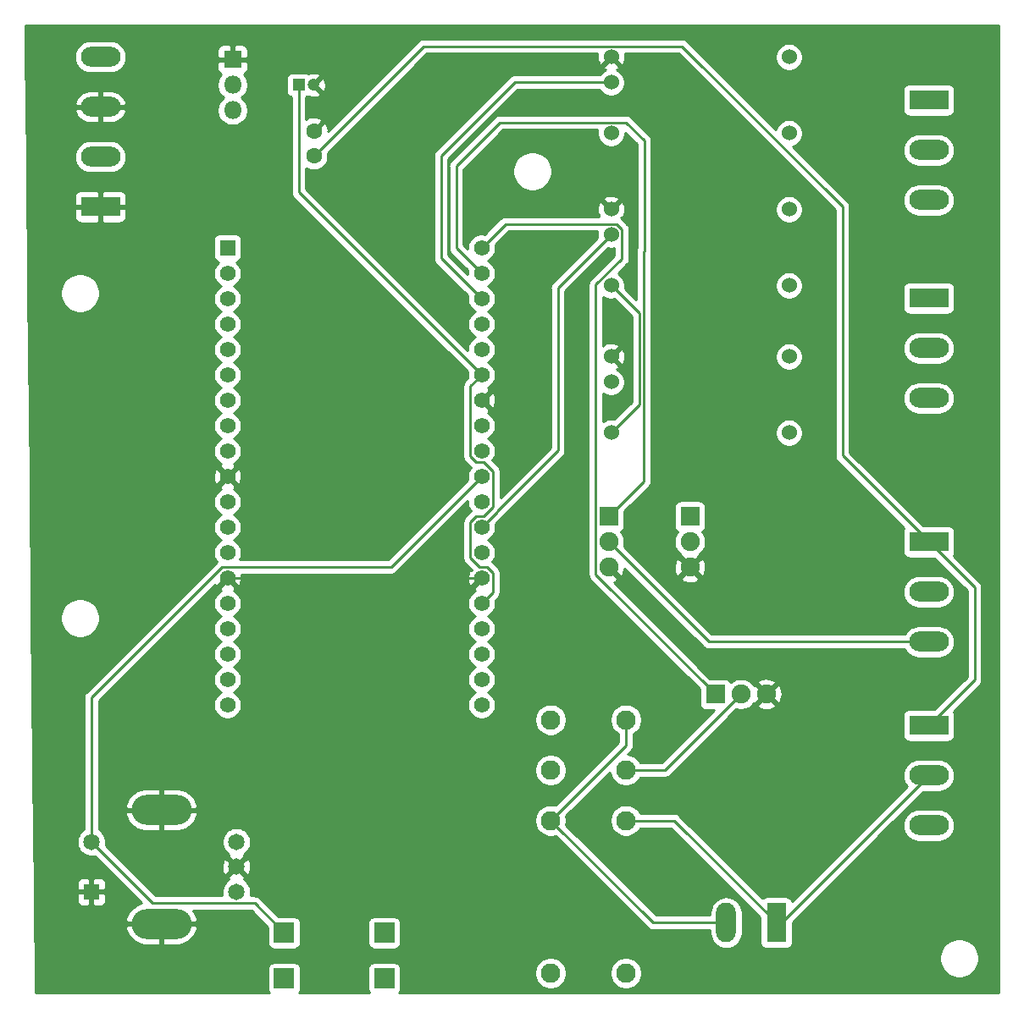
<source format=gbr>
%TF.GenerationSoftware,KiCad,Pcbnew,(5.1.8)-1*%
%TF.CreationDate,2020-12-04T19:27:02-08:00*%
%TF.ProjectId,TasmoTree,5461736d-6f54-4726-9565-2e6b69636164,rev?*%
%TF.SameCoordinates,Original*%
%TF.FileFunction,Copper,L2,Bot*%
%TF.FilePolarity,Positive*%
%FSLAX46Y46*%
G04 Gerber Fmt 4.6, Leading zero omitted, Abs format (unit mm)*
G04 Created by KiCad (PCBNEW (5.1.8)-1) date 2020-12-04 19:27:02*
%MOMM*%
%LPD*%
G01*
G04 APERTURE LIST*
%TA.AperFunction,ComponentPad*%
%ADD10C,1.524000*%
%TD*%
%TA.AperFunction,ComponentPad*%
%ADD11R,1.800000X1.800000*%
%TD*%
%TA.AperFunction,ComponentPad*%
%ADD12O,1.800000X1.800000*%
%TD*%
%TA.AperFunction,ComponentPad*%
%ADD13R,1.560000X1.560000*%
%TD*%
%TA.AperFunction,ComponentPad*%
%ADD14C,1.560000*%
%TD*%
%TA.AperFunction,ComponentPad*%
%ADD15R,1.650000X1.650000*%
%TD*%
%TA.AperFunction,ComponentPad*%
%ADD16C,1.650000*%
%TD*%
%TA.AperFunction,ComponentPad*%
%ADD17O,6.000000X3.000000*%
%TD*%
%TA.AperFunction,ComponentPad*%
%ADD18C,1.950000*%
%TD*%
%TA.AperFunction,ComponentPad*%
%ADD19R,1.998980X1.998980*%
%TD*%
%TA.AperFunction,ComponentPad*%
%ADD20R,1.910000X1.910000*%
%TD*%
%TA.AperFunction,ComponentPad*%
%ADD21C,1.910000*%
%TD*%
%TA.AperFunction,ComponentPad*%
%ADD22R,3.960000X1.980000*%
%TD*%
%TA.AperFunction,ComponentPad*%
%ADD23O,3.960000X1.980000*%
%TD*%
%TA.AperFunction,ComponentPad*%
%ADD24R,1.980000X3.960000*%
%TD*%
%TA.AperFunction,ComponentPad*%
%ADD25O,1.980000X3.960000*%
%TD*%
%TA.AperFunction,ComponentPad*%
%ADD26C,1.200000*%
%TD*%
%TA.AperFunction,ComponentPad*%
%ADD27R,1.200000X1.200000*%
%TD*%
%TA.AperFunction,ComponentPad*%
%ADD28C,1.600000*%
%TD*%
%TA.AperFunction,ViaPad*%
%ADD29C,0.800000*%
%TD*%
%TA.AperFunction,Conductor*%
%ADD30C,0.250000*%
%TD*%
%TA.AperFunction,Conductor*%
%ADD31C,0.254000*%
%TD*%
%TA.AperFunction,Conductor*%
%ADD32C,0.150000*%
%TD*%
G04 APERTURE END LIST*
D10*
%TO.P,U5,6*%
%TO.N,Net-(J5-Pad2)*%
X169418000Y-60198000D03*
%TO.P,U5,5*%
%TO.N,Net-(J5-Pad1)*%
X169418000Y-52578000D03*
%TO.P,U5,4*%
%TO.N,GNDPWR*%
X151638000Y-52578000D03*
%TO.P,U5,3*%
%TO.N,Net-(U1-Pad22)*%
X151638000Y-55118000D03*
%TO.P,U5,1*%
%TO.N,Net-(J1-Pad4)*%
X151638000Y-60198000D03*
%TD*%
%TO.P,U4,6*%
%TO.N,Net-(J6-Pad1)*%
X169418000Y-75438000D03*
%TO.P,U4,5*%
%TO.N,Net-(J5-Pad3)*%
X169418000Y-67818000D03*
%TO.P,U4,4*%
%TO.N,GNDPWR*%
X151638000Y-67818000D03*
%TO.P,U4,3*%
%TO.N,Net-(U1-Pad31)*%
X151638000Y-70358000D03*
%TO.P,U4,1*%
%TO.N,Net-(J1-Pad4)*%
X151638000Y-75438000D03*
%TD*%
%TO.P,U3,6*%
%TO.N,Net-(J6-Pad3)*%
X169418000Y-90170000D03*
%TO.P,U3,5*%
%TO.N,Net-(J6-Pad2)*%
X169418000Y-82550000D03*
%TO.P,U3,4*%
%TO.N,GNDPWR*%
X151638000Y-82550000D03*
%TO.P,U3,3*%
%TO.N,Net-(U1-Pad32)*%
X151638000Y-85090000D03*
%TO.P,U3,1*%
%TO.N,Net-(J1-Pad4)*%
X151638000Y-90170000D03*
%TD*%
D11*
%TO.P,U2,1*%
%TO.N,GNDPWR*%
X113792000Y-52832000D03*
D12*
%TO.P,U2,2*%
%TO.N,Net-(C2-Pad1)*%
X113792000Y-55372000D03*
%TO.P,U2,3*%
%TO.N,12VP*%
X113792000Y-57912000D03*
%TD*%
D13*
%TO.P,U1,1*%
%TO.N,Net-(U1-Pad1)*%
X113284000Y-71680000D03*
D14*
%TO.P,U1,2*%
%TO.N,Net-(U1-Pad2)*%
X113284000Y-74220000D03*
%TO.P,U1,19*%
%TO.N,N/C*%
X113284000Y-117400000D03*
%TO.P,U1,3*%
%TO.N,Net-(U1-Pad3)*%
X113284000Y-76760000D03*
%TO.P,U1,4*%
%TO.N,Net-(U1-Pad4)*%
X113284000Y-79300000D03*
%TO.P,U1,5*%
%TO.N,Net-(U1-Pad5)*%
X113284000Y-81840000D03*
%TO.P,U1,6*%
%TO.N,Net-(U1-Pad6)*%
X113284000Y-84380000D03*
%TO.P,U1,7*%
%TO.N,Net-(U1-Pad7)*%
X113284000Y-86920000D03*
%TO.P,U1,8*%
%TO.N,Net-(U1-Pad8)*%
X113284000Y-89460000D03*
%TO.P,U1,9*%
%TO.N,Net-(U1-Pad9)*%
X113284000Y-92000000D03*
%TO.P,U1,10*%
%TO.N,GNDPWR*%
X113284000Y-94540000D03*
%TO.P,U1,11*%
%TO.N,Net-(C2-Pad1)*%
X113284000Y-97080000D03*
%TO.P,U1,12*%
%TO.N,Net-(U1-Pad12)*%
X113284000Y-99620000D03*
%TO.P,U1,13*%
%TO.N,Net-(U1-Pad13)*%
X113284000Y-102160000D03*
%TO.P,U1,14*%
%TO.N,GNDPWR*%
X113284000Y-104700000D03*
%TO.P,U1,15*%
%TO.N,Net-(U1-Pad15)*%
X113284000Y-107240000D03*
%TO.P,U1,16*%
%TO.N,N/C*%
X113284000Y-109780000D03*
%TO.P,U1,17*%
X113284000Y-112320000D03*
%TO.P,U1,18*%
X113284000Y-114860000D03*
%TO.P,U1,20*%
%TO.N,Net-(Q1-Pad1)*%
X138684000Y-71680000D03*
%TO.P,U1,21*%
%TO.N,Net-(Q2-Pad1)*%
X138684000Y-74220000D03*
%TO.P,U1,22*%
%TO.N,Net-(U1-Pad22)*%
X138684000Y-76760000D03*
%TO.P,U1,23*%
%TO.N,Net-(U1-Pad23)*%
X138684000Y-79300000D03*
%TO.P,U1,24*%
%TO.N,Net-(U1-Pad24)*%
X138684000Y-81840000D03*
%TO.P,U1,25*%
%TO.N,Net-(C2-Pad1)*%
X138684000Y-84380000D03*
%TO.P,U1,26*%
%TO.N,GNDPWR*%
X138684000Y-86920000D03*
%TO.P,U1,27*%
%TO.N,Net-(SW1-PadB)*%
X138684000Y-89460000D03*
%TO.P,U1,28*%
%TO.N,Net-(Q3-Pad1)*%
X138684000Y-92000000D03*
%TO.P,U1,29*%
%TO.N,Net-(R2-Pad2)*%
X138684000Y-94540000D03*
%TO.P,U1,30*%
%TO.N,Net-(R1-Pad2)*%
X138684000Y-97080000D03*
%TO.P,U1,31*%
%TO.N,Net-(U1-Pad31)*%
X138684000Y-99620000D03*
%TO.P,U1,32*%
%TO.N,Net-(U1-Pad32)*%
X138684000Y-102160000D03*
%TO.P,U1,33*%
%TO.N,GNDPWR*%
X138684000Y-104700000D03*
%TO.P,U1,34*%
%TO.N,Net-(C2-Pad1)*%
X138684000Y-107240000D03*
%TO.P,U1,35*%
%TO.N,N/C*%
X138684000Y-109780000D03*
%TO.P,U1,36*%
X138684000Y-112320000D03*
%TO.P,U1,37*%
X138684000Y-114860000D03*
%TO.P,U1,38*%
X138684000Y-117400000D03*
%TD*%
D15*
%TO.P,SW1,1*%
%TO.N,GNDPWR*%
X99680000Y-136104000D03*
D16*
%TO.P,SW1,2*%
%TO.N,Net-(R2-Pad2)*%
X99680000Y-131104000D03*
%TO.P,SW1,A*%
%TO.N,Net-(R1-Pad2)*%
X114180000Y-136104000D03*
%TO.P,SW1,COM*%
%TO.N,GNDPWR*%
X114180000Y-133604000D03*
%TO.P,SW1,B*%
%TO.N,Net-(SW1-PadB)*%
X114180000Y-131104000D03*
D17*
%TO.P,SW1,S1*%
%TO.N,GNDPWR*%
X106680000Y-139304000D03*
%TO.P,SW1,S2*%
X106680000Y-127904000D03*
%TD*%
D18*
%TO.P,S1,A1*%
%TO.N,Net-(Q1-Pad2)*%
X153102000Y-144230000D03*
%TO.P,S1,A2*%
%TO.N,Net-(J2-Pad2)*%
X145602000Y-144230000D03*
%TO.P,S1,12*%
X153102000Y-128970000D03*
%TO.P,S1,22*%
%TO.N,Net-(J3-Pad2)*%
X145602000Y-128970000D03*
%TO.P,S1,11*%
%TO.N,Net-(Q1-Pad2)*%
X153102000Y-123930000D03*
%TO.P,S1,21*%
%TO.N,Net-(J2-Pad3)*%
X145602000Y-123930000D03*
%TO.P,S1,14*%
%TO.N,Net-(J3-Pad2)*%
X153102000Y-118890000D03*
%TO.P,S1,24*%
%TO.N,Net-(J2-Pad2)*%
X145602000Y-118890000D03*
%TD*%
D19*
%TO.P,R2,1*%
%TO.N,Net-(C2-Pad1)*%
X128953260Y-140208000D03*
%TO.P,R2,2*%
%TO.N,Net-(R2-Pad2)*%
X118950740Y-140208000D03*
%TD*%
%TO.P,R1,1*%
%TO.N,Net-(C2-Pad1)*%
X128953260Y-144780000D03*
%TO.P,R1,2*%
%TO.N,Net-(R1-Pad2)*%
X118950740Y-144780000D03*
%TD*%
D20*
%TO.P,Q3,1*%
%TO.N,Net-(Q3-Pad1)*%
X159512000Y-98542000D03*
D21*
%TO.P,Q3,2*%
%TO.N,Net-(J4-Pad2)*%
X159512000Y-101092000D03*
%TO.P,Q3,3*%
%TO.N,GNDPWR*%
X159512000Y-103642000D03*
%TD*%
D20*
%TO.P,Q2,1*%
%TO.N,Net-(Q2-Pad1)*%
X151384000Y-98542000D03*
D21*
%TO.P,Q2,2*%
%TO.N,Net-(J4-Pad3)*%
X151384000Y-101092000D03*
%TO.P,Q2,3*%
%TO.N,GNDPWR*%
X151384000Y-103642000D03*
%TD*%
D20*
%TO.P,Q1,1*%
%TO.N,Net-(Q1-Pad1)*%
X162052000Y-116332000D03*
D21*
%TO.P,Q1,2*%
%TO.N,Net-(Q1-Pad2)*%
X164602000Y-116332000D03*
%TO.P,Q1,3*%
%TO.N,GNDPWR*%
X167152000Y-116332000D03*
%TD*%
D22*
%TO.P,J6,1*%
%TO.N,Net-(J6-Pad1)*%
X183388000Y-76708000D03*
D23*
%TO.P,J6,2*%
%TO.N,Net-(J6-Pad2)*%
X183388000Y-81708000D03*
%TO.P,J6,3*%
%TO.N,Net-(J6-Pad3)*%
X183388000Y-86708000D03*
%TD*%
D22*
%TO.P,J5,1*%
%TO.N,Net-(J5-Pad1)*%
X183388000Y-56896000D03*
D23*
%TO.P,J5,2*%
%TO.N,Net-(J5-Pad2)*%
X183388000Y-61896000D03*
%TO.P,J5,3*%
%TO.N,Net-(J5-Pad3)*%
X183388000Y-66896000D03*
%TD*%
D22*
%TO.P,J4,1*%
%TO.N,12VP*%
X183388000Y-101092000D03*
D23*
%TO.P,J4,2*%
%TO.N,Net-(J4-Pad2)*%
X183388000Y-106092000D03*
%TO.P,J4,3*%
%TO.N,Net-(J4-Pad3)*%
X183388000Y-111092000D03*
%TD*%
D24*
%TO.P,J3,1*%
%TO.N,Net-(J2-Pad2)*%
X168148000Y-139192000D03*
D25*
%TO.P,J3,2*%
%TO.N,Net-(J3-Pad2)*%
X163148000Y-139192000D03*
%TD*%
D22*
%TO.P,J2,1*%
%TO.N,12VP*%
X183388000Y-119460000D03*
D23*
%TO.P,J2,2*%
%TO.N,Net-(J2-Pad2)*%
X183388000Y-124460000D03*
%TO.P,J2,3*%
%TO.N,Net-(J2-Pad3)*%
X183388000Y-129460000D03*
%TD*%
D22*
%TO.P,J1,1*%
%TO.N,GNDPWR*%
X100584000Y-67564000D03*
D23*
%TO.P,J1,2*%
%TO.N,12VP*%
X100584000Y-62564000D03*
%TO.P,J1,4*%
%TO.N,Net-(J1-Pad4)*%
X100584000Y-52564000D03*
%TO.P,J1,3*%
%TO.N,GNDPWR*%
X100584000Y-57564000D03*
%TD*%
D26*
%TO.P,C2,2*%
%TO.N,GNDPWR*%
X121896000Y-55372000D03*
D27*
%TO.P,C2,1*%
%TO.N,Net-(C2-Pad1)*%
X120396000Y-55372000D03*
%TD*%
D28*
%TO.P,C1,1*%
%TO.N,12VP*%
X121920000Y-62484000D03*
%TO.P,C1,2*%
%TO.N,GNDPWR*%
X121920000Y-59984000D03*
%TD*%
D29*
%TO.N,GNDPWR*%
X104140000Y-118872000D03*
X98552000Y-83820000D03*
X100076000Y-103124000D03*
X98044000Y-143764000D03*
X124460000Y-78740000D03*
X126492000Y-115824000D03*
X167132000Y-144272000D03*
X170180000Y-125476000D03*
X172720000Y-99568000D03*
X185928000Y-93980000D03*
X185420000Y-72136000D03*
X175260000Y-58420000D03*
X160528000Y-62484000D03*
X160528000Y-78740000D03*
X128016000Y-64516000D03*
X110744000Y-64516000D03*
X108204000Y-55372000D03*
X127508000Y-128016000D03*
X189484000Y-145288000D03*
X120904000Y-91440000D03*
X144272000Y-135636000D03*
%TD*%
D30*
%TO.N,12VP*%
X183388000Y-101092000D02*
X187960000Y-105664000D01*
X187960000Y-114888000D02*
X183388000Y-119460000D01*
X187960000Y-105664000D02*
X187960000Y-114888000D01*
X132913001Y-51490999D02*
X121920000Y-62484000D01*
X158678999Y-51490999D02*
X132913001Y-51490999D01*
X174752000Y-67564000D02*
X158678999Y-51490999D01*
X174752000Y-92456000D02*
X174752000Y-67564000D01*
X183388000Y-101092000D02*
X174752000Y-92456000D01*
%TO.N,GNDPWR*%
X113284000Y-104700000D02*
X138684000Y-104700000D01*
%TO.N,Net-(C2-Pad1)*%
X120396000Y-66092000D02*
X120396000Y-55372000D01*
X138684000Y-84380000D02*
X120396000Y-66092000D01*
X137578999Y-85485001D02*
X138684000Y-84380000D01*
X139789001Y-106134999D02*
X139789001Y-104169599D01*
X139214401Y-103594999D02*
X138483597Y-103594999D01*
X139789001Y-104169599D02*
X139214401Y-103594999D01*
X138483597Y-103594999D02*
X137578999Y-102690401D01*
X138684000Y-107240000D02*
X139789001Y-106134999D01*
X138884403Y-93105001D02*
X138153599Y-93105001D01*
X137578999Y-102690401D02*
X137578999Y-99089599D01*
X139789001Y-97610401D02*
X139789001Y-94009599D01*
X137578999Y-99089599D02*
X138153599Y-98514999D01*
X138153599Y-98514999D02*
X138884403Y-98514999D01*
X138153599Y-93105001D02*
X137578999Y-92530401D01*
X137578999Y-92530401D02*
X137578999Y-85485001D01*
X138884403Y-98514999D02*
X139789001Y-97610401D01*
X139789001Y-94009599D02*
X138884403Y-93105001D01*
%TO.N,Net-(J1-Pad4)*%
X151638000Y-75438000D02*
X154432000Y-78232000D01*
X154432000Y-87376000D02*
X151638000Y-90170000D01*
X154432000Y-78232000D02*
X154432000Y-87376000D01*
%TO.N,Net-(J2-Pad2)*%
X157926000Y-128970000D02*
X168148000Y-139192000D01*
X153102000Y-128970000D02*
X157926000Y-128970000D01*
X168656000Y-139192000D02*
X183388000Y-124460000D01*
X168148000Y-139192000D02*
X168656000Y-139192000D01*
%TO.N,Net-(J3-Pad2)*%
X153102000Y-121470000D02*
X153102000Y-118890000D01*
X145602000Y-128970000D02*
X153102000Y-121470000D01*
X155824000Y-139192000D02*
X163148000Y-139192000D01*
X145602000Y-128970000D02*
X155824000Y-139192000D01*
%TO.N,Net-(J4-Pad3)*%
X161384000Y-111092000D02*
X183388000Y-111092000D01*
X151384000Y-101092000D02*
X161384000Y-111092000D01*
%TO.N,Net-(Q1-Pad1)*%
X150103999Y-104383999D02*
X162052000Y-116332000D01*
X152725001Y-72742237D02*
X150103999Y-75363239D01*
X152725001Y-69836239D02*
X152725001Y-72742237D01*
X152159761Y-69270999D02*
X152725001Y-69836239D01*
X150103999Y-75363239D02*
X150103999Y-104383999D01*
X141093001Y-69270999D02*
X152159761Y-69270999D01*
X138684000Y-71680000D02*
X141093001Y-69270999D01*
%TO.N,Net-(Q1-Pad2)*%
X157004000Y-123930000D02*
X164602000Y-116332000D01*
X153102000Y-123930000D02*
X157004000Y-123930000D01*
%TO.N,Net-(Q2-Pad1)*%
X154882009Y-95043991D02*
X151384000Y-98542000D01*
X138684000Y-74220000D02*
X136144000Y-71680000D01*
X136144000Y-71680000D02*
X136144000Y-63500000D01*
X140533001Y-59110999D02*
X153090999Y-59110999D01*
X136144000Y-63500000D02*
X140533001Y-59110999D01*
X153090999Y-59110999D02*
X154940000Y-60960000D01*
X154940000Y-60960000D02*
X154940000Y-72020018D01*
X154882009Y-72078009D02*
X154882009Y-95043991D01*
X154940000Y-72020018D02*
X154882009Y-72078009D01*
X154882009Y-71993247D02*
X154882009Y-72078009D01*
%TO.N,Net-(R2-Pad2)*%
X99680000Y-116668598D02*
X99680000Y-131104000D01*
X112753599Y-103594999D02*
X99680000Y-116668598D01*
X129629001Y-103594999D02*
X112753599Y-103594999D01*
X138684000Y-94540000D02*
X129629001Y-103594999D01*
X115996741Y-137254001D02*
X118950740Y-140208000D01*
X105830001Y-137254001D02*
X115996741Y-137254001D01*
X99680000Y-131104000D02*
X105830001Y-137254001D01*
%TO.N,Net-(U1-Pad22)*%
X138684000Y-76760000D02*
X134620000Y-72696000D01*
X134620000Y-72696000D02*
X134620000Y-62484000D01*
X141986000Y-55118000D02*
X151638000Y-55118000D01*
X134620000Y-62484000D02*
X141986000Y-55118000D01*
%TO.N,Net-(U1-Pad31)*%
X140239011Y-98064989D02*
X140239011Y-98012989D01*
X138684000Y-99620000D02*
X140239011Y-98064989D01*
X140239011Y-98012989D02*
X146304000Y-91948000D01*
X146304000Y-75692000D02*
X151638000Y-70358000D01*
X146304000Y-91948000D02*
X146304000Y-75692000D01*
%TD*%
D31*
%TO.N,GNDPWR*%
X190373000Y-146177000D02*
X130447985Y-146177000D01*
X130483287Y-146133984D01*
X130542252Y-146023670D01*
X130578562Y-145903972D01*
X130590822Y-145779490D01*
X130590822Y-144071429D01*
X143992000Y-144071429D01*
X143992000Y-144388571D01*
X144053871Y-144699620D01*
X144175237Y-144992621D01*
X144351431Y-145256315D01*
X144575685Y-145480569D01*
X144839379Y-145656763D01*
X145132380Y-145778129D01*
X145443429Y-145840000D01*
X145760571Y-145840000D01*
X146071620Y-145778129D01*
X146364621Y-145656763D01*
X146628315Y-145480569D01*
X146852569Y-145256315D01*
X147028763Y-144992621D01*
X147150129Y-144699620D01*
X147212000Y-144388571D01*
X147212000Y-144071429D01*
X151492000Y-144071429D01*
X151492000Y-144388571D01*
X151553871Y-144699620D01*
X151675237Y-144992621D01*
X151851431Y-145256315D01*
X152075685Y-145480569D01*
X152339379Y-145656763D01*
X152632380Y-145778129D01*
X152943429Y-145840000D01*
X153260571Y-145840000D01*
X153571620Y-145778129D01*
X153864621Y-145656763D01*
X154128315Y-145480569D01*
X154352569Y-145256315D01*
X154528763Y-144992621D01*
X154650129Y-144699620D01*
X154712000Y-144388571D01*
X154712000Y-144071429D01*
X154650129Y-143760380D01*
X154528763Y-143467379D01*
X154352569Y-143203685D01*
X154128315Y-142979431D01*
X153864621Y-142803237D01*
X153571620Y-142681871D01*
X153260571Y-142620000D01*
X152943429Y-142620000D01*
X152632380Y-142681871D01*
X152339379Y-142803237D01*
X152075685Y-142979431D01*
X151851431Y-143203685D01*
X151675237Y-143467379D01*
X151553871Y-143760380D01*
X151492000Y-144071429D01*
X147212000Y-144071429D01*
X147150129Y-143760380D01*
X147028763Y-143467379D01*
X146852569Y-143203685D01*
X146628315Y-142979431D01*
X146364621Y-142803237D01*
X146071620Y-142681871D01*
X145760571Y-142620000D01*
X145443429Y-142620000D01*
X145132380Y-142681871D01*
X144839379Y-142803237D01*
X144575685Y-142979431D01*
X144351431Y-143203685D01*
X144175237Y-143467379D01*
X144053871Y-143760380D01*
X143992000Y-144071429D01*
X130590822Y-144071429D01*
X130590822Y-143780510D01*
X130578562Y-143656028D01*
X130542252Y-143536330D01*
X130483287Y-143426016D01*
X130403935Y-143329325D01*
X130307244Y-143249973D01*
X130196930Y-143191008D01*
X130077232Y-143154698D01*
X129952750Y-143142438D01*
X127953770Y-143142438D01*
X127829288Y-143154698D01*
X127709590Y-143191008D01*
X127599276Y-143249973D01*
X127502585Y-143329325D01*
X127423233Y-143426016D01*
X127364268Y-143536330D01*
X127327958Y-143656028D01*
X127315698Y-143780510D01*
X127315698Y-145779490D01*
X127327958Y-145903972D01*
X127364268Y-146023670D01*
X127423233Y-146133984D01*
X127458535Y-146177000D01*
X120445465Y-146177000D01*
X120480767Y-146133984D01*
X120539732Y-146023670D01*
X120576042Y-145903972D01*
X120588302Y-145779490D01*
X120588302Y-143780510D01*
X120576042Y-143656028D01*
X120539732Y-143536330D01*
X120480767Y-143426016D01*
X120401415Y-143329325D01*
X120304724Y-143249973D01*
X120194410Y-143191008D01*
X120074712Y-143154698D01*
X119950230Y-143142438D01*
X117951250Y-143142438D01*
X117826768Y-143154698D01*
X117707070Y-143191008D01*
X117596756Y-143249973D01*
X117500065Y-143329325D01*
X117420713Y-143426016D01*
X117361748Y-143536330D01*
X117325438Y-143656028D01*
X117313178Y-143780510D01*
X117313178Y-145779490D01*
X117325438Y-145903972D01*
X117361748Y-146023670D01*
X117420713Y-146133984D01*
X117456015Y-146177000D01*
X94105677Y-146177000D01*
X94067725Y-142552495D01*
X184451000Y-142552495D01*
X184451000Y-142943505D01*
X184527282Y-143327003D01*
X184676915Y-143688250D01*
X184894149Y-144013364D01*
X185170636Y-144289851D01*
X185495750Y-144507085D01*
X185856997Y-144656718D01*
X186240495Y-144733000D01*
X186631505Y-144733000D01*
X187015003Y-144656718D01*
X187376250Y-144507085D01*
X187701364Y-144289851D01*
X187977851Y-144013364D01*
X188195085Y-143688250D01*
X188344718Y-143327003D01*
X188421000Y-142943505D01*
X188421000Y-142552495D01*
X188344718Y-142168997D01*
X188195085Y-141807750D01*
X187977851Y-141482636D01*
X187701364Y-141206149D01*
X187376250Y-140988915D01*
X187015003Y-140839282D01*
X186631505Y-140763000D01*
X186240495Y-140763000D01*
X185856997Y-140839282D01*
X185495750Y-140988915D01*
X185170636Y-141206149D01*
X184894149Y-141482636D01*
X184676915Y-141807750D01*
X184527282Y-142168997D01*
X184451000Y-142552495D01*
X94067725Y-142552495D01*
X94038514Y-139762833D01*
X103094887Y-139762833D01*
X103158917Y-140003697D01*
X103334256Y-140384546D01*
X103580525Y-140723870D01*
X103888261Y-141008630D01*
X104245638Y-141227882D01*
X104638922Y-141373200D01*
X105053000Y-141439000D01*
X106553000Y-141439000D01*
X106553000Y-139431000D01*
X106807000Y-139431000D01*
X106807000Y-141439000D01*
X108307000Y-141439000D01*
X108721078Y-141373200D01*
X109114362Y-141227882D01*
X109471739Y-141008630D01*
X109779475Y-140723870D01*
X110025744Y-140384546D01*
X110201083Y-140003697D01*
X110265113Y-139762833D01*
X110152165Y-139431000D01*
X106807000Y-139431000D01*
X106553000Y-139431000D01*
X103207835Y-139431000D01*
X103094887Y-139762833D01*
X94038514Y-139762833D01*
X94008840Y-136929000D01*
X98216928Y-136929000D01*
X98229188Y-137053482D01*
X98265498Y-137173180D01*
X98324463Y-137283494D01*
X98403815Y-137380185D01*
X98500506Y-137459537D01*
X98610820Y-137518502D01*
X98730518Y-137554812D01*
X98855000Y-137567072D01*
X99394250Y-137564000D01*
X99553000Y-137405250D01*
X99553000Y-136231000D01*
X99807000Y-136231000D01*
X99807000Y-137405250D01*
X99965750Y-137564000D01*
X100505000Y-137567072D01*
X100629482Y-137554812D01*
X100749180Y-137518502D01*
X100859494Y-137459537D01*
X100956185Y-137380185D01*
X101035537Y-137283494D01*
X101094502Y-137173180D01*
X101130812Y-137053482D01*
X101143072Y-136929000D01*
X101140000Y-136389750D01*
X100981250Y-136231000D01*
X99807000Y-136231000D01*
X99553000Y-136231000D01*
X98378750Y-136231000D01*
X98220000Y-136389750D01*
X98216928Y-136929000D01*
X94008840Y-136929000D01*
X93991563Y-135279000D01*
X98216928Y-135279000D01*
X98220000Y-135818250D01*
X98378750Y-135977000D01*
X99553000Y-135977000D01*
X99553000Y-134802750D01*
X99807000Y-134802750D01*
X99807000Y-135977000D01*
X100981250Y-135977000D01*
X101140000Y-135818250D01*
X101143072Y-135279000D01*
X101130812Y-135154518D01*
X101094502Y-135034820D01*
X101035537Y-134924506D01*
X100956185Y-134827815D01*
X100859494Y-134748463D01*
X100749180Y-134689498D01*
X100629482Y-134653188D01*
X100505000Y-134640928D01*
X99965750Y-134644000D01*
X99807000Y-134802750D01*
X99553000Y-134802750D01*
X99394250Y-134644000D01*
X98855000Y-134640928D01*
X98730518Y-134653188D01*
X98610820Y-134689498D01*
X98500506Y-134748463D01*
X98403815Y-134827815D01*
X98324463Y-134924506D01*
X98265498Y-135034820D01*
X98229188Y-135154518D01*
X98216928Y-135279000D01*
X93991563Y-135279000D01*
X93946340Y-130960203D01*
X98220000Y-130960203D01*
X98220000Y-131247797D01*
X98276107Y-131529866D01*
X98386165Y-131795569D01*
X98545944Y-132034696D01*
X98749304Y-132238056D01*
X98988431Y-132397835D01*
X99254134Y-132507893D01*
X99536203Y-132564000D01*
X99823797Y-132564000D01*
X100025148Y-132523949D01*
X104722687Y-137221489D01*
X104638922Y-137234800D01*
X104245638Y-137380118D01*
X103888261Y-137599370D01*
X103580525Y-137884130D01*
X103334256Y-138223454D01*
X103158917Y-138604303D01*
X103094887Y-138845167D01*
X103207835Y-139177000D01*
X106553000Y-139177000D01*
X106553000Y-139157000D01*
X106807000Y-139157000D01*
X106807000Y-139177000D01*
X110152165Y-139177000D01*
X110265113Y-138845167D01*
X110201083Y-138604303D01*
X110025744Y-138223454D01*
X109873731Y-138014001D01*
X115681940Y-138014001D01*
X117313178Y-139645240D01*
X117313178Y-141207490D01*
X117325438Y-141331972D01*
X117361748Y-141451670D01*
X117420713Y-141561984D01*
X117500065Y-141658675D01*
X117596756Y-141738027D01*
X117707070Y-141796992D01*
X117826768Y-141833302D01*
X117951250Y-141845562D01*
X119950230Y-141845562D01*
X120074712Y-141833302D01*
X120194410Y-141796992D01*
X120304724Y-141738027D01*
X120401415Y-141658675D01*
X120480767Y-141561984D01*
X120539732Y-141451670D01*
X120576042Y-141331972D01*
X120588302Y-141207490D01*
X120588302Y-139208510D01*
X127315698Y-139208510D01*
X127315698Y-141207490D01*
X127327958Y-141331972D01*
X127364268Y-141451670D01*
X127423233Y-141561984D01*
X127502585Y-141658675D01*
X127599276Y-141738027D01*
X127709590Y-141796992D01*
X127829288Y-141833302D01*
X127953770Y-141845562D01*
X129952750Y-141845562D01*
X130077232Y-141833302D01*
X130196930Y-141796992D01*
X130307244Y-141738027D01*
X130403935Y-141658675D01*
X130483287Y-141561984D01*
X130542252Y-141451670D01*
X130578562Y-141331972D01*
X130590822Y-141207490D01*
X130590822Y-139208510D01*
X130578562Y-139084028D01*
X130542252Y-138964330D01*
X130483287Y-138854016D01*
X130403935Y-138757325D01*
X130307244Y-138677973D01*
X130196930Y-138619008D01*
X130077232Y-138582698D01*
X129952750Y-138570438D01*
X127953770Y-138570438D01*
X127829288Y-138582698D01*
X127709590Y-138619008D01*
X127599276Y-138677973D01*
X127502585Y-138757325D01*
X127423233Y-138854016D01*
X127364268Y-138964330D01*
X127327958Y-139084028D01*
X127315698Y-139208510D01*
X120588302Y-139208510D01*
X120576042Y-139084028D01*
X120539732Y-138964330D01*
X120480767Y-138854016D01*
X120401415Y-138757325D01*
X120304724Y-138677973D01*
X120194410Y-138619008D01*
X120074712Y-138582698D01*
X119950230Y-138570438D01*
X118387980Y-138570438D01*
X116560545Y-136743004D01*
X116536742Y-136714000D01*
X116421017Y-136619027D01*
X116288988Y-136548455D01*
X116145727Y-136504998D01*
X116034074Y-136494001D01*
X116034063Y-136494001D01*
X115996741Y-136490325D01*
X115959419Y-136494001D01*
X115591027Y-136494001D01*
X115640000Y-136247797D01*
X115640000Y-135960203D01*
X115583893Y-135678134D01*
X115473835Y-135412431D01*
X115314056Y-135173304D01*
X115110696Y-134969944D01*
X114938258Y-134854725D01*
X115010946Y-134614551D01*
X114180000Y-133783605D01*
X113349054Y-134614551D01*
X113421742Y-134854725D01*
X113249304Y-134969944D01*
X113045944Y-135173304D01*
X112886165Y-135412431D01*
X112776107Y-135678134D01*
X112720000Y-135960203D01*
X112720000Y-136247797D01*
X112768973Y-136494001D01*
X106144803Y-136494001D01*
X103324323Y-133673521D01*
X112714583Y-133673521D01*
X112756303Y-133958074D01*
X112852735Y-134229020D01*
X112922927Y-134360337D01*
X113169449Y-134434946D01*
X114000395Y-133604000D01*
X114359605Y-133604000D01*
X115190551Y-134434946D01*
X115437073Y-134360337D01*
X115560473Y-134100561D01*
X115630823Y-133821703D01*
X115645417Y-133534479D01*
X115603697Y-133249926D01*
X115507265Y-132978980D01*
X115437073Y-132847663D01*
X115190551Y-132773054D01*
X114359605Y-133604000D01*
X114000395Y-133604000D01*
X113169449Y-132773054D01*
X112922927Y-132847663D01*
X112799527Y-133107439D01*
X112729177Y-133386297D01*
X112714583Y-133673521D01*
X103324323Y-133673521D01*
X101099949Y-131449148D01*
X101140000Y-131247797D01*
X101140000Y-130960203D01*
X112720000Y-130960203D01*
X112720000Y-131247797D01*
X112776107Y-131529866D01*
X112886165Y-131795569D01*
X113045944Y-132034696D01*
X113249304Y-132238056D01*
X113421742Y-132353275D01*
X113349054Y-132593449D01*
X114180000Y-133424395D01*
X115010946Y-132593449D01*
X114938258Y-132353275D01*
X115110696Y-132238056D01*
X115314056Y-132034696D01*
X115473835Y-131795569D01*
X115583893Y-131529866D01*
X115640000Y-131247797D01*
X115640000Y-130960203D01*
X115583893Y-130678134D01*
X115473835Y-130412431D01*
X115314056Y-130173304D01*
X115110696Y-129969944D01*
X114871569Y-129810165D01*
X114605866Y-129700107D01*
X114323797Y-129644000D01*
X114036203Y-129644000D01*
X113754134Y-129700107D01*
X113488431Y-129810165D01*
X113249304Y-129969944D01*
X113045944Y-130173304D01*
X112886165Y-130412431D01*
X112776107Y-130678134D01*
X112720000Y-130960203D01*
X101140000Y-130960203D01*
X101083893Y-130678134D01*
X100973835Y-130412431D01*
X100814056Y-130173304D01*
X100610696Y-129969944D01*
X100440000Y-129855889D01*
X100440000Y-128362833D01*
X103094887Y-128362833D01*
X103158917Y-128603697D01*
X103334256Y-128984546D01*
X103580525Y-129323870D01*
X103888261Y-129608630D01*
X104245638Y-129827882D01*
X104638922Y-129973200D01*
X105053000Y-130039000D01*
X106553000Y-130039000D01*
X106553000Y-128031000D01*
X106807000Y-128031000D01*
X106807000Y-130039000D01*
X108307000Y-130039000D01*
X108721078Y-129973200D01*
X109114362Y-129827882D01*
X109471739Y-129608630D01*
X109779475Y-129323870D01*
X110025744Y-128984546D01*
X110201083Y-128603697D01*
X110265113Y-128362833D01*
X110152165Y-128031000D01*
X106807000Y-128031000D01*
X106553000Y-128031000D01*
X103207835Y-128031000D01*
X103094887Y-128362833D01*
X100440000Y-128362833D01*
X100440000Y-127445167D01*
X103094887Y-127445167D01*
X103207835Y-127777000D01*
X106553000Y-127777000D01*
X106553000Y-125769000D01*
X106807000Y-125769000D01*
X106807000Y-127777000D01*
X110152165Y-127777000D01*
X110265113Y-127445167D01*
X110201083Y-127204303D01*
X110025744Y-126823454D01*
X109779475Y-126484130D01*
X109471739Y-126199370D01*
X109114362Y-125980118D01*
X108721078Y-125834800D01*
X108307000Y-125769000D01*
X106807000Y-125769000D01*
X106553000Y-125769000D01*
X105053000Y-125769000D01*
X104638922Y-125834800D01*
X104245638Y-125980118D01*
X103888261Y-126199370D01*
X103580525Y-126484130D01*
X103334256Y-126823454D01*
X103158917Y-127204303D01*
X103094887Y-127445167D01*
X100440000Y-127445167D01*
X100440000Y-123771429D01*
X143992000Y-123771429D01*
X143992000Y-124088571D01*
X144053871Y-124399620D01*
X144175237Y-124692621D01*
X144351431Y-124956315D01*
X144575685Y-125180569D01*
X144839379Y-125356763D01*
X145132380Y-125478129D01*
X145443429Y-125540000D01*
X145760571Y-125540000D01*
X146071620Y-125478129D01*
X146364621Y-125356763D01*
X146628315Y-125180569D01*
X146852569Y-124956315D01*
X147028763Y-124692621D01*
X147150129Y-124399620D01*
X147212000Y-124088571D01*
X147212000Y-123771429D01*
X147150129Y-123460380D01*
X147028763Y-123167379D01*
X146852569Y-122903685D01*
X146628315Y-122679431D01*
X146364621Y-122503237D01*
X146071620Y-122381871D01*
X145760571Y-122320000D01*
X145443429Y-122320000D01*
X145132380Y-122381871D01*
X144839379Y-122503237D01*
X144575685Y-122679431D01*
X144351431Y-122903685D01*
X144175237Y-123167379D01*
X144053871Y-123460380D01*
X143992000Y-123771429D01*
X100440000Y-123771429D01*
X100440000Y-116983399D01*
X110322764Y-107100635D01*
X111869000Y-107100635D01*
X111869000Y-107379365D01*
X111923377Y-107652740D01*
X112030043Y-107910254D01*
X112184897Y-108142010D01*
X112381990Y-108339103D01*
X112613746Y-108493957D01*
X112652477Y-108510000D01*
X112613746Y-108526043D01*
X112381990Y-108680897D01*
X112184897Y-108877990D01*
X112030043Y-109109746D01*
X111923377Y-109367260D01*
X111869000Y-109640635D01*
X111869000Y-109919365D01*
X111923377Y-110192740D01*
X112030043Y-110450254D01*
X112184897Y-110682010D01*
X112381990Y-110879103D01*
X112613746Y-111033957D01*
X112652477Y-111050000D01*
X112613746Y-111066043D01*
X112381990Y-111220897D01*
X112184897Y-111417990D01*
X112030043Y-111649746D01*
X111923377Y-111907260D01*
X111869000Y-112180635D01*
X111869000Y-112459365D01*
X111923377Y-112732740D01*
X112030043Y-112990254D01*
X112184897Y-113222010D01*
X112381990Y-113419103D01*
X112613746Y-113573957D01*
X112652477Y-113590000D01*
X112613746Y-113606043D01*
X112381990Y-113760897D01*
X112184897Y-113957990D01*
X112030043Y-114189746D01*
X111923377Y-114447260D01*
X111869000Y-114720635D01*
X111869000Y-114999365D01*
X111923377Y-115272740D01*
X112030043Y-115530254D01*
X112184897Y-115762010D01*
X112381990Y-115959103D01*
X112613746Y-116113957D01*
X112652477Y-116130000D01*
X112613746Y-116146043D01*
X112381990Y-116300897D01*
X112184897Y-116497990D01*
X112030043Y-116729746D01*
X111923377Y-116987260D01*
X111869000Y-117260635D01*
X111869000Y-117539365D01*
X111923377Y-117812740D01*
X112030043Y-118070254D01*
X112184897Y-118302010D01*
X112381990Y-118499103D01*
X112613746Y-118653957D01*
X112871260Y-118760623D01*
X113144635Y-118815000D01*
X113423365Y-118815000D01*
X113696740Y-118760623D01*
X113954254Y-118653957D01*
X114186010Y-118499103D01*
X114383103Y-118302010D01*
X114537957Y-118070254D01*
X114644623Y-117812740D01*
X114699000Y-117539365D01*
X114699000Y-117260635D01*
X114644623Y-116987260D01*
X114537957Y-116729746D01*
X114383103Y-116497990D01*
X114186010Y-116300897D01*
X113954254Y-116146043D01*
X113915523Y-116130000D01*
X113954254Y-116113957D01*
X114186010Y-115959103D01*
X114383103Y-115762010D01*
X114537957Y-115530254D01*
X114644623Y-115272740D01*
X114699000Y-114999365D01*
X114699000Y-114720635D01*
X114644623Y-114447260D01*
X114537957Y-114189746D01*
X114383103Y-113957990D01*
X114186010Y-113760897D01*
X113954254Y-113606043D01*
X113915523Y-113590000D01*
X113954254Y-113573957D01*
X114186010Y-113419103D01*
X114383103Y-113222010D01*
X114537957Y-112990254D01*
X114644623Y-112732740D01*
X114699000Y-112459365D01*
X114699000Y-112180635D01*
X114644623Y-111907260D01*
X114537957Y-111649746D01*
X114383103Y-111417990D01*
X114186010Y-111220897D01*
X113954254Y-111066043D01*
X113915523Y-111050000D01*
X113954254Y-111033957D01*
X114186010Y-110879103D01*
X114383103Y-110682010D01*
X114537957Y-110450254D01*
X114644623Y-110192740D01*
X114699000Y-109919365D01*
X114699000Y-109640635D01*
X114644623Y-109367260D01*
X114537957Y-109109746D01*
X114383103Y-108877990D01*
X114186010Y-108680897D01*
X113954254Y-108526043D01*
X113915523Y-108510000D01*
X113954254Y-108493957D01*
X114186010Y-108339103D01*
X114383103Y-108142010D01*
X114537957Y-107910254D01*
X114644623Y-107652740D01*
X114699000Y-107379365D01*
X114699000Y-107100635D01*
X114644623Y-106827260D01*
X114537957Y-106569746D01*
X114383103Y-106337990D01*
X114186010Y-106140897D01*
X113954254Y-105986043D01*
X113918475Y-105971223D01*
X114013655Y-105920349D01*
X114082816Y-105678421D01*
X113284000Y-104879605D01*
X112485184Y-105678421D01*
X112554345Y-105920349D01*
X112656279Y-105968425D01*
X112613746Y-105986043D01*
X112381990Y-106140897D01*
X112184897Y-106337990D01*
X112030043Y-106569746D01*
X111923377Y-106827260D01*
X111869000Y-107100635D01*
X110322764Y-107100635D01*
X112039301Y-105384099D01*
X112063651Y-105429655D01*
X112305579Y-105498816D01*
X113104395Y-104700000D01*
X113090253Y-104685858D01*
X113269858Y-104506253D01*
X113284000Y-104520395D01*
X113298143Y-104506253D01*
X113477748Y-104685858D01*
X113463605Y-104700000D01*
X114262421Y-105498816D01*
X114504349Y-105429655D01*
X114623248Y-105177557D01*
X114690681Y-104907106D01*
X114704057Y-104628697D01*
X114663155Y-104354999D01*
X129591679Y-104354999D01*
X129629001Y-104358675D01*
X129666323Y-104354999D01*
X129666334Y-104354999D01*
X129777987Y-104344002D01*
X129921248Y-104300545D01*
X130053277Y-104229973D01*
X130169002Y-104135000D01*
X130192805Y-104105996D01*
X137269000Y-97029803D01*
X137269000Y-97219365D01*
X137323377Y-97492740D01*
X137430043Y-97750254D01*
X137584897Y-97982010D01*
X137597500Y-97994613D01*
X137589799Y-98003997D01*
X137067997Y-98525800D01*
X137038999Y-98549598D01*
X137015201Y-98578596D01*
X137015200Y-98578597D01*
X136944025Y-98665323D01*
X136873453Y-98797353D01*
X136843179Y-98897157D01*
X136829997Y-98940613D01*
X136827469Y-98966276D01*
X136815323Y-99089599D01*
X136819000Y-99126931D01*
X136818999Y-102653078D01*
X136815323Y-102690401D01*
X136818999Y-102727723D01*
X136818999Y-102727733D01*
X136829996Y-102839386D01*
X136866591Y-102960025D01*
X136873453Y-102982647D01*
X136944025Y-103114677D01*
X136983870Y-103163227D01*
X137038998Y-103230402D01*
X137068001Y-103254204D01*
X137593935Y-103780139D01*
X137589233Y-103784841D01*
X137705577Y-103901185D01*
X137463651Y-103970345D01*
X137344752Y-104222443D01*
X137277319Y-104492894D01*
X137263943Y-104771303D01*
X137305140Y-105046972D01*
X137399325Y-105309308D01*
X137463651Y-105429655D01*
X137705579Y-105498816D01*
X138504395Y-104700000D01*
X138490253Y-104685858D01*
X138669858Y-104506253D01*
X138684000Y-104520395D01*
X138698143Y-104506253D01*
X138877748Y-104685858D01*
X138863605Y-104700000D01*
X138877748Y-104714143D01*
X138698143Y-104893748D01*
X138684000Y-104879605D01*
X137885184Y-105678421D01*
X137954345Y-105920349D01*
X138056279Y-105968425D01*
X138013746Y-105986043D01*
X137781990Y-106140897D01*
X137584897Y-106337990D01*
X137430043Y-106569746D01*
X137323377Y-106827260D01*
X137269000Y-107100635D01*
X137269000Y-107379365D01*
X137323377Y-107652740D01*
X137430043Y-107910254D01*
X137584897Y-108142010D01*
X137781990Y-108339103D01*
X138013746Y-108493957D01*
X138052477Y-108510000D01*
X138013746Y-108526043D01*
X137781990Y-108680897D01*
X137584897Y-108877990D01*
X137430043Y-109109746D01*
X137323377Y-109367260D01*
X137269000Y-109640635D01*
X137269000Y-109919365D01*
X137323377Y-110192740D01*
X137430043Y-110450254D01*
X137584897Y-110682010D01*
X137781990Y-110879103D01*
X138013746Y-111033957D01*
X138052477Y-111050000D01*
X138013746Y-111066043D01*
X137781990Y-111220897D01*
X137584897Y-111417990D01*
X137430043Y-111649746D01*
X137323377Y-111907260D01*
X137269000Y-112180635D01*
X137269000Y-112459365D01*
X137323377Y-112732740D01*
X137430043Y-112990254D01*
X137584897Y-113222010D01*
X137781990Y-113419103D01*
X138013746Y-113573957D01*
X138052477Y-113590000D01*
X138013746Y-113606043D01*
X137781990Y-113760897D01*
X137584897Y-113957990D01*
X137430043Y-114189746D01*
X137323377Y-114447260D01*
X137269000Y-114720635D01*
X137269000Y-114999365D01*
X137323377Y-115272740D01*
X137430043Y-115530254D01*
X137584897Y-115762010D01*
X137781990Y-115959103D01*
X138013746Y-116113957D01*
X138052477Y-116130000D01*
X138013746Y-116146043D01*
X137781990Y-116300897D01*
X137584897Y-116497990D01*
X137430043Y-116729746D01*
X137323377Y-116987260D01*
X137269000Y-117260635D01*
X137269000Y-117539365D01*
X137323377Y-117812740D01*
X137430043Y-118070254D01*
X137584897Y-118302010D01*
X137781990Y-118499103D01*
X138013746Y-118653957D01*
X138271260Y-118760623D01*
X138544635Y-118815000D01*
X138823365Y-118815000D01*
X139096740Y-118760623D01*
X139167220Y-118731429D01*
X143992000Y-118731429D01*
X143992000Y-119048571D01*
X144053871Y-119359620D01*
X144175237Y-119652621D01*
X144351431Y-119916315D01*
X144575685Y-120140569D01*
X144839379Y-120316763D01*
X145132380Y-120438129D01*
X145443429Y-120500000D01*
X145760571Y-120500000D01*
X146071620Y-120438129D01*
X146364621Y-120316763D01*
X146628315Y-120140569D01*
X146852569Y-119916315D01*
X147028763Y-119652621D01*
X147150129Y-119359620D01*
X147212000Y-119048571D01*
X147212000Y-118731429D01*
X147150129Y-118420380D01*
X147028763Y-118127379D01*
X146852569Y-117863685D01*
X146628315Y-117639431D01*
X146364621Y-117463237D01*
X146071620Y-117341871D01*
X145760571Y-117280000D01*
X145443429Y-117280000D01*
X145132380Y-117341871D01*
X144839379Y-117463237D01*
X144575685Y-117639431D01*
X144351431Y-117863685D01*
X144175237Y-118127379D01*
X144053871Y-118420380D01*
X143992000Y-118731429D01*
X139167220Y-118731429D01*
X139354254Y-118653957D01*
X139586010Y-118499103D01*
X139783103Y-118302010D01*
X139937957Y-118070254D01*
X140044623Y-117812740D01*
X140099000Y-117539365D01*
X140099000Y-117260635D01*
X140044623Y-116987260D01*
X139937957Y-116729746D01*
X139783103Y-116497990D01*
X139586010Y-116300897D01*
X139354254Y-116146043D01*
X139315523Y-116130000D01*
X139354254Y-116113957D01*
X139586010Y-115959103D01*
X139783103Y-115762010D01*
X139937957Y-115530254D01*
X140044623Y-115272740D01*
X140099000Y-114999365D01*
X140099000Y-114720635D01*
X140044623Y-114447260D01*
X139937957Y-114189746D01*
X139783103Y-113957990D01*
X139586010Y-113760897D01*
X139354254Y-113606043D01*
X139315523Y-113590000D01*
X139354254Y-113573957D01*
X139586010Y-113419103D01*
X139783103Y-113222010D01*
X139937957Y-112990254D01*
X140044623Y-112732740D01*
X140099000Y-112459365D01*
X140099000Y-112180635D01*
X140044623Y-111907260D01*
X139937957Y-111649746D01*
X139783103Y-111417990D01*
X139586010Y-111220897D01*
X139354254Y-111066043D01*
X139315523Y-111050000D01*
X139354254Y-111033957D01*
X139586010Y-110879103D01*
X139783103Y-110682010D01*
X139937957Y-110450254D01*
X140044623Y-110192740D01*
X140099000Y-109919365D01*
X140099000Y-109640635D01*
X140044623Y-109367260D01*
X139937957Y-109109746D01*
X139783103Y-108877990D01*
X139586010Y-108680897D01*
X139354254Y-108526043D01*
X139315523Y-108510000D01*
X139354254Y-108493957D01*
X139586010Y-108339103D01*
X139783103Y-108142010D01*
X139937957Y-107910254D01*
X140044623Y-107652740D01*
X140099000Y-107379365D01*
X140099000Y-107100635D01*
X140065680Y-106933122D01*
X140300010Y-106698793D01*
X140329002Y-106675000D01*
X140352796Y-106646007D01*
X140352800Y-106646003D01*
X140423974Y-106559276D01*
X140423975Y-106559275D01*
X140494547Y-106427246D01*
X140538004Y-106283985D01*
X140549001Y-106172332D01*
X140549001Y-106172323D01*
X140552677Y-106135000D01*
X140549001Y-106097677D01*
X140549001Y-104206921D01*
X140552677Y-104169598D01*
X140549001Y-104132275D01*
X140549001Y-104132266D01*
X140538004Y-104020613D01*
X140494547Y-103877352D01*
X140425954Y-103749025D01*
X140423975Y-103745322D01*
X140352800Y-103658596D01*
X140329002Y-103629598D01*
X140300003Y-103605799D01*
X139778204Y-103084001D01*
X139770500Y-103074613D01*
X139783103Y-103062010D01*
X139937957Y-102830254D01*
X140044623Y-102572740D01*
X140099000Y-102299365D01*
X140099000Y-102020635D01*
X140044623Y-101747260D01*
X139937957Y-101489746D01*
X139783103Y-101257990D01*
X139586010Y-101060897D01*
X139354254Y-100906043D01*
X139315523Y-100890000D01*
X139354254Y-100873957D01*
X139586010Y-100719103D01*
X139783103Y-100522010D01*
X139937957Y-100290254D01*
X140044623Y-100032740D01*
X140099000Y-99759365D01*
X140099000Y-99480635D01*
X140065680Y-99313122D01*
X140750015Y-98628787D01*
X140779012Y-98604990D01*
X140873985Y-98489265D01*
X140915840Y-98410961D01*
X146815004Y-92511798D01*
X146844001Y-92488001D01*
X146938974Y-92372276D01*
X147009546Y-92240247D01*
X147053003Y-92096986D01*
X147064000Y-91985333D01*
X147064000Y-91985325D01*
X147067676Y-91948000D01*
X147064000Y-91910675D01*
X147064000Y-76006801D01*
X151346430Y-71724372D01*
X151500408Y-71755000D01*
X151775592Y-71755000D01*
X151965002Y-71717324D01*
X151965002Y-72427434D01*
X149593002Y-74799435D01*
X149563998Y-74823238D01*
X149522174Y-74874201D01*
X149469025Y-74938963D01*
X149429064Y-75013724D01*
X149398453Y-75070993D01*
X149354996Y-75214254D01*
X149343999Y-75325907D01*
X149343999Y-75325917D01*
X149340323Y-75363239D01*
X149343999Y-75400561D01*
X149344000Y-104346666D01*
X149340323Y-104383999D01*
X149354997Y-104532984D01*
X149398453Y-104676245D01*
X149469025Y-104808275D01*
X149527565Y-104879605D01*
X149563999Y-104924000D01*
X149592997Y-104947798D01*
X160458928Y-115813730D01*
X160458928Y-117287000D01*
X160471188Y-117411482D01*
X160507498Y-117531180D01*
X160566463Y-117641494D01*
X160645815Y-117738185D01*
X160742506Y-117817537D01*
X160852820Y-117876502D01*
X160972518Y-117912812D01*
X161097000Y-117925072D01*
X161934126Y-117925072D01*
X156689199Y-123170000D01*
X154529849Y-123170000D01*
X154528763Y-123167379D01*
X154352569Y-122903685D01*
X154128315Y-122679431D01*
X153864621Y-122503237D01*
X153571620Y-122381871D01*
X153315814Y-122330988D01*
X153613004Y-122033798D01*
X153642001Y-122010001D01*
X153736974Y-121894276D01*
X153807546Y-121762247D01*
X153851003Y-121618986D01*
X153862000Y-121507333D01*
X153862000Y-121507325D01*
X153865676Y-121470000D01*
X153862000Y-121432675D01*
X153862000Y-120317849D01*
X153864621Y-120316763D01*
X154128315Y-120140569D01*
X154352569Y-119916315D01*
X154528763Y-119652621D01*
X154650129Y-119359620D01*
X154712000Y-119048571D01*
X154712000Y-118731429D01*
X154650129Y-118420380D01*
X154528763Y-118127379D01*
X154352569Y-117863685D01*
X154128315Y-117639431D01*
X153864621Y-117463237D01*
X153571620Y-117341871D01*
X153260571Y-117280000D01*
X152943429Y-117280000D01*
X152632380Y-117341871D01*
X152339379Y-117463237D01*
X152075685Y-117639431D01*
X151851431Y-117863685D01*
X151675237Y-118127379D01*
X151553871Y-118420380D01*
X151492000Y-118731429D01*
X151492000Y-119048571D01*
X151553871Y-119359620D01*
X151675237Y-119652621D01*
X151851431Y-119916315D01*
X152075685Y-120140569D01*
X152339379Y-120316763D01*
X152342000Y-120317849D01*
X152342000Y-121155198D01*
X146074242Y-127422957D01*
X146071620Y-127421871D01*
X145760571Y-127360000D01*
X145443429Y-127360000D01*
X145132380Y-127421871D01*
X144839379Y-127543237D01*
X144575685Y-127719431D01*
X144351431Y-127943685D01*
X144175237Y-128207379D01*
X144053871Y-128500380D01*
X143992000Y-128811429D01*
X143992000Y-129128571D01*
X144053871Y-129439620D01*
X144175237Y-129732621D01*
X144351431Y-129996315D01*
X144575685Y-130220569D01*
X144839379Y-130396763D01*
X145132380Y-130518129D01*
X145443429Y-130580000D01*
X145760571Y-130580000D01*
X146071620Y-130518129D01*
X146074242Y-130517043D01*
X155260201Y-139703003D01*
X155283999Y-139732001D01*
X155312997Y-139755799D01*
X155399723Y-139826974D01*
X155531753Y-139897546D01*
X155675014Y-139941003D01*
X155786667Y-139952000D01*
X155786676Y-139952000D01*
X155823999Y-139955676D01*
X155861322Y-139952000D01*
X161523000Y-139952000D01*
X161523000Y-140261823D01*
X161546513Y-140500555D01*
X161639432Y-140806868D01*
X161790325Y-141089169D01*
X161993392Y-141336608D01*
X162240830Y-141539675D01*
X162523131Y-141690568D01*
X162829444Y-141783487D01*
X163148000Y-141814862D01*
X163466555Y-141783487D01*
X163772868Y-141690568D01*
X164055169Y-141539675D01*
X164302608Y-141336608D01*
X164505675Y-141089170D01*
X164656568Y-140806869D01*
X164749487Y-140500556D01*
X164773000Y-140261824D01*
X164773000Y-138122176D01*
X164749487Y-137883444D01*
X164656568Y-137577131D01*
X164505675Y-137294830D01*
X164302608Y-137047392D01*
X164055170Y-136844325D01*
X163772869Y-136693432D01*
X163466556Y-136600513D01*
X163148000Y-136569138D01*
X162829445Y-136600513D01*
X162523132Y-136693432D01*
X162240831Y-136844325D01*
X161993393Y-137047392D01*
X161790326Y-137294830D01*
X161639433Y-137577131D01*
X161546514Y-137883444D01*
X161523001Y-138122176D01*
X161523001Y-138432000D01*
X156138802Y-138432000D01*
X147149043Y-129442242D01*
X147150129Y-129439620D01*
X147212000Y-129128571D01*
X147212000Y-128811429D01*
X151492000Y-128811429D01*
X151492000Y-129128571D01*
X151553871Y-129439620D01*
X151675237Y-129732621D01*
X151851431Y-129996315D01*
X152075685Y-130220569D01*
X152339379Y-130396763D01*
X152632380Y-130518129D01*
X152943429Y-130580000D01*
X153260571Y-130580000D01*
X153571620Y-130518129D01*
X153864621Y-130396763D01*
X154128315Y-130220569D01*
X154352569Y-129996315D01*
X154528763Y-129732621D01*
X154529849Y-129730000D01*
X157611199Y-129730000D01*
X166519928Y-138638730D01*
X166519928Y-141172000D01*
X166532188Y-141296482D01*
X166568498Y-141416180D01*
X166627463Y-141526494D01*
X166706815Y-141623185D01*
X166803506Y-141702537D01*
X166913820Y-141761502D01*
X167033518Y-141797812D01*
X167158000Y-141810072D01*
X169138000Y-141810072D01*
X169262482Y-141797812D01*
X169382180Y-141761502D01*
X169492494Y-141702537D01*
X169589185Y-141623185D01*
X169668537Y-141526494D01*
X169727502Y-141416180D01*
X169763812Y-141296482D01*
X169776072Y-141172000D01*
X169776072Y-139146729D01*
X179462801Y-129460000D01*
X180765138Y-129460000D01*
X180796513Y-129778556D01*
X180889432Y-130084869D01*
X181040325Y-130367170D01*
X181243392Y-130614608D01*
X181490830Y-130817675D01*
X181773131Y-130968568D01*
X182079444Y-131061487D01*
X182318176Y-131085000D01*
X184457824Y-131085000D01*
X184696556Y-131061487D01*
X185002869Y-130968568D01*
X185285170Y-130817675D01*
X185532608Y-130614608D01*
X185735675Y-130367170D01*
X185886568Y-130084869D01*
X185979487Y-129778556D01*
X186010862Y-129460000D01*
X185979487Y-129141444D01*
X185886568Y-128835131D01*
X185735675Y-128552830D01*
X185532608Y-128305392D01*
X185285170Y-128102325D01*
X185002869Y-127951432D01*
X184696556Y-127858513D01*
X184457824Y-127835000D01*
X182318176Y-127835000D01*
X182079444Y-127858513D01*
X181773131Y-127951432D01*
X181490830Y-128102325D01*
X181243392Y-128305392D01*
X181040325Y-128552830D01*
X180889432Y-128835131D01*
X180796513Y-129141444D01*
X180765138Y-129460000D01*
X179462801Y-129460000D01*
X182837802Y-126085000D01*
X184457824Y-126085000D01*
X184696556Y-126061487D01*
X185002869Y-125968568D01*
X185285170Y-125817675D01*
X185532608Y-125614608D01*
X185735675Y-125367170D01*
X185886568Y-125084869D01*
X185979487Y-124778556D01*
X186010862Y-124460000D01*
X185979487Y-124141444D01*
X185886568Y-123835131D01*
X185735675Y-123552830D01*
X185532608Y-123305392D01*
X185285170Y-123102325D01*
X185002869Y-122951432D01*
X184696556Y-122858513D01*
X184457824Y-122835000D01*
X182318176Y-122835000D01*
X182079444Y-122858513D01*
X181773131Y-122951432D01*
X181490830Y-123102325D01*
X181243392Y-123305392D01*
X181040325Y-123552830D01*
X180889432Y-123835131D01*
X180796513Y-124141444D01*
X180765138Y-124460000D01*
X180796513Y-124778556D01*
X180889432Y-125084869D01*
X181040325Y-125367170D01*
X181205167Y-125568031D01*
X169745627Y-137027571D01*
X169727502Y-136967820D01*
X169668537Y-136857506D01*
X169589185Y-136760815D01*
X169492494Y-136681463D01*
X169382180Y-136622498D01*
X169262482Y-136586188D01*
X169138000Y-136573928D01*
X167158000Y-136573928D01*
X167033518Y-136586188D01*
X166913820Y-136622498D01*
X166803506Y-136681463D01*
X166753392Y-136722590D01*
X158489804Y-128459003D01*
X158466001Y-128429999D01*
X158350276Y-128335026D01*
X158218247Y-128264454D01*
X158074986Y-128220997D01*
X157963333Y-128210000D01*
X157963322Y-128210000D01*
X157926000Y-128206324D01*
X157888678Y-128210000D01*
X154529849Y-128210000D01*
X154528763Y-128207379D01*
X154352569Y-127943685D01*
X154128315Y-127719431D01*
X153864621Y-127543237D01*
X153571620Y-127421871D01*
X153260571Y-127360000D01*
X152943429Y-127360000D01*
X152632380Y-127421871D01*
X152339379Y-127543237D01*
X152075685Y-127719431D01*
X151851431Y-127943685D01*
X151675237Y-128207379D01*
X151553871Y-128500380D01*
X151492000Y-128811429D01*
X147212000Y-128811429D01*
X147150129Y-128500380D01*
X147149043Y-128497758D01*
X151502988Y-124143813D01*
X151553871Y-124399620D01*
X151675237Y-124692621D01*
X151851431Y-124956315D01*
X152075685Y-125180569D01*
X152339379Y-125356763D01*
X152632380Y-125478129D01*
X152943429Y-125540000D01*
X153260571Y-125540000D01*
X153571620Y-125478129D01*
X153864621Y-125356763D01*
X154128315Y-125180569D01*
X154352569Y-124956315D01*
X154528763Y-124692621D01*
X154529849Y-124690000D01*
X156966678Y-124690000D01*
X157004000Y-124693676D01*
X157041322Y-124690000D01*
X157041333Y-124690000D01*
X157152986Y-124679003D01*
X157296247Y-124635546D01*
X157428276Y-124564974D01*
X157544001Y-124470001D01*
X157567804Y-124440997D01*
X164146297Y-117862505D01*
X164445399Y-117922000D01*
X164758601Y-117922000D01*
X165065786Y-117860897D01*
X165355147Y-117741039D01*
X165615566Y-117567033D01*
X165747280Y-117435319D01*
X166228287Y-117435319D01*
X166318617Y-117695119D01*
X166600561Y-117831512D01*
X166903697Y-117910280D01*
X167216375Y-117928395D01*
X167526579Y-117885162D01*
X167822389Y-117782241D01*
X167985383Y-117695119D01*
X168075713Y-117435319D01*
X167152000Y-116511605D01*
X166228287Y-117435319D01*
X165747280Y-117435319D01*
X165837033Y-117345566D01*
X165925653Y-117212937D01*
X166048681Y-117255713D01*
X166972395Y-116332000D01*
X167331605Y-116332000D01*
X168255319Y-117255713D01*
X168515119Y-117165383D01*
X168651512Y-116883439D01*
X168730280Y-116580303D01*
X168748395Y-116267625D01*
X168705162Y-115957421D01*
X168602241Y-115661611D01*
X168515119Y-115498617D01*
X168255319Y-115408287D01*
X167331605Y-116332000D01*
X166972395Y-116332000D01*
X166048681Y-115408287D01*
X165925653Y-115451063D01*
X165837033Y-115318434D01*
X165747280Y-115228681D01*
X166228287Y-115228681D01*
X167152000Y-116152395D01*
X168075713Y-115228681D01*
X167985383Y-114968881D01*
X167703439Y-114832488D01*
X167400303Y-114753720D01*
X167087625Y-114735605D01*
X166777421Y-114778838D01*
X166481611Y-114881759D01*
X166318617Y-114968881D01*
X166228287Y-115228681D01*
X165747280Y-115228681D01*
X165615566Y-115096967D01*
X165355147Y-114922961D01*
X165065786Y-114803103D01*
X164758601Y-114742000D01*
X164445399Y-114742000D01*
X164138214Y-114803103D01*
X163848853Y-114922961D01*
X163588434Y-115096967D01*
X163581203Y-115104198D01*
X163537537Y-115022506D01*
X163458185Y-114925815D01*
X163361494Y-114846463D01*
X163251180Y-114787498D01*
X163131482Y-114751188D01*
X163007000Y-114738928D01*
X161533730Y-114738928D01*
X151930238Y-105135437D01*
X152054389Y-105092241D01*
X152217383Y-105005119D01*
X152307713Y-104745319D01*
X151384000Y-103821605D01*
X151369858Y-103835748D01*
X151190253Y-103656143D01*
X151204395Y-103642000D01*
X151190253Y-103627858D01*
X151369858Y-103448252D01*
X151384000Y-103462395D01*
X151398143Y-103448253D01*
X151577748Y-103627858D01*
X151563605Y-103642000D01*
X152487319Y-104565713D01*
X152747119Y-104475383D01*
X152883512Y-104193439D01*
X152962280Y-103890303D01*
X152970233Y-103753034D01*
X160820201Y-111603003D01*
X160843999Y-111632001D01*
X160872997Y-111655799D01*
X160959724Y-111726974D01*
X161091753Y-111797546D01*
X161235014Y-111841003D01*
X161384000Y-111855677D01*
X161421333Y-111852000D01*
X180961661Y-111852000D01*
X181040325Y-111999170D01*
X181243392Y-112246608D01*
X181490830Y-112449675D01*
X181773131Y-112600568D01*
X182079444Y-112693487D01*
X182318176Y-112717000D01*
X184457824Y-112717000D01*
X184696556Y-112693487D01*
X185002869Y-112600568D01*
X185285170Y-112449675D01*
X185532608Y-112246608D01*
X185735675Y-111999170D01*
X185886568Y-111716869D01*
X185979487Y-111410556D01*
X186010862Y-111092000D01*
X185979487Y-110773444D01*
X185886568Y-110467131D01*
X185735675Y-110184830D01*
X185532608Y-109937392D01*
X185285170Y-109734325D01*
X185002869Y-109583432D01*
X184696556Y-109490513D01*
X184457824Y-109467000D01*
X182318176Y-109467000D01*
X182079444Y-109490513D01*
X181773131Y-109583432D01*
X181490830Y-109734325D01*
X181243392Y-109937392D01*
X181040325Y-110184830D01*
X180961661Y-110332000D01*
X161698802Y-110332000D01*
X157458802Y-106092000D01*
X180765138Y-106092000D01*
X180796513Y-106410556D01*
X180889432Y-106716869D01*
X181040325Y-106999170D01*
X181243392Y-107246608D01*
X181490830Y-107449675D01*
X181773131Y-107600568D01*
X182079444Y-107693487D01*
X182318176Y-107717000D01*
X184457824Y-107717000D01*
X184696556Y-107693487D01*
X185002869Y-107600568D01*
X185285170Y-107449675D01*
X185532608Y-107246608D01*
X185735675Y-106999170D01*
X185886568Y-106716869D01*
X185979487Y-106410556D01*
X186010862Y-106092000D01*
X185979487Y-105773444D01*
X185886568Y-105467131D01*
X185735675Y-105184830D01*
X185532608Y-104937392D01*
X185285170Y-104734325D01*
X185002869Y-104583432D01*
X184696556Y-104490513D01*
X184457824Y-104467000D01*
X182318176Y-104467000D01*
X182079444Y-104490513D01*
X181773131Y-104583432D01*
X181490830Y-104734325D01*
X181243392Y-104937392D01*
X181040325Y-105184830D01*
X180889432Y-105467131D01*
X180796513Y-105773444D01*
X180765138Y-106092000D01*
X157458802Y-106092000D01*
X156112121Y-104745319D01*
X158588287Y-104745319D01*
X158678617Y-105005119D01*
X158960561Y-105141512D01*
X159263697Y-105220280D01*
X159576375Y-105238395D01*
X159886579Y-105195162D01*
X160182389Y-105092241D01*
X160345383Y-105005119D01*
X160435713Y-104745319D01*
X159512000Y-103821605D01*
X158588287Y-104745319D01*
X156112121Y-104745319D01*
X155073177Y-103706375D01*
X157915605Y-103706375D01*
X157958838Y-104016579D01*
X158061759Y-104312389D01*
X158148881Y-104475383D01*
X158408681Y-104565713D01*
X159332395Y-103642000D01*
X159691605Y-103642000D01*
X160615319Y-104565713D01*
X160875119Y-104475383D01*
X161011512Y-104193439D01*
X161090280Y-103890303D01*
X161108395Y-103577625D01*
X161065162Y-103267421D01*
X160962241Y-102971611D01*
X160875119Y-102808617D01*
X160615319Y-102718287D01*
X159691605Y-103642000D01*
X159332395Y-103642000D01*
X158408681Y-102718287D01*
X158148881Y-102808617D01*
X158012488Y-103090561D01*
X157933720Y-103393697D01*
X157915605Y-103706375D01*
X155073177Y-103706375D01*
X152914505Y-101547704D01*
X152974000Y-101248601D01*
X152974000Y-100935399D01*
X152912897Y-100628214D01*
X152793039Y-100338853D01*
X152619033Y-100078434D01*
X152611802Y-100071203D01*
X152693494Y-100027537D01*
X152790185Y-99948185D01*
X152869537Y-99851494D01*
X152928502Y-99741180D01*
X152964812Y-99621482D01*
X152977072Y-99497000D01*
X152977072Y-98023729D01*
X153413801Y-97587000D01*
X157918928Y-97587000D01*
X157918928Y-99497000D01*
X157931188Y-99621482D01*
X157967498Y-99741180D01*
X158026463Y-99851494D01*
X158105815Y-99948185D01*
X158202506Y-100027537D01*
X158284198Y-100071203D01*
X158276967Y-100078434D01*
X158102961Y-100338853D01*
X157983103Y-100628214D01*
X157922000Y-100935399D01*
X157922000Y-101248601D01*
X157983103Y-101555786D01*
X158102961Y-101845147D01*
X158276967Y-102105566D01*
X158498434Y-102327033D01*
X158631063Y-102415653D01*
X158588287Y-102538681D01*
X159512000Y-103462395D01*
X160435713Y-102538681D01*
X160392937Y-102415653D01*
X160525566Y-102327033D01*
X160747033Y-102105566D01*
X160921039Y-101845147D01*
X161040897Y-101555786D01*
X161102000Y-101248601D01*
X161102000Y-100935399D01*
X161040897Y-100628214D01*
X160921039Y-100338853D01*
X160747033Y-100078434D01*
X160739802Y-100071203D01*
X160821494Y-100027537D01*
X160918185Y-99948185D01*
X160997537Y-99851494D01*
X161056502Y-99741180D01*
X161092812Y-99621482D01*
X161105072Y-99497000D01*
X161105072Y-97587000D01*
X161092812Y-97462518D01*
X161056502Y-97342820D01*
X160997537Y-97232506D01*
X160918185Y-97135815D01*
X160821494Y-97056463D01*
X160711180Y-96997498D01*
X160591482Y-96961188D01*
X160467000Y-96948928D01*
X158557000Y-96948928D01*
X158432518Y-96961188D01*
X158312820Y-96997498D01*
X158202506Y-97056463D01*
X158105815Y-97135815D01*
X158026463Y-97232506D01*
X157967498Y-97342820D01*
X157931188Y-97462518D01*
X157918928Y-97587000D01*
X153413801Y-97587000D01*
X155393012Y-95607790D01*
X155422010Y-95583992D01*
X155516983Y-95468267D01*
X155587555Y-95336238D01*
X155631012Y-95192977D01*
X155642009Y-95081324D01*
X155642009Y-95081316D01*
X155645685Y-95043991D01*
X155642009Y-95006666D01*
X155642009Y-90032408D01*
X168021000Y-90032408D01*
X168021000Y-90307592D01*
X168074686Y-90577490D01*
X168179995Y-90831727D01*
X168332880Y-91060535D01*
X168527465Y-91255120D01*
X168756273Y-91408005D01*
X169010510Y-91513314D01*
X169280408Y-91567000D01*
X169555592Y-91567000D01*
X169825490Y-91513314D01*
X170079727Y-91408005D01*
X170308535Y-91255120D01*
X170503120Y-91060535D01*
X170656005Y-90831727D01*
X170761314Y-90577490D01*
X170815000Y-90307592D01*
X170815000Y-90032408D01*
X170761314Y-89762510D01*
X170656005Y-89508273D01*
X170503120Y-89279465D01*
X170308535Y-89084880D01*
X170079727Y-88931995D01*
X169825490Y-88826686D01*
X169555592Y-88773000D01*
X169280408Y-88773000D01*
X169010510Y-88826686D01*
X168756273Y-88931995D01*
X168527465Y-89084880D01*
X168332880Y-89279465D01*
X168179995Y-89508273D01*
X168074686Y-89762510D01*
X168021000Y-90032408D01*
X155642009Y-90032408D01*
X155642009Y-82412408D01*
X168021000Y-82412408D01*
X168021000Y-82687592D01*
X168074686Y-82957490D01*
X168179995Y-83211727D01*
X168332880Y-83440535D01*
X168527465Y-83635120D01*
X168756273Y-83788005D01*
X169010510Y-83893314D01*
X169280408Y-83947000D01*
X169555592Y-83947000D01*
X169825490Y-83893314D01*
X170079727Y-83788005D01*
X170308535Y-83635120D01*
X170503120Y-83440535D01*
X170656005Y-83211727D01*
X170761314Y-82957490D01*
X170815000Y-82687592D01*
X170815000Y-82412408D01*
X170761314Y-82142510D01*
X170656005Y-81888273D01*
X170503120Y-81659465D01*
X170308535Y-81464880D01*
X170079727Y-81311995D01*
X169825490Y-81206686D01*
X169555592Y-81153000D01*
X169280408Y-81153000D01*
X169010510Y-81206686D01*
X168756273Y-81311995D01*
X168527465Y-81464880D01*
X168332880Y-81659465D01*
X168179995Y-81888273D01*
X168074686Y-82142510D01*
X168021000Y-82412408D01*
X155642009Y-82412408D01*
X155642009Y-75300408D01*
X168021000Y-75300408D01*
X168021000Y-75575592D01*
X168074686Y-75845490D01*
X168179995Y-76099727D01*
X168332880Y-76328535D01*
X168527465Y-76523120D01*
X168756273Y-76676005D01*
X169010510Y-76781314D01*
X169280408Y-76835000D01*
X169555592Y-76835000D01*
X169825490Y-76781314D01*
X170079727Y-76676005D01*
X170308535Y-76523120D01*
X170503120Y-76328535D01*
X170656005Y-76099727D01*
X170761314Y-75845490D01*
X170815000Y-75575592D01*
X170815000Y-75300408D01*
X170761314Y-75030510D01*
X170656005Y-74776273D01*
X170503120Y-74547465D01*
X170308535Y-74352880D01*
X170079727Y-74199995D01*
X169825490Y-74094686D01*
X169555592Y-74041000D01*
X169280408Y-74041000D01*
X169010510Y-74094686D01*
X168756273Y-74199995D01*
X168527465Y-74352880D01*
X168332880Y-74547465D01*
X168179995Y-74776273D01*
X168074686Y-75030510D01*
X168021000Y-75300408D01*
X155642009Y-75300408D01*
X155642009Y-72318882D01*
X155645546Y-72312265D01*
X155689003Y-72169004D01*
X155700000Y-72057351D01*
X155700000Y-72057343D01*
X155703676Y-72020018D01*
X155700000Y-71982693D01*
X155700000Y-67680408D01*
X168021000Y-67680408D01*
X168021000Y-67955592D01*
X168074686Y-68225490D01*
X168179995Y-68479727D01*
X168332880Y-68708535D01*
X168527465Y-68903120D01*
X168756273Y-69056005D01*
X169010510Y-69161314D01*
X169280408Y-69215000D01*
X169555592Y-69215000D01*
X169825490Y-69161314D01*
X170079727Y-69056005D01*
X170308535Y-68903120D01*
X170503120Y-68708535D01*
X170656005Y-68479727D01*
X170761314Y-68225490D01*
X170815000Y-67955592D01*
X170815000Y-67680408D01*
X170761314Y-67410510D01*
X170656005Y-67156273D01*
X170503120Y-66927465D01*
X170308535Y-66732880D01*
X170079727Y-66579995D01*
X169825490Y-66474686D01*
X169555592Y-66421000D01*
X169280408Y-66421000D01*
X169010510Y-66474686D01*
X168756273Y-66579995D01*
X168527465Y-66732880D01*
X168332880Y-66927465D01*
X168179995Y-67156273D01*
X168074686Y-67410510D01*
X168021000Y-67680408D01*
X155700000Y-67680408D01*
X155700000Y-60997322D01*
X155703676Y-60959999D01*
X155700000Y-60922676D01*
X155700000Y-60922667D01*
X155689003Y-60811014D01*
X155645546Y-60667753D01*
X155574974Y-60535724D01*
X155480001Y-60419999D01*
X155451004Y-60396202D01*
X153654803Y-58600002D01*
X153631000Y-58570998D01*
X153515275Y-58476025D01*
X153383246Y-58405453D01*
X153239985Y-58361996D01*
X153128332Y-58350999D01*
X153128321Y-58350999D01*
X153090999Y-58347323D01*
X153053677Y-58350999D01*
X140570326Y-58350999D01*
X140533001Y-58347323D01*
X140495676Y-58350999D01*
X140495668Y-58350999D01*
X140384015Y-58361996D01*
X140240754Y-58405453D01*
X140108725Y-58476025D01*
X139993000Y-58570998D01*
X139969202Y-58599996D01*
X135632998Y-62936201D01*
X135604000Y-62959999D01*
X135580202Y-62988997D01*
X135580201Y-62988998D01*
X135509026Y-63075724D01*
X135438454Y-63207754D01*
X135424525Y-63253675D01*
X135394998Y-63351014D01*
X135389723Y-63404568D01*
X135380324Y-63500000D01*
X135384001Y-63537332D01*
X135384000Y-71642678D01*
X135380324Y-71680000D01*
X135384000Y-71717322D01*
X135384000Y-71717332D01*
X135394997Y-71828985D01*
X135407752Y-71871032D01*
X135438454Y-71972246D01*
X135509026Y-72104276D01*
X135518108Y-72115342D01*
X135603999Y-72220001D01*
X135633003Y-72243804D01*
X137302320Y-73913122D01*
X137269000Y-74080635D01*
X137269000Y-74270198D01*
X135380000Y-72381199D01*
X135380000Y-62798801D01*
X142300802Y-55878000D01*
X150465659Y-55878000D01*
X150552880Y-56008535D01*
X150747465Y-56203120D01*
X150976273Y-56356005D01*
X151230510Y-56461314D01*
X151500408Y-56515000D01*
X151775592Y-56515000D01*
X152045490Y-56461314D01*
X152299727Y-56356005D01*
X152528535Y-56203120D01*
X152723120Y-56008535D01*
X152876005Y-55779727D01*
X152981314Y-55525490D01*
X153035000Y-55255592D01*
X153035000Y-54980408D01*
X152981314Y-54710510D01*
X152876005Y-54456273D01*
X152723120Y-54227465D01*
X152528535Y-54032880D01*
X152299727Y-53879995D01*
X152228057Y-53850308D01*
X152241023Y-53845636D01*
X152356980Y-53783656D01*
X152423960Y-53543565D01*
X151638000Y-52757605D01*
X150852040Y-53543565D01*
X150919020Y-53783656D01*
X151054760Y-53847485D01*
X150976273Y-53879995D01*
X150747465Y-54032880D01*
X150552880Y-54227465D01*
X150465659Y-54358000D01*
X142023322Y-54358000D01*
X141985999Y-54354324D01*
X141948676Y-54358000D01*
X141948667Y-54358000D01*
X141837014Y-54368997D01*
X141693753Y-54412454D01*
X141561723Y-54483026D01*
X141513946Y-54522236D01*
X141445999Y-54577999D01*
X141422201Y-54606997D01*
X134108998Y-61920201D01*
X134080000Y-61943999D01*
X134056202Y-61972997D01*
X134056201Y-61972998D01*
X133985026Y-62059724D01*
X133914454Y-62191754D01*
X133898168Y-62245444D01*
X133870998Y-62335014D01*
X133860001Y-62446667D01*
X133856324Y-62484000D01*
X133860001Y-62521332D01*
X133860000Y-72658678D01*
X133856324Y-72696000D01*
X133860000Y-72733322D01*
X133860000Y-72733332D01*
X133870997Y-72844985D01*
X133897986Y-72933957D01*
X133914454Y-72988246D01*
X133985026Y-73120276D01*
X133985536Y-73120897D01*
X134079999Y-73236001D01*
X134109003Y-73259804D01*
X137302320Y-76453122D01*
X137269000Y-76620635D01*
X137269000Y-76899365D01*
X137323377Y-77172740D01*
X137430043Y-77430254D01*
X137584897Y-77662010D01*
X137781990Y-77859103D01*
X138013746Y-78013957D01*
X138052477Y-78030000D01*
X138013746Y-78046043D01*
X137781990Y-78200897D01*
X137584897Y-78397990D01*
X137430043Y-78629746D01*
X137323377Y-78887260D01*
X137269000Y-79160635D01*
X137269000Y-79439365D01*
X137323377Y-79712740D01*
X137430043Y-79970254D01*
X137584897Y-80202010D01*
X137781990Y-80399103D01*
X138013746Y-80553957D01*
X138052477Y-80570000D01*
X138013746Y-80586043D01*
X137781990Y-80740897D01*
X137584897Y-80937990D01*
X137430043Y-81169746D01*
X137323377Y-81427260D01*
X137269000Y-81700635D01*
X137269000Y-81890198D01*
X121156000Y-65777199D01*
X121156000Y-63699371D01*
X121240273Y-63755680D01*
X121501426Y-63863853D01*
X121778665Y-63919000D01*
X122061335Y-63919000D01*
X122338574Y-63863853D01*
X122599727Y-63755680D01*
X122834759Y-63598637D01*
X123034637Y-63398759D01*
X123191680Y-63163727D01*
X123299853Y-62902574D01*
X123355000Y-62625335D01*
X123355000Y-62342665D01*
X123318688Y-62160113D01*
X133227803Y-52250999D01*
X150279776Y-52250999D01*
X150248977Y-52375135D01*
X150236090Y-52650017D01*
X150277078Y-52922133D01*
X150370364Y-53181023D01*
X150432344Y-53296980D01*
X150672435Y-53363960D01*
X151458395Y-52578000D01*
X151444253Y-52563858D01*
X151623858Y-52384253D01*
X151638000Y-52398395D01*
X151652143Y-52384253D01*
X151831748Y-52563858D01*
X151817605Y-52578000D01*
X152603565Y-53363960D01*
X152843656Y-53296980D01*
X152960756Y-53047952D01*
X153027023Y-52780865D01*
X153039910Y-52505983D01*
X153001503Y-52250999D01*
X158364198Y-52250999D01*
X173992001Y-67878803D01*
X173992000Y-92418678D01*
X173988324Y-92456000D01*
X173992000Y-92493322D01*
X173992000Y-92493332D01*
X174002997Y-92604985D01*
X174030910Y-92697003D01*
X174046454Y-92748246D01*
X174117026Y-92880276D01*
X174134863Y-92902010D01*
X174211999Y-92996001D01*
X174241003Y-93019804D01*
X180918590Y-99697392D01*
X180877463Y-99747506D01*
X180818498Y-99857820D01*
X180782188Y-99977518D01*
X180769928Y-100102000D01*
X180769928Y-102082000D01*
X180782188Y-102206482D01*
X180818498Y-102326180D01*
X180877463Y-102436494D01*
X180956815Y-102533185D01*
X181053506Y-102612537D01*
X181163820Y-102671502D01*
X181283518Y-102707812D01*
X181408000Y-102720072D01*
X183941271Y-102720072D01*
X187200000Y-105978803D01*
X187200001Y-114573196D01*
X183941271Y-117831928D01*
X181408000Y-117831928D01*
X181283518Y-117844188D01*
X181163820Y-117880498D01*
X181053506Y-117939463D01*
X180956815Y-118018815D01*
X180877463Y-118115506D01*
X180818498Y-118225820D01*
X180782188Y-118345518D01*
X180769928Y-118470000D01*
X180769928Y-120450000D01*
X180782188Y-120574482D01*
X180818498Y-120694180D01*
X180877463Y-120804494D01*
X180956815Y-120901185D01*
X181053506Y-120980537D01*
X181163820Y-121039502D01*
X181283518Y-121075812D01*
X181408000Y-121088072D01*
X185368000Y-121088072D01*
X185492482Y-121075812D01*
X185612180Y-121039502D01*
X185722494Y-120980537D01*
X185819185Y-120901185D01*
X185898537Y-120804494D01*
X185957502Y-120694180D01*
X185993812Y-120574482D01*
X186006072Y-120450000D01*
X186006072Y-118470000D01*
X185993812Y-118345518D01*
X185957502Y-118225820D01*
X185898537Y-118115506D01*
X185857410Y-118065392D01*
X188471008Y-115451795D01*
X188500001Y-115428001D01*
X188523795Y-115399008D01*
X188523799Y-115399004D01*
X188594973Y-115312277D01*
X188594974Y-115312276D01*
X188665546Y-115180247D01*
X188709003Y-115036986D01*
X188720000Y-114925333D01*
X188720000Y-114925324D01*
X188723676Y-114888001D01*
X188720000Y-114850678D01*
X188720000Y-105701322D01*
X188723676Y-105663999D01*
X188720000Y-105626676D01*
X188720000Y-105626667D01*
X188709003Y-105515014D01*
X188665546Y-105371753D01*
X188594974Y-105239724D01*
X188543955Y-105177557D01*
X188523799Y-105152996D01*
X188523795Y-105152992D01*
X188500001Y-105123999D01*
X188471009Y-105100206D01*
X185857410Y-102486608D01*
X185898537Y-102436494D01*
X185957502Y-102326180D01*
X185993812Y-102206482D01*
X186006072Y-102082000D01*
X186006072Y-100102000D01*
X185993812Y-99977518D01*
X185957502Y-99857820D01*
X185898537Y-99747506D01*
X185819185Y-99650815D01*
X185722494Y-99571463D01*
X185612180Y-99512498D01*
X185492482Y-99476188D01*
X185368000Y-99463928D01*
X182834730Y-99463928D01*
X175512000Y-92141199D01*
X175512000Y-86708000D01*
X180765138Y-86708000D01*
X180796513Y-87026556D01*
X180889432Y-87332869D01*
X181040325Y-87615170D01*
X181243392Y-87862608D01*
X181490830Y-88065675D01*
X181773131Y-88216568D01*
X182079444Y-88309487D01*
X182318176Y-88333000D01*
X184457824Y-88333000D01*
X184696556Y-88309487D01*
X185002869Y-88216568D01*
X185285170Y-88065675D01*
X185532608Y-87862608D01*
X185735675Y-87615170D01*
X185886568Y-87332869D01*
X185979487Y-87026556D01*
X186010862Y-86708000D01*
X185979487Y-86389444D01*
X185886568Y-86083131D01*
X185735675Y-85800830D01*
X185532608Y-85553392D01*
X185285170Y-85350325D01*
X185002869Y-85199432D01*
X184696556Y-85106513D01*
X184457824Y-85083000D01*
X182318176Y-85083000D01*
X182079444Y-85106513D01*
X181773131Y-85199432D01*
X181490830Y-85350325D01*
X181243392Y-85553392D01*
X181040325Y-85800830D01*
X180889432Y-86083131D01*
X180796513Y-86389444D01*
X180765138Y-86708000D01*
X175512000Y-86708000D01*
X175512000Y-81708000D01*
X180765138Y-81708000D01*
X180796513Y-82026556D01*
X180889432Y-82332869D01*
X181040325Y-82615170D01*
X181243392Y-82862608D01*
X181490830Y-83065675D01*
X181773131Y-83216568D01*
X182079444Y-83309487D01*
X182318176Y-83333000D01*
X184457824Y-83333000D01*
X184696556Y-83309487D01*
X185002869Y-83216568D01*
X185285170Y-83065675D01*
X185532608Y-82862608D01*
X185735675Y-82615170D01*
X185886568Y-82332869D01*
X185979487Y-82026556D01*
X186010862Y-81708000D01*
X185979487Y-81389444D01*
X185886568Y-81083131D01*
X185735675Y-80800830D01*
X185532608Y-80553392D01*
X185285170Y-80350325D01*
X185002869Y-80199432D01*
X184696556Y-80106513D01*
X184457824Y-80083000D01*
X182318176Y-80083000D01*
X182079444Y-80106513D01*
X181773131Y-80199432D01*
X181490830Y-80350325D01*
X181243392Y-80553392D01*
X181040325Y-80800830D01*
X180889432Y-81083131D01*
X180796513Y-81389444D01*
X180765138Y-81708000D01*
X175512000Y-81708000D01*
X175512000Y-75718000D01*
X180769928Y-75718000D01*
X180769928Y-77698000D01*
X180782188Y-77822482D01*
X180818498Y-77942180D01*
X180877463Y-78052494D01*
X180956815Y-78149185D01*
X181053506Y-78228537D01*
X181163820Y-78287502D01*
X181283518Y-78323812D01*
X181408000Y-78336072D01*
X185368000Y-78336072D01*
X185492482Y-78323812D01*
X185612180Y-78287502D01*
X185722494Y-78228537D01*
X185819185Y-78149185D01*
X185898537Y-78052494D01*
X185957502Y-77942180D01*
X185993812Y-77822482D01*
X186006072Y-77698000D01*
X186006072Y-75718000D01*
X185993812Y-75593518D01*
X185957502Y-75473820D01*
X185898537Y-75363506D01*
X185819185Y-75266815D01*
X185722494Y-75187463D01*
X185612180Y-75128498D01*
X185492482Y-75092188D01*
X185368000Y-75079928D01*
X181408000Y-75079928D01*
X181283518Y-75092188D01*
X181163820Y-75128498D01*
X181053506Y-75187463D01*
X180956815Y-75266815D01*
X180877463Y-75363506D01*
X180818498Y-75473820D01*
X180782188Y-75593518D01*
X180769928Y-75718000D01*
X175512000Y-75718000D01*
X175512000Y-67601322D01*
X175515676Y-67563999D01*
X175512000Y-67526677D01*
X175512000Y-67526667D01*
X175501003Y-67415014D01*
X175457546Y-67271753D01*
X175395820Y-67156273D01*
X175386974Y-67139723D01*
X175315799Y-67052997D01*
X175292001Y-67023999D01*
X175263003Y-67000201D01*
X175158802Y-66896000D01*
X180765138Y-66896000D01*
X180796513Y-67214556D01*
X180889432Y-67520869D01*
X181040325Y-67803170D01*
X181243392Y-68050608D01*
X181490830Y-68253675D01*
X181773131Y-68404568D01*
X182079444Y-68497487D01*
X182318176Y-68521000D01*
X184457824Y-68521000D01*
X184696556Y-68497487D01*
X185002869Y-68404568D01*
X185285170Y-68253675D01*
X185532608Y-68050608D01*
X185735675Y-67803170D01*
X185886568Y-67520869D01*
X185979487Y-67214556D01*
X186010862Y-66896000D01*
X185979487Y-66577444D01*
X185886568Y-66271131D01*
X185735675Y-65988830D01*
X185532608Y-65741392D01*
X185285170Y-65538325D01*
X185002869Y-65387432D01*
X184696556Y-65294513D01*
X184457824Y-65271000D01*
X182318176Y-65271000D01*
X182079444Y-65294513D01*
X181773131Y-65387432D01*
X181490830Y-65538325D01*
X181243392Y-65741392D01*
X181040325Y-65988830D01*
X180889432Y-66271131D01*
X180796513Y-66577444D01*
X180765138Y-66896000D01*
X175158802Y-66896000D01*
X170158802Y-61896000D01*
X180765138Y-61896000D01*
X180796513Y-62214556D01*
X180889432Y-62520869D01*
X181040325Y-62803170D01*
X181243392Y-63050608D01*
X181490830Y-63253675D01*
X181773131Y-63404568D01*
X182079444Y-63497487D01*
X182318176Y-63521000D01*
X184457824Y-63521000D01*
X184696556Y-63497487D01*
X185002869Y-63404568D01*
X185285170Y-63253675D01*
X185532608Y-63050608D01*
X185735675Y-62803170D01*
X185886568Y-62520869D01*
X185979487Y-62214556D01*
X186010862Y-61896000D01*
X185979487Y-61577444D01*
X185886568Y-61271131D01*
X185735675Y-60988830D01*
X185532608Y-60741392D01*
X185285170Y-60538325D01*
X185002869Y-60387432D01*
X184696556Y-60294513D01*
X184457824Y-60271000D01*
X182318176Y-60271000D01*
X182079444Y-60294513D01*
X181773131Y-60387432D01*
X181490830Y-60538325D01*
X181243392Y-60741392D01*
X181040325Y-60988830D01*
X180889432Y-61271131D01*
X180796513Y-61577444D01*
X180765138Y-61896000D01*
X170158802Y-61896000D01*
X169807662Y-61544860D01*
X169825490Y-61541314D01*
X170079727Y-61436005D01*
X170308535Y-61283120D01*
X170503120Y-61088535D01*
X170656005Y-60859727D01*
X170761314Y-60605490D01*
X170815000Y-60335592D01*
X170815000Y-60060408D01*
X170761314Y-59790510D01*
X170656005Y-59536273D01*
X170503120Y-59307465D01*
X170308535Y-59112880D01*
X170079727Y-58959995D01*
X169825490Y-58854686D01*
X169555592Y-58801000D01*
X169280408Y-58801000D01*
X169010510Y-58854686D01*
X168756273Y-58959995D01*
X168527465Y-59112880D01*
X168332880Y-59307465D01*
X168179995Y-59536273D01*
X168074686Y-59790510D01*
X168071140Y-59808338D01*
X164168802Y-55906000D01*
X180769928Y-55906000D01*
X180769928Y-57886000D01*
X180782188Y-58010482D01*
X180818498Y-58130180D01*
X180877463Y-58240494D01*
X180956815Y-58337185D01*
X181053506Y-58416537D01*
X181163820Y-58475502D01*
X181283518Y-58511812D01*
X181408000Y-58524072D01*
X185368000Y-58524072D01*
X185492482Y-58511812D01*
X185612180Y-58475502D01*
X185722494Y-58416537D01*
X185819185Y-58337185D01*
X185898537Y-58240494D01*
X185957502Y-58130180D01*
X185993812Y-58010482D01*
X186006072Y-57886000D01*
X186006072Y-55906000D01*
X185993812Y-55781518D01*
X185957502Y-55661820D01*
X185898537Y-55551506D01*
X185819185Y-55454815D01*
X185722494Y-55375463D01*
X185612180Y-55316498D01*
X185492482Y-55280188D01*
X185368000Y-55267928D01*
X181408000Y-55267928D01*
X181283518Y-55280188D01*
X181163820Y-55316498D01*
X181053506Y-55375463D01*
X180956815Y-55454815D01*
X180877463Y-55551506D01*
X180818498Y-55661820D01*
X180782188Y-55781518D01*
X180769928Y-55906000D01*
X164168802Y-55906000D01*
X160703210Y-52440408D01*
X168021000Y-52440408D01*
X168021000Y-52715592D01*
X168074686Y-52985490D01*
X168179995Y-53239727D01*
X168332880Y-53468535D01*
X168527465Y-53663120D01*
X168756273Y-53816005D01*
X169010510Y-53921314D01*
X169280408Y-53975000D01*
X169555592Y-53975000D01*
X169825490Y-53921314D01*
X170079727Y-53816005D01*
X170308535Y-53663120D01*
X170503120Y-53468535D01*
X170656005Y-53239727D01*
X170761314Y-52985490D01*
X170815000Y-52715592D01*
X170815000Y-52440408D01*
X170761314Y-52170510D01*
X170656005Y-51916273D01*
X170503120Y-51687465D01*
X170308535Y-51492880D01*
X170079727Y-51339995D01*
X169825490Y-51234686D01*
X169555592Y-51181000D01*
X169280408Y-51181000D01*
X169010510Y-51234686D01*
X168756273Y-51339995D01*
X168527465Y-51492880D01*
X168332880Y-51687465D01*
X168179995Y-51916273D01*
X168074686Y-52170510D01*
X168021000Y-52440408D01*
X160703210Y-52440408D01*
X159242803Y-50980002D01*
X159219000Y-50950998D01*
X159103275Y-50856025D01*
X158971246Y-50785453D01*
X158827985Y-50741996D01*
X158716332Y-50730999D01*
X158716321Y-50730999D01*
X158678999Y-50727323D01*
X158641677Y-50730999D01*
X132950323Y-50730999D01*
X132913000Y-50727323D01*
X132875677Y-50730999D01*
X132875668Y-50730999D01*
X132764015Y-50741996D01*
X132620754Y-50785453D01*
X132488724Y-50856025D01*
X132405084Y-50924667D01*
X132373000Y-50950998D01*
X132349202Y-50979996D01*
X123357340Y-59971859D01*
X123360217Y-59913488D01*
X123318787Y-59633870D01*
X123223603Y-59367708D01*
X123156671Y-59242486D01*
X122912702Y-59170903D01*
X122099605Y-59984000D01*
X122113748Y-59998143D01*
X121934143Y-60177748D01*
X121920000Y-60163605D01*
X121905858Y-60177748D01*
X121726253Y-59998143D01*
X121740395Y-59984000D01*
X121726253Y-59969858D01*
X121905858Y-59790253D01*
X121920000Y-59804395D01*
X122733097Y-58991298D01*
X122661514Y-58747329D01*
X122406004Y-58626429D01*
X122131816Y-58557700D01*
X121849488Y-58543783D01*
X121569870Y-58585213D01*
X121303708Y-58680397D01*
X121178486Y-58747329D01*
X121156000Y-58823966D01*
X121156000Y-56587038D01*
X121240180Y-56561502D01*
X121350494Y-56502537D01*
X121367681Y-56488432D01*
X121494516Y-56546237D01*
X121731313Y-56602000D01*
X121974438Y-56610495D01*
X122214549Y-56571395D01*
X122442418Y-56486202D01*
X122518852Y-56445348D01*
X122566159Y-56221764D01*
X121896000Y-55551605D01*
X121881858Y-55565748D01*
X121702253Y-55386143D01*
X121716395Y-55372000D01*
X122075605Y-55372000D01*
X122745764Y-56042159D01*
X122969348Y-55994852D01*
X123070237Y-55773484D01*
X123126000Y-55536687D01*
X123134495Y-55293562D01*
X123095395Y-55053451D01*
X123010202Y-54825582D01*
X122969348Y-54749148D01*
X122745764Y-54701841D01*
X122075605Y-55372000D01*
X121716395Y-55372000D01*
X121702253Y-55357858D01*
X121881858Y-55178253D01*
X121896000Y-55192395D01*
X122566159Y-54522236D01*
X122518852Y-54298652D01*
X122297484Y-54197763D01*
X122060687Y-54142000D01*
X121817562Y-54133505D01*
X121577451Y-54172605D01*
X121363883Y-54252451D01*
X121350494Y-54241463D01*
X121240180Y-54182498D01*
X121120482Y-54146188D01*
X120996000Y-54133928D01*
X119796000Y-54133928D01*
X119671518Y-54146188D01*
X119551820Y-54182498D01*
X119441506Y-54241463D01*
X119344815Y-54320815D01*
X119265463Y-54417506D01*
X119206498Y-54527820D01*
X119170188Y-54647518D01*
X119157928Y-54772000D01*
X119157928Y-55972000D01*
X119170188Y-56096482D01*
X119206498Y-56216180D01*
X119265463Y-56326494D01*
X119344815Y-56423185D01*
X119441506Y-56502537D01*
X119551820Y-56561502D01*
X119636001Y-56587038D01*
X119636000Y-66054678D01*
X119632324Y-66092000D01*
X119636000Y-66129322D01*
X119636000Y-66129332D01*
X119646997Y-66240985D01*
X119690454Y-66384246D01*
X119761026Y-66516276D01*
X119789002Y-66550364D01*
X119855999Y-66632001D01*
X119885003Y-66655804D01*
X137302320Y-84073122D01*
X137269000Y-84240635D01*
X137269000Y-84519365D01*
X137302320Y-84686878D01*
X137067997Y-84921202D01*
X137038999Y-84945000D01*
X137015201Y-84973998D01*
X137015200Y-84973999D01*
X136944025Y-85060725D01*
X136873453Y-85192755D01*
X136829997Y-85336016D01*
X136815323Y-85485001D01*
X136819000Y-85522333D01*
X136818999Y-92493078D01*
X136815323Y-92530401D01*
X136818999Y-92567723D01*
X136818999Y-92567733D01*
X136829996Y-92679386D01*
X136870452Y-92812754D01*
X136873453Y-92822647D01*
X136944025Y-92954677D01*
X136977939Y-92996001D01*
X137038998Y-93070402D01*
X137068001Y-93094204D01*
X137589799Y-93616003D01*
X137597500Y-93625387D01*
X137584897Y-93637990D01*
X137430043Y-93869746D01*
X137323377Y-94127260D01*
X137269000Y-94400635D01*
X137269000Y-94679365D01*
X137302320Y-94846877D01*
X129314200Y-102834999D01*
X114534787Y-102834999D01*
X114537957Y-102830254D01*
X114644623Y-102572740D01*
X114699000Y-102299365D01*
X114699000Y-102020635D01*
X114644623Y-101747260D01*
X114537957Y-101489746D01*
X114383103Y-101257990D01*
X114186010Y-101060897D01*
X113954254Y-100906043D01*
X113915523Y-100890000D01*
X113954254Y-100873957D01*
X114186010Y-100719103D01*
X114383103Y-100522010D01*
X114537957Y-100290254D01*
X114644623Y-100032740D01*
X114699000Y-99759365D01*
X114699000Y-99480635D01*
X114644623Y-99207260D01*
X114537957Y-98949746D01*
X114383103Y-98717990D01*
X114186010Y-98520897D01*
X113954254Y-98366043D01*
X113915523Y-98350000D01*
X113954254Y-98333957D01*
X114186010Y-98179103D01*
X114383103Y-97982010D01*
X114537957Y-97750254D01*
X114644623Y-97492740D01*
X114699000Y-97219365D01*
X114699000Y-96940635D01*
X114644623Y-96667260D01*
X114537957Y-96409746D01*
X114383103Y-96177990D01*
X114186010Y-95980897D01*
X113954254Y-95826043D01*
X113918475Y-95811223D01*
X114013655Y-95760349D01*
X114082816Y-95518421D01*
X113284000Y-94719605D01*
X112485184Y-95518421D01*
X112554345Y-95760349D01*
X112656279Y-95808425D01*
X112613746Y-95826043D01*
X112381990Y-95980897D01*
X112184897Y-96177990D01*
X112030043Y-96409746D01*
X111923377Y-96667260D01*
X111869000Y-96940635D01*
X111869000Y-97219365D01*
X111923377Y-97492740D01*
X112030043Y-97750254D01*
X112184897Y-97982010D01*
X112381990Y-98179103D01*
X112613746Y-98333957D01*
X112652477Y-98350000D01*
X112613746Y-98366043D01*
X112381990Y-98520897D01*
X112184897Y-98717990D01*
X112030043Y-98949746D01*
X111923377Y-99207260D01*
X111869000Y-99480635D01*
X111869000Y-99759365D01*
X111923377Y-100032740D01*
X112030043Y-100290254D01*
X112184897Y-100522010D01*
X112381990Y-100719103D01*
X112613746Y-100873957D01*
X112652477Y-100890000D01*
X112613746Y-100906043D01*
X112381990Y-101060897D01*
X112184897Y-101257990D01*
X112030043Y-101489746D01*
X111923377Y-101747260D01*
X111869000Y-102020635D01*
X111869000Y-102299365D01*
X111923377Y-102572740D01*
X112030043Y-102830254D01*
X112184897Y-103062010D01*
X112197500Y-103074613D01*
X112189800Y-103083996D01*
X99169003Y-116104794D01*
X99139999Y-116128597D01*
X99095341Y-116183014D01*
X99045026Y-116244322D01*
X98998161Y-116332000D01*
X98974454Y-116376352D01*
X98930997Y-116519613D01*
X98920000Y-116631266D01*
X98920000Y-116631276D01*
X98916324Y-116668598D01*
X98920000Y-116705920D01*
X98920001Y-129855888D01*
X98749304Y-129969944D01*
X98545944Y-130173304D01*
X98386165Y-130412431D01*
X98276107Y-130678134D01*
X98220000Y-130960203D01*
X93946340Y-130960203D01*
X93711327Y-108516495D01*
X96567000Y-108516495D01*
X96567000Y-108907505D01*
X96643282Y-109291003D01*
X96792915Y-109652250D01*
X97010149Y-109977364D01*
X97286636Y-110253851D01*
X97611750Y-110471085D01*
X97972997Y-110620718D01*
X98356495Y-110697000D01*
X98747505Y-110697000D01*
X99131003Y-110620718D01*
X99492250Y-110471085D01*
X99817364Y-110253851D01*
X100093851Y-109977364D01*
X100311085Y-109652250D01*
X100460718Y-109291003D01*
X100537000Y-108907505D01*
X100537000Y-108516495D01*
X100460718Y-108132997D01*
X100311085Y-107771750D01*
X100093851Y-107446636D01*
X99817364Y-107170149D01*
X99492250Y-106952915D01*
X99131003Y-106803282D01*
X98747505Y-106727000D01*
X98356495Y-106727000D01*
X97972997Y-106803282D01*
X97611750Y-106952915D01*
X97286636Y-107170149D01*
X97010149Y-107446636D01*
X96792915Y-107771750D01*
X96643282Y-108132997D01*
X96567000Y-108516495D01*
X93711327Y-108516495D01*
X93565723Y-94611303D01*
X111863943Y-94611303D01*
X111905140Y-94886972D01*
X111999325Y-95149308D01*
X112063651Y-95269655D01*
X112305579Y-95338816D01*
X113104395Y-94540000D01*
X113463605Y-94540000D01*
X114262421Y-95338816D01*
X114504349Y-95269655D01*
X114623248Y-95017557D01*
X114690681Y-94747106D01*
X114704057Y-94468697D01*
X114662860Y-94193028D01*
X114568675Y-93930692D01*
X114504349Y-93810345D01*
X114262421Y-93741184D01*
X113463605Y-94540000D01*
X113104395Y-94540000D01*
X112305579Y-93741184D01*
X112063651Y-93810345D01*
X111944752Y-94062443D01*
X111877319Y-94332894D01*
X111863943Y-94611303D01*
X93565723Y-94611303D01*
X93370887Y-76004495D01*
X96567000Y-76004495D01*
X96567000Y-76395505D01*
X96643282Y-76779003D01*
X96792915Y-77140250D01*
X97010149Y-77465364D01*
X97286636Y-77741851D01*
X97611750Y-77959085D01*
X97972997Y-78108718D01*
X98356495Y-78185000D01*
X98747505Y-78185000D01*
X99131003Y-78108718D01*
X99492250Y-77959085D01*
X99817364Y-77741851D01*
X100093851Y-77465364D01*
X100311085Y-77140250D01*
X100460718Y-76779003D01*
X100537000Y-76395505D01*
X100537000Y-76004495D01*
X100460718Y-75620997D01*
X100311085Y-75259750D01*
X100093851Y-74934636D01*
X99817364Y-74658149D01*
X99492250Y-74440915D01*
X99131003Y-74291282D01*
X98747505Y-74215000D01*
X98356495Y-74215000D01*
X97972997Y-74291282D01*
X97611750Y-74440915D01*
X97286636Y-74658149D01*
X97010149Y-74934636D01*
X96792915Y-75259750D01*
X96643282Y-75620997D01*
X96567000Y-76004495D01*
X93370887Y-76004495D01*
X93317438Y-70900000D01*
X111865928Y-70900000D01*
X111865928Y-72460000D01*
X111878188Y-72584482D01*
X111914498Y-72704180D01*
X111973463Y-72814494D01*
X112052815Y-72911185D01*
X112149506Y-72990537D01*
X112259820Y-73049502D01*
X112379518Y-73085812D01*
X112427436Y-73090531D01*
X112381990Y-73120897D01*
X112184897Y-73317990D01*
X112030043Y-73549746D01*
X111923377Y-73807260D01*
X111869000Y-74080635D01*
X111869000Y-74359365D01*
X111923377Y-74632740D01*
X112030043Y-74890254D01*
X112184897Y-75122010D01*
X112381990Y-75319103D01*
X112613746Y-75473957D01*
X112652477Y-75490000D01*
X112613746Y-75506043D01*
X112381990Y-75660897D01*
X112184897Y-75857990D01*
X112030043Y-76089746D01*
X111923377Y-76347260D01*
X111869000Y-76620635D01*
X111869000Y-76899365D01*
X111923377Y-77172740D01*
X112030043Y-77430254D01*
X112184897Y-77662010D01*
X112381990Y-77859103D01*
X112613746Y-78013957D01*
X112652477Y-78030000D01*
X112613746Y-78046043D01*
X112381990Y-78200897D01*
X112184897Y-78397990D01*
X112030043Y-78629746D01*
X111923377Y-78887260D01*
X111869000Y-79160635D01*
X111869000Y-79439365D01*
X111923377Y-79712740D01*
X112030043Y-79970254D01*
X112184897Y-80202010D01*
X112381990Y-80399103D01*
X112613746Y-80553957D01*
X112652477Y-80570000D01*
X112613746Y-80586043D01*
X112381990Y-80740897D01*
X112184897Y-80937990D01*
X112030043Y-81169746D01*
X111923377Y-81427260D01*
X111869000Y-81700635D01*
X111869000Y-81979365D01*
X111923377Y-82252740D01*
X112030043Y-82510254D01*
X112184897Y-82742010D01*
X112381990Y-82939103D01*
X112613746Y-83093957D01*
X112652477Y-83110000D01*
X112613746Y-83126043D01*
X112381990Y-83280897D01*
X112184897Y-83477990D01*
X112030043Y-83709746D01*
X111923377Y-83967260D01*
X111869000Y-84240635D01*
X111869000Y-84519365D01*
X111923377Y-84792740D01*
X112030043Y-85050254D01*
X112184897Y-85282010D01*
X112381990Y-85479103D01*
X112613746Y-85633957D01*
X112652477Y-85650000D01*
X112613746Y-85666043D01*
X112381990Y-85820897D01*
X112184897Y-86017990D01*
X112030043Y-86249746D01*
X111923377Y-86507260D01*
X111869000Y-86780635D01*
X111869000Y-87059365D01*
X111923377Y-87332740D01*
X112030043Y-87590254D01*
X112184897Y-87822010D01*
X112381990Y-88019103D01*
X112613746Y-88173957D01*
X112652477Y-88190000D01*
X112613746Y-88206043D01*
X112381990Y-88360897D01*
X112184897Y-88557990D01*
X112030043Y-88789746D01*
X111923377Y-89047260D01*
X111869000Y-89320635D01*
X111869000Y-89599365D01*
X111923377Y-89872740D01*
X112030043Y-90130254D01*
X112184897Y-90362010D01*
X112381990Y-90559103D01*
X112613746Y-90713957D01*
X112652477Y-90730000D01*
X112613746Y-90746043D01*
X112381990Y-90900897D01*
X112184897Y-91097990D01*
X112030043Y-91329746D01*
X111923377Y-91587260D01*
X111869000Y-91860635D01*
X111869000Y-92139365D01*
X111923377Y-92412740D01*
X112030043Y-92670254D01*
X112184897Y-92902010D01*
X112381990Y-93099103D01*
X112613746Y-93253957D01*
X112649525Y-93268777D01*
X112554345Y-93319651D01*
X112485184Y-93561579D01*
X113284000Y-94360395D01*
X114082816Y-93561579D01*
X114013655Y-93319651D01*
X113911721Y-93271575D01*
X113954254Y-93253957D01*
X114186010Y-93099103D01*
X114383103Y-92902010D01*
X114537957Y-92670254D01*
X114644623Y-92412740D01*
X114699000Y-92139365D01*
X114699000Y-91860635D01*
X114644623Y-91587260D01*
X114537957Y-91329746D01*
X114383103Y-91097990D01*
X114186010Y-90900897D01*
X113954254Y-90746043D01*
X113915523Y-90730000D01*
X113954254Y-90713957D01*
X114186010Y-90559103D01*
X114383103Y-90362010D01*
X114537957Y-90130254D01*
X114644623Y-89872740D01*
X114699000Y-89599365D01*
X114699000Y-89320635D01*
X114644623Y-89047260D01*
X114537957Y-88789746D01*
X114383103Y-88557990D01*
X114186010Y-88360897D01*
X113954254Y-88206043D01*
X113915523Y-88190000D01*
X113954254Y-88173957D01*
X114186010Y-88019103D01*
X114383103Y-87822010D01*
X114537957Y-87590254D01*
X114644623Y-87332740D01*
X114699000Y-87059365D01*
X114699000Y-86780635D01*
X114644623Y-86507260D01*
X114537957Y-86249746D01*
X114383103Y-86017990D01*
X114186010Y-85820897D01*
X113954254Y-85666043D01*
X113915523Y-85650000D01*
X113954254Y-85633957D01*
X114186010Y-85479103D01*
X114383103Y-85282010D01*
X114537957Y-85050254D01*
X114644623Y-84792740D01*
X114699000Y-84519365D01*
X114699000Y-84240635D01*
X114644623Y-83967260D01*
X114537957Y-83709746D01*
X114383103Y-83477990D01*
X114186010Y-83280897D01*
X113954254Y-83126043D01*
X113915523Y-83110000D01*
X113954254Y-83093957D01*
X114186010Y-82939103D01*
X114383103Y-82742010D01*
X114537957Y-82510254D01*
X114644623Y-82252740D01*
X114699000Y-81979365D01*
X114699000Y-81700635D01*
X114644623Y-81427260D01*
X114537957Y-81169746D01*
X114383103Y-80937990D01*
X114186010Y-80740897D01*
X113954254Y-80586043D01*
X113915523Y-80570000D01*
X113954254Y-80553957D01*
X114186010Y-80399103D01*
X114383103Y-80202010D01*
X114537957Y-79970254D01*
X114644623Y-79712740D01*
X114699000Y-79439365D01*
X114699000Y-79160635D01*
X114644623Y-78887260D01*
X114537957Y-78629746D01*
X114383103Y-78397990D01*
X114186010Y-78200897D01*
X113954254Y-78046043D01*
X113915523Y-78030000D01*
X113954254Y-78013957D01*
X114186010Y-77859103D01*
X114383103Y-77662010D01*
X114537957Y-77430254D01*
X114644623Y-77172740D01*
X114699000Y-76899365D01*
X114699000Y-76620635D01*
X114644623Y-76347260D01*
X114537957Y-76089746D01*
X114383103Y-75857990D01*
X114186010Y-75660897D01*
X113954254Y-75506043D01*
X113915523Y-75490000D01*
X113954254Y-75473957D01*
X114186010Y-75319103D01*
X114383103Y-75122010D01*
X114537957Y-74890254D01*
X114644623Y-74632740D01*
X114699000Y-74359365D01*
X114699000Y-74080635D01*
X114644623Y-73807260D01*
X114537957Y-73549746D01*
X114383103Y-73317990D01*
X114186010Y-73120897D01*
X114140564Y-73090531D01*
X114188482Y-73085812D01*
X114308180Y-73049502D01*
X114418494Y-72990537D01*
X114515185Y-72911185D01*
X114594537Y-72814494D01*
X114653502Y-72704180D01*
X114689812Y-72584482D01*
X114702072Y-72460000D01*
X114702072Y-70900000D01*
X114689812Y-70775518D01*
X114653502Y-70655820D01*
X114594537Y-70545506D01*
X114515185Y-70448815D01*
X114418494Y-70369463D01*
X114308180Y-70310498D01*
X114188482Y-70274188D01*
X114064000Y-70261928D01*
X112504000Y-70261928D01*
X112379518Y-70274188D01*
X112259820Y-70310498D01*
X112149506Y-70369463D01*
X112052815Y-70448815D01*
X111973463Y-70545506D01*
X111914498Y-70655820D01*
X111878188Y-70775518D01*
X111865928Y-70900000D01*
X93317438Y-70900000D01*
X93292872Y-68554000D01*
X97965928Y-68554000D01*
X97978188Y-68678482D01*
X98014498Y-68798180D01*
X98073463Y-68908494D01*
X98152815Y-69005185D01*
X98249506Y-69084537D01*
X98359820Y-69143502D01*
X98479518Y-69179812D01*
X98604000Y-69192072D01*
X100298250Y-69189000D01*
X100457000Y-69030250D01*
X100457000Y-67691000D01*
X100711000Y-67691000D01*
X100711000Y-69030250D01*
X100869750Y-69189000D01*
X102564000Y-69192072D01*
X102688482Y-69179812D01*
X102808180Y-69143502D01*
X102918494Y-69084537D01*
X103015185Y-69005185D01*
X103094537Y-68908494D01*
X103153502Y-68798180D01*
X103189812Y-68678482D01*
X103202072Y-68554000D01*
X103199000Y-67849750D01*
X103040250Y-67691000D01*
X100711000Y-67691000D01*
X100457000Y-67691000D01*
X98127750Y-67691000D01*
X97969000Y-67849750D01*
X97965928Y-68554000D01*
X93292872Y-68554000D01*
X93272139Y-66574000D01*
X97965928Y-66574000D01*
X97969000Y-67278250D01*
X98127750Y-67437000D01*
X100457000Y-67437000D01*
X100457000Y-66097750D01*
X100711000Y-66097750D01*
X100711000Y-67437000D01*
X103040250Y-67437000D01*
X103199000Y-67278250D01*
X103202072Y-66574000D01*
X103189812Y-66449518D01*
X103153502Y-66329820D01*
X103094537Y-66219506D01*
X103015185Y-66122815D01*
X102918494Y-66043463D01*
X102808180Y-65984498D01*
X102688482Y-65948188D01*
X102564000Y-65935928D01*
X100869750Y-65939000D01*
X100711000Y-66097750D01*
X100457000Y-66097750D01*
X100298250Y-65939000D01*
X98604000Y-65935928D01*
X98479518Y-65948188D01*
X98359820Y-65984498D01*
X98249506Y-66043463D01*
X98152815Y-66122815D01*
X98073463Y-66219506D01*
X98014498Y-66329820D01*
X97978188Y-66449518D01*
X97965928Y-66574000D01*
X93272139Y-66574000D01*
X93230149Y-62564000D01*
X97961138Y-62564000D01*
X97992513Y-62882556D01*
X98085432Y-63188869D01*
X98236325Y-63471170D01*
X98439392Y-63718608D01*
X98686830Y-63921675D01*
X98969131Y-64072568D01*
X99275444Y-64165487D01*
X99514176Y-64189000D01*
X101653824Y-64189000D01*
X101892556Y-64165487D01*
X102198869Y-64072568D01*
X102481170Y-63921675D01*
X102728608Y-63718608D01*
X102931675Y-63471170D01*
X103082568Y-63188869D01*
X103175487Y-62882556D01*
X103206862Y-62564000D01*
X103175487Y-62245444D01*
X103082568Y-61939131D01*
X102931675Y-61656830D01*
X102728608Y-61409392D01*
X102481170Y-61206325D01*
X102198869Y-61055432D01*
X101892556Y-60962513D01*
X101653824Y-60939000D01*
X99514176Y-60939000D01*
X99275444Y-60962513D01*
X98969131Y-61055432D01*
X98686830Y-61206325D01*
X98439392Y-61409392D01*
X98236325Y-61656830D01*
X98085432Y-61939131D01*
X97992513Y-62245444D01*
X97961138Y-62564000D01*
X93230149Y-62564000D01*
X93181761Y-57942865D01*
X98013782Y-57942865D01*
X98044095Y-58068528D01*
X98172304Y-58361205D01*
X98355148Y-58623246D01*
X98585601Y-58844581D01*
X98854806Y-59016704D01*
X99152418Y-59133000D01*
X99467000Y-59189000D01*
X100457000Y-59189000D01*
X100457000Y-57691000D01*
X100711000Y-57691000D01*
X100711000Y-59189000D01*
X101701000Y-59189000D01*
X102015582Y-59133000D01*
X102313194Y-59016704D01*
X102582399Y-58844581D01*
X102812852Y-58623246D01*
X102995696Y-58361205D01*
X103123905Y-58068528D01*
X103154218Y-57942865D01*
X103034740Y-57691000D01*
X100711000Y-57691000D01*
X100457000Y-57691000D01*
X98133260Y-57691000D01*
X98013782Y-57942865D01*
X93181761Y-57942865D01*
X93173827Y-57185135D01*
X98013782Y-57185135D01*
X98133260Y-57437000D01*
X100457000Y-57437000D01*
X100457000Y-55939000D01*
X100711000Y-55939000D01*
X100711000Y-57437000D01*
X103034740Y-57437000D01*
X103154218Y-57185135D01*
X103123905Y-57059472D01*
X102995696Y-56766795D01*
X102812852Y-56504754D01*
X102582399Y-56283419D01*
X102313194Y-56111296D01*
X102015582Y-55995000D01*
X101701000Y-55939000D01*
X100711000Y-55939000D01*
X100457000Y-55939000D01*
X99467000Y-55939000D01*
X99152418Y-55995000D01*
X98854806Y-56111296D01*
X98585601Y-56283419D01*
X98355148Y-56504754D01*
X98172304Y-56766795D01*
X98044095Y-57059472D01*
X98013782Y-57185135D01*
X93173827Y-57185135D01*
X93125437Y-52564000D01*
X97961138Y-52564000D01*
X97992513Y-52882556D01*
X98085432Y-53188869D01*
X98236325Y-53471170D01*
X98439392Y-53718608D01*
X98686830Y-53921675D01*
X98969131Y-54072568D01*
X99275444Y-54165487D01*
X99514176Y-54189000D01*
X101653824Y-54189000D01*
X101892556Y-54165487D01*
X102198869Y-54072568D01*
X102481170Y-53921675D01*
X102712289Y-53732000D01*
X112253928Y-53732000D01*
X112266188Y-53856482D01*
X112302498Y-53976180D01*
X112361463Y-54086494D01*
X112440815Y-54183185D01*
X112537506Y-54262537D01*
X112647820Y-54321502D01*
X112666127Y-54327056D01*
X112599688Y-54393495D01*
X112431701Y-54644905D01*
X112315989Y-54924257D01*
X112257000Y-55220816D01*
X112257000Y-55523184D01*
X112315989Y-55819743D01*
X112431701Y-56099095D01*
X112599688Y-56350505D01*
X112813495Y-56564312D01*
X112929763Y-56642000D01*
X112813495Y-56719688D01*
X112599688Y-56933495D01*
X112431701Y-57184905D01*
X112315989Y-57464257D01*
X112257000Y-57760816D01*
X112257000Y-58063184D01*
X112315989Y-58359743D01*
X112431701Y-58639095D01*
X112599688Y-58890505D01*
X112813495Y-59104312D01*
X113064905Y-59272299D01*
X113344257Y-59388011D01*
X113640816Y-59447000D01*
X113943184Y-59447000D01*
X114239743Y-59388011D01*
X114519095Y-59272299D01*
X114770505Y-59104312D01*
X114984312Y-58890505D01*
X115152299Y-58639095D01*
X115268011Y-58359743D01*
X115327000Y-58063184D01*
X115327000Y-57760816D01*
X115268011Y-57464257D01*
X115152299Y-57184905D01*
X114984312Y-56933495D01*
X114770505Y-56719688D01*
X114654237Y-56642000D01*
X114770505Y-56564312D01*
X114984312Y-56350505D01*
X115152299Y-56099095D01*
X115268011Y-55819743D01*
X115327000Y-55523184D01*
X115327000Y-55220816D01*
X115268011Y-54924257D01*
X115152299Y-54644905D01*
X114984312Y-54393495D01*
X114917873Y-54327056D01*
X114936180Y-54321502D01*
X115046494Y-54262537D01*
X115143185Y-54183185D01*
X115222537Y-54086494D01*
X115281502Y-53976180D01*
X115317812Y-53856482D01*
X115330072Y-53732000D01*
X115327000Y-53117750D01*
X115168250Y-52959000D01*
X113919000Y-52959000D01*
X113919000Y-52979000D01*
X113665000Y-52979000D01*
X113665000Y-52959000D01*
X112415750Y-52959000D01*
X112257000Y-53117750D01*
X112253928Y-53732000D01*
X102712289Y-53732000D01*
X102728608Y-53718608D01*
X102931675Y-53471170D01*
X103082568Y-53188869D01*
X103175487Y-52882556D01*
X103206862Y-52564000D01*
X103175487Y-52245444D01*
X103082568Y-51939131D01*
X103078757Y-51932000D01*
X112253928Y-51932000D01*
X112257000Y-52546250D01*
X112415750Y-52705000D01*
X113665000Y-52705000D01*
X113665000Y-51455750D01*
X113919000Y-51455750D01*
X113919000Y-52705000D01*
X115168250Y-52705000D01*
X115327000Y-52546250D01*
X115330072Y-51932000D01*
X115317812Y-51807518D01*
X115281502Y-51687820D01*
X115222537Y-51577506D01*
X115143185Y-51480815D01*
X115046494Y-51401463D01*
X114936180Y-51342498D01*
X114816482Y-51306188D01*
X114692000Y-51293928D01*
X114077750Y-51297000D01*
X113919000Y-51455750D01*
X113665000Y-51455750D01*
X113506250Y-51297000D01*
X112892000Y-51293928D01*
X112767518Y-51306188D01*
X112647820Y-51342498D01*
X112537506Y-51401463D01*
X112440815Y-51480815D01*
X112361463Y-51577506D01*
X112302498Y-51687820D01*
X112266188Y-51807518D01*
X112253928Y-51932000D01*
X103078757Y-51932000D01*
X102931675Y-51656830D01*
X102728608Y-51409392D01*
X102481170Y-51206325D01*
X102198869Y-51055432D01*
X101892556Y-50962513D01*
X101653824Y-50939000D01*
X99514176Y-50939000D01*
X99275444Y-50962513D01*
X98969131Y-51055432D01*
X98686830Y-51206325D01*
X98439392Y-51409392D01*
X98236325Y-51656830D01*
X98085432Y-51939131D01*
X97992513Y-52245444D01*
X97961138Y-52564000D01*
X93125437Y-52564000D01*
X93116000Y-51662817D01*
X93116000Y-49403000D01*
X190373000Y-49403000D01*
X190373000Y-146177000D01*
%TA.AperFunction,Conductor*%
D32*
G36*
X190373000Y-146177000D02*
G01*
X130447985Y-146177000D01*
X130483287Y-146133984D01*
X130542252Y-146023670D01*
X130578562Y-145903972D01*
X130590822Y-145779490D01*
X130590822Y-144071429D01*
X143992000Y-144071429D01*
X143992000Y-144388571D01*
X144053871Y-144699620D01*
X144175237Y-144992621D01*
X144351431Y-145256315D01*
X144575685Y-145480569D01*
X144839379Y-145656763D01*
X145132380Y-145778129D01*
X145443429Y-145840000D01*
X145760571Y-145840000D01*
X146071620Y-145778129D01*
X146364621Y-145656763D01*
X146628315Y-145480569D01*
X146852569Y-145256315D01*
X147028763Y-144992621D01*
X147150129Y-144699620D01*
X147212000Y-144388571D01*
X147212000Y-144071429D01*
X151492000Y-144071429D01*
X151492000Y-144388571D01*
X151553871Y-144699620D01*
X151675237Y-144992621D01*
X151851431Y-145256315D01*
X152075685Y-145480569D01*
X152339379Y-145656763D01*
X152632380Y-145778129D01*
X152943429Y-145840000D01*
X153260571Y-145840000D01*
X153571620Y-145778129D01*
X153864621Y-145656763D01*
X154128315Y-145480569D01*
X154352569Y-145256315D01*
X154528763Y-144992621D01*
X154650129Y-144699620D01*
X154712000Y-144388571D01*
X154712000Y-144071429D01*
X154650129Y-143760380D01*
X154528763Y-143467379D01*
X154352569Y-143203685D01*
X154128315Y-142979431D01*
X153864621Y-142803237D01*
X153571620Y-142681871D01*
X153260571Y-142620000D01*
X152943429Y-142620000D01*
X152632380Y-142681871D01*
X152339379Y-142803237D01*
X152075685Y-142979431D01*
X151851431Y-143203685D01*
X151675237Y-143467379D01*
X151553871Y-143760380D01*
X151492000Y-144071429D01*
X147212000Y-144071429D01*
X147150129Y-143760380D01*
X147028763Y-143467379D01*
X146852569Y-143203685D01*
X146628315Y-142979431D01*
X146364621Y-142803237D01*
X146071620Y-142681871D01*
X145760571Y-142620000D01*
X145443429Y-142620000D01*
X145132380Y-142681871D01*
X144839379Y-142803237D01*
X144575685Y-142979431D01*
X144351431Y-143203685D01*
X144175237Y-143467379D01*
X144053871Y-143760380D01*
X143992000Y-144071429D01*
X130590822Y-144071429D01*
X130590822Y-143780510D01*
X130578562Y-143656028D01*
X130542252Y-143536330D01*
X130483287Y-143426016D01*
X130403935Y-143329325D01*
X130307244Y-143249973D01*
X130196930Y-143191008D01*
X130077232Y-143154698D01*
X129952750Y-143142438D01*
X127953770Y-143142438D01*
X127829288Y-143154698D01*
X127709590Y-143191008D01*
X127599276Y-143249973D01*
X127502585Y-143329325D01*
X127423233Y-143426016D01*
X127364268Y-143536330D01*
X127327958Y-143656028D01*
X127315698Y-143780510D01*
X127315698Y-145779490D01*
X127327958Y-145903972D01*
X127364268Y-146023670D01*
X127423233Y-146133984D01*
X127458535Y-146177000D01*
X120445465Y-146177000D01*
X120480767Y-146133984D01*
X120539732Y-146023670D01*
X120576042Y-145903972D01*
X120588302Y-145779490D01*
X120588302Y-143780510D01*
X120576042Y-143656028D01*
X120539732Y-143536330D01*
X120480767Y-143426016D01*
X120401415Y-143329325D01*
X120304724Y-143249973D01*
X120194410Y-143191008D01*
X120074712Y-143154698D01*
X119950230Y-143142438D01*
X117951250Y-143142438D01*
X117826768Y-143154698D01*
X117707070Y-143191008D01*
X117596756Y-143249973D01*
X117500065Y-143329325D01*
X117420713Y-143426016D01*
X117361748Y-143536330D01*
X117325438Y-143656028D01*
X117313178Y-143780510D01*
X117313178Y-145779490D01*
X117325438Y-145903972D01*
X117361748Y-146023670D01*
X117420713Y-146133984D01*
X117456015Y-146177000D01*
X94105677Y-146177000D01*
X94067725Y-142552495D01*
X184451000Y-142552495D01*
X184451000Y-142943505D01*
X184527282Y-143327003D01*
X184676915Y-143688250D01*
X184894149Y-144013364D01*
X185170636Y-144289851D01*
X185495750Y-144507085D01*
X185856997Y-144656718D01*
X186240495Y-144733000D01*
X186631505Y-144733000D01*
X187015003Y-144656718D01*
X187376250Y-144507085D01*
X187701364Y-144289851D01*
X187977851Y-144013364D01*
X188195085Y-143688250D01*
X188344718Y-143327003D01*
X188421000Y-142943505D01*
X188421000Y-142552495D01*
X188344718Y-142168997D01*
X188195085Y-141807750D01*
X187977851Y-141482636D01*
X187701364Y-141206149D01*
X187376250Y-140988915D01*
X187015003Y-140839282D01*
X186631505Y-140763000D01*
X186240495Y-140763000D01*
X185856997Y-140839282D01*
X185495750Y-140988915D01*
X185170636Y-141206149D01*
X184894149Y-141482636D01*
X184676915Y-141807750D01*
X184527282Y-142168997D01*
X184451000Y-142552495D01*
X94067725Y-142552495D01*
X94038514Y-139762833D01*
X103094887Y-139762833D01*
X103158917Y-140003697D01*
X103334256Y-140384546D01*
X103580525Y-140723870D01*
X103888261Y-141008630D01*
X104245638Y-141227882D01*
X104638922Y-141373200D01*
X105053000Y-141439000D01*
X106553000Y-141439000D01*
X106553000Y-139431000D01*
X106807000Y-139431000D01*
X106807000Y-141439000D01*
X108307000Y-141439000D01*
X108721078Y-141373200D01*
X109114362Y-141227882D01*
X109471739Y-141008630D01*
X109779475Y-140723870D01*
X110025744Y-140384546D01*
X110201083Y-140003697D01*
X110265113Y-139762833D01*
X110152165Y-139431000D01*
X106807000Y-139431000D01*
X106553000Y-139431000D01*
X103207835Y-139431000D01*
X103094887Y-139762833D01*
X94038514Y-139762833D01*
X94008840Y-136929000D01*
X98216928Y-136929000D01*
X98229188Y-137053482D01*
X98265498Y-137173180D01*
X98324463Y-137283494D01*
X98403815Y-137380185D01*
X98500506Y-137459537D01*
X98610820Y-137518502D01*
X98730518Y-137554812D01*
X98855000Y-137567072D01*
X99394250Y-137564000D01*
X99553000Y-137405250D01*
X99553000Y-136231000D01*
X99807000Y-136231000D01*
X99807000Y-137405250D01*
X99965750Y-137564000D01*
X100505000Y-137567072D01*
X100629482Y-137554812D01*
X100749180Y-137518502D01*
X100859494Y-137459537D01*
X100956185Y-137380185D01*
X101035537Y-137283494D01*
X101094502Y-137173180D01*
X101130812Y-137053482D01*
X101143072Y-136929000D01*
X101140000Y-136389750D01*
X100981250Y-136231000D01*
X99807000Y-136231000D01*
X99553000Y-136231000D01*
X98378750Y-136231000D01*
X98220000Y-136389750D01*
X98216928Y-136929000D01*
X94008840Y-136929000D01*
X93991563Y-135279000D01*
X98216928Y-135279000D01*
X98220000Y-135818250D01*
X98378750Y-135977000D01*
X99553000Y-135977000D01*
X99553000Y-134802750D01*
X99807000Y-134802750D01*
X99807000Y-135977000D01*
X100981250Y-135977000D01*
X101140000Y-135818250D01*
X101143072Y-135279000D01*
X101130812Y-135154518D01*
X101094502Y-135034820D01*
X101035537Y-134924506D01*
X100956185Y-134827815D01*
X100859494Y-134748463D01*
X100749180Y-134689498D01*
X100629482Y-134653188D01*
X100505000Y-134640928D01*
X99965750Y-134644000D01*
X99807000Y-134802750D01*
X99553000Y-134802750D01*
X99394250Y-134644000D01*
X98855000Y-134640928D01*
X98730518Y-134653188D01*
X98610820Y-134689498D01*
X98500506Y-134748463D01*
X98403815Y-134827815D01*
X98324463Y-134924506D01*
X98265498Y-135034820D01*
X98229188Y-135154518D01*
X98216928Y-135279000D01*
X93991563Y-135279000D01*
X93946340Y-130960203D01*
X98220000Y-130960203D01*
X98220000Y-131247797D01*
X98276107Y-131529866D01*
X98386165Y-131795569D01*
X98545944Y-132034696D01*
X98749304Y-132238056D01*
X98988431Y-132397835D01*
X99254134Y-132507893D01*
X99536203Y-132564000D01*
X99823797Y-132564000D01*
X100025148Y-132523949D01*
X104722687Y-137221489D01*
X104638922Y-137234800D01*
X104245638Y-137380118D01*
X103888261Y-137599370D01*
X103580525Y-137884130D01*
X103334256Y-138223454D01*
X103158917Y-138604303D01*
X103094887Y-138845167D01*
X103207835Y-139177000D01*
X106553000Y-139177000D01*
X106553000Y-139157000D01*
X106807000Y-139157000D01*
X106807000Y-139177000D01*
X110152165Y-139177000D01*
X110265113Y-138845167D01*
X110201083Y-138604303D01*
X110025744Y-138223454D01*
X109873731Y-138014001D01*
X115681940Y-138014001D01*
X117313178Y-139645240D01*
X117313178Y-141207490D01*
X117325438Y-141331972D01*
X117361748Y-141451670D01*
X117420713Y-141561984D01*
X117500065Y-141658675D01*
X117596756Y-141738027D01*
X117707070Y-141796992D01*
X117826768Y-141833302D01*
X117951250Y-141845562D01*
X119950230Y-141845562D01*
X120074712Y-141833302D01*
X120194410Y-141796992D01*
X120304724Y-141738027D01*
X120401415Y-141658675D01*
X120480767Y-141561984D01*
X120539732Y-141451670D01*
X120576042Y-141331972D01*
X120588302Y-141207490D01*
X120588302Y-139208510D01*
X127315698Y-139208510D01*
X127315698Y-141207490D01*
X127327958Y-141331972D01*
X127364268Y-141451670D01*
X127423233Y-141561984D01*
X127502585Y-141658675D01*
X127599276Y-141738027D01*
X127709590Y-141796992D01*
X127829288Y-141833302D01*
X127953770Y-141845562D01*
X129952750Y-141845562D01*
X130077232Y-141833302D01*
X130196930Y-141796992D01*
X130307244Y-141738027D01*
X130403935Y-141658675D01*
X130483287Y-141561984D01*
X130542252Y-141451670D01*
X130578562Y-141331972D01*
X130590822Y-141207490D01*
X130590822Y-139208510D01*
X130578562Y-139084028D01*
X130542252Y-138964330D01*
X130483287Y-138854016D01*
X130403935Y-138757325D01*
X130307244Y-138677973D01*
X130196930Y-138619008D01*
X130077232Y-138582698D01*
X129952750Y-138570438D01*
X127953770Y-138570438D01*
X127829288Y-138582698D01*
X127709590Y-138619008D01*
X127599276Y-138677973D01*
X127502585Y-138757325D01*
X127423233Y-138854016D01*
X127364268Y-138964330D01*
X127327958Y-139084028D01*
X127315698Y-139208510D01*
X120588302Y-139208510D01*
X120576042Y-139084028D01*
X120539732Y-138964330D01*
X120480767Y-138854016D01*
X120401415Y-138757325D01*
X120304724Y-138677973D01*
X120194410Y-138619008D01*
X120074712Y-138582698D01*
X119950230Y-138570438D01*
X118387980Y-138570438D01*
X116560545Y-136743004D01*
X116536742Y-136714000D01*
X116421017Y-136619027D01*
X116288988Y-136548455D01*
X116145727Y-136504998D01*
X116034074Y-136494001D01*
X116034063Y-136494001D01*
X115996741Y-136490325D01*
X115959419Y-136494001D01*
X115591027Y-136494001D01*
X115640000Y-136247797D01*
X115640000Y-135960203D01*
X115583893Y-135678134D01*
X115473835Y-135412431D01*
X115314056Y-135173304D01*
X115110696Y-134969944D01*
X114938258Y-134854725D01*
X115010946Y-134614551D01*
X114180000Y-133783605D01*
X113349054Y-134614551D01*
X113421742Y-134854725D01*
X113249304Y-134969944D01*
X113045944Y-135173304D01*
X112886165Y-135412431D01*
X112776107Y-135678134D01*
X112720000Y-135960203D01*
X112720000Y-136247797D01*
X112768973Y-136494001D01*
X106144803Y-136494001D01*
X103324323Y-133673521D01*
X112714583Y-133673521D01*
X112756303Y-133958074D01*
X112852735Y-134229020D01*
X112922927Y-134360337D01*
X113169449Y-134434946D01*
X114000395Y-133604000D01*
X114359605Y-133604000D01*
X115190551Y-134434946D01*
X115437073Y-134360337D01*
X115560473Y-134100561D01*
X115630823Y-133821703D01*
X115645417Y-133534479D01*
X115603697Y-133249926D01*
X115507265Y-132978980D01*
X115437073Y-132847663D01*
X115190551Y-132773054D01*
X114359605Y-133604000D01*
X114000395Y-133604000D01*
X113169449Y-132773054D01*
X112922927Y-132847663D01*
X112799527Y-133107439D01*
X112729177Y-133386297D01*
X112714583Y-133673521D01*
X103324323Y-133673521D01*
X101099949Y-131449148D01*
X101140000Y-131247797D01*
X101140000Y-130960203D01*
X112720000Y-130960203D01*
X112720000Y-131247797D01*
X112776107Y-131529866D01*
X112886165Y-131795569D01*
X113045944Y-132034696D01*
X113249304Y-132238056D01*
X113421742Y-132353275D01*
X113349054Y-132593449D01*
X114180000Y-133424395D01*
X115010946Y-132593449D01*
X114938258Y-132353275D01*
X115110696Y-132238056D01*
X115314056Y-132034696D01*
X115473835Y-131795569D01*
X115583893Y-131529866D01*
X115640000Y-131247797D01*
X115640000Y-130960203D01*
X115583893Y-130678134D01*
X115473835Y-130412431D01*
X115314056Y-130173304D01*
X115110696Y-129969944D01*
X114871569Y-129810165D01*
X114605866Y-129700107D01*
X114323797Y-129644000D01*
X114036203Y-129644000D01*
X113754134Y-129700107D01*
X113488431Y-129810165D01*
X113249304Y-129969944D01*
X113045944Y-130173304D01*
X112886165Y-130412431D01*
X112776107Y-130678134D01*
X112720000Y-130960203D01*
X101140000Y-130960203D01*
X101083893Y-130678134D01*
X100973835Y-130412431D01*
X100814056Y-130173304D01*
X100610696Y-129969944D01*
X100440000Y-129855889D01*
X100440000Y-128362833D01*
X103094887Y-128362833D01*
X103158917Y-128603697D01*
X103334256Y-128984546D01*
X103580525Y-129323870D01*
X103888261Y-129608630D01*
X104245638Y-129827882D01*
X104638922Y-129973200D01*
X105053000Y-130039000D01*
X106553000Y-130039000D01*
X106553000Y-128031000D01*
X106807000Y-128031000D01*
X106807000Y-130039000D01*
X108307000Y-130039000D01*
X108721078Y-129973200D01*
X109114362Y-129827882D01*
X109471739Y-129608630D01*
X109779475Y-129323870D01*
X110025744Y-128984546D01*
X110201083Y-128603697D01*
X110265113Y-128362833D01*
X110152165Y-128031000D01*
X106807000Y-128031000D01*
X106553000Y-128031000D01*
X103207835Y-128031000D01*
X103094887Y-128362833D01*
X100440000Y-128362833D01*
X100440000Y-127445167D01*
X103094887Y-127445167D01*
X103207835Y-127777000D01*
X106553000Y-127777000D01*
X106553000Y-125769000D01*
X106807000Y-125769000D01*
X106807000Y-127777000D01*
X110152165Y-127777000D01*
X110265113Y-127445167D01*
X110201083Y-127204303D01*
X110025744Y-126823454D01*
X109779475Y-126484130D01*
X109471739Y-126199370D01*
X109114362Y-125980118D01*
X108721078Y-125834800D01*
X108307000Y-125769000D01*
X106807000Y-125769000D01*
X106553000Y-125769000D01*
X105053000Y-125769000D01*
X104638922Y-125834800D01*
X104245638Y-125980118D01*
X103888261Y-126199370D01*
X103580525Y-126484130D01*
X103334256Y-126823454D01*
X103158917Y-127204303D01*
X103094887Y-127445167D01*
X100440000Y-127445167D01*
X100440000Y-123771429D01*
X143992000Y-123771429D01*
X143992000Y-124088571D01*
X144053871Y-124399620D01*
X144175237Y-124692621D01*
X144351431Y-124956315D01*
X144575685Y-125180569D01*
X144839379Y-125356763D01*
X145132380Y-125478129D01*
X145443429Y-125540000D01*
X145760571Y-125540000D01*
X146071620Y-125478129D01*
X146364621Y-125356763D01*
X146628315Y-125180569D01*
X146852569Y-124956315D01*
X147028763Y-124692621D01*
X147150129Y-124399620D01*
X147212000Y-124088571D01*
X147212000Y-123771429D01*
X147150129Y-123460380D01*
X147028763Y-123167379D01*
X146852569Y-122903685D01*
X146628315Y-122679431D01*
X146364621Y-122503237D01*
X146071620Y-122381871D01*
X145760571Y-122320000D01*
X145443429Y-122320000D01*
X145132380Y-122381871D01*
X144839379Y-122503237D01*
X144575685Y-122679431D01*
X144351431Y-122903685D01*
X144175237Y-123167379D01*
X144053871Y-123460380D01*
X143992000Y-123771429D01*
X100440000Y-123771429D01*
X100440000Y-116983399D01*
X110322764Y-107100635D01*
X111869000Y-107100635D01*
X111869000Y-107379365D01*
X111923377Y-107652740D01*
X112030043Y-107910254D01*
X112184897Y-108142010D01*
X112381990Y-108339103D01*
X112613746Y-108493957D01*
X112652477Y-108510000D01*
X112613746Y-108526043D01*
X112381990Y-108680897D01*
X112184897Y-108877990D01*
X112030043Y-109109746D01*
X111923377Y-109367260D01*
X111869000Y-109640635D01*
X111869000Y-109919365D01*
X111923377Y-110192740D01*
X112030043Y-110450254D01*
X112184897Y-110682010D01*
X112381990Y-110879103D01*
X112613746Y-111033957D01*
X112652477Y-111050000D01*
X112613746Y-111066043D01*
X112381990Y-111220897D01*
X112184897Y-111417990D01*
X112030043Y-111649746D01*
X111923377Y-111907260D01*
X111869000Y-112180635D01*
X111869000Y-112459365D01*
X111923377Y-112732740D01*
X112030043Y-112990254D01*
X112184897Y-113222010D01*
X112381990Y-113419103D01*
X112613746Y-113573957D01*
X112652477Y-113590000D01*
X112613746Y-113606043D01*
X112381990Y-113760897D01*
X112184897Y-113957990D01*
X112030043Y-114189746D01*
X111923377Y-114447260D01*
X111869000Y-114720635D01*
X111869000Y-114999365D01*
X111923377Y-115272740D01*
X112030043Y-115530254D01*
X112184897Y-115762010D01*
X112381990Y-115959103D01*
X112613746Y-116113957D01*
X112652477Y-116130000D01*
X112613746Y-116146043D01*
X112381990Y-116300897D01*
X112184897Y-116497990D01*
X112030043Y-116729746D01*
X111923377Y-116987260D01*
X111869000Y-117260635D01*
X111869000Y-117539365D01*
X111923377Y-117812740D01*
X112030043Y-118070254D01*
X112184897Y-118302010D01*
X112381990Y-118499103D01*
X112613746Y-118653957D01*
X112871260Y-118760623D01*
X113144635Y-118815000D01*
X113423365Y-118815000D01*
X113696740Y-118760623D01*
X113954254Y-118653957D01*
X114186010Y-118499103D01*
X114383103Y-118302010D01*
X114537957Y-118070254D01*
X114644623Y-117812740D01*
X114699000Y-117539365D01*
X114699000Y-117260635D01*
X114644623Y-116987260D01*
X114537957Y-116729746D01*
X114383103Y-116497990D01*
X114186010Y-116300897D01*
X113954254Y-116146043D01*
X113915523Y-116130000D01*
X113954254Y-116113957D01*
X114186010Y-115959103D01*
X114383103Y-115762010D01*
X114537957Y-115530254D01*
X114644623Y-115272740D01*
X114699000Y-114999365D01*
X114699000Y-114720635D01*
X114644623Y-114447260D01*
X114537957Y-114189746D01*
X114383103Y-113957990D01*
X114186010Y-113760897D01*
X113954254Y-113606043D01*
X113915523Y-113590000D01*
X113954254Y-113573957D01*
X114186010Y-113419103D01*
X114383103Y-113222010D01*
X114537957Y-112990254D01*
X114644623Y-112732740D01*
X114699000Y-112459365D01*
X114699000Y-112180635D01*
X114644623Y-111907260D01*
X114537957Y-111649746D01*
X114383103Y-111417990D01*
X114186010Y-111220897D01*
X113954254Y-111066043D01*
X113915523Y-111050000D01*
X113954254Y-111033957D01*
X114186010Y-110879103D01*
X114383103Y-110682010D01*
X114537957Y-110450254D01*
X114644623Y-110192740D01*
X114699000Y-109919365D01*
X114699000Y-109640635D01*
X114644623Y-109367260D01*
X114537957Y-109109746D01*
X114383103Y-108877990D01*
X114186010Y-108680897D01*
X113954254Y-108526043D01*
X113915523Y-108510000D01*
X113954254Y-108493957D01*
X114186010Y-108339103D01*
X114383103Y-108142010D01*
X114537957Y-107910254D01*
X114644623Y-107652740D01*
X114699000Y-107379365D01*
X114699000Y-107100635D01*
X114644623Y-106827260D01*
X114537957Y-106569746D01*
X114383103Y-106337990D01*
X114186010Y-106140897D01*
X113954254Y-105986043D01*
X113918475Y-105971223D01*
X114013655Y-105920349D01*
X114082816Y-105678421D01*
X113284000Y-104879605D01*
X112485184Y-105678421D01*
X112554345Y-105920349D01*
X112656279Y-105968425D01*
X112613746Y-105986043D01*
X112381990Y-106140897D01*
X112184897Y-106337990D01*
X112030043Y-106569746D01*
X111923377Y-106827260D01*
X111869000Y-107100635D01*
X110322764Y-107100635D01*
X112039301Y-105384099D01*
X112063651Y-105429655D01*
X112305579Y-105498816D01*
X113104395Y-104700000D01*
X113090253Y-104685858D01*
X113269858Y-104506253D01*
X113284000Y-104520395D01*
X113298143Y-104506253D01*
X113477748Y-104685858D01*
X113463605Y-104700000D01*
X114262421Y-105498816D01*
X114504349Y-105429655D01*
X114623248Y-105177557D01*
X114690681Y-104907106D01*
X114704057Y-104628697D01*
X114663155Y-104354999D01*
X129591679Y-104354999D01*
X129629001Y-104358675D01*
X129666323Y-104354999D01*
X129666334Y-104354999D01*
X129777987Y-104344002D01*
X129921248Y-104300545D01*
X130053277Y-104229973D01*
X130169002Y-104135000D01*
X130192805Y-104105996D01*
X137269000Y-97029803D01*
X137269000Y-97219365D01*
X137323377Y-97492740D01*
X137430043Y-97750254D01*
X137584897Y-97982010D01*
X137597500Y-97994613D01*
X137589799Y-98003997D01*
X137067997Y-98525800D01*
X137038999Y-98549598D01*
X137015201Y-98578596D01*
X137015200Y-98578597D01*
X136944025Y-98665323D01*
X136873453Y-98797353D01*
X136843179Y-98897157D01*
X136829997Y-98940613D01*
X136827469Y-98966276D01*
X136815323Y-99089599D01*
X136819000Y-99126931D01*
X136818999Y-102653078D01*
X136815323Y-102690401D01*
X136818999Y-102727723D01*
X136818999Y-102727733D01*
X136829996Y-102839386D01*
X136866591Y-102960025D01*
X136873453Y-102982647D01*
X136944025Y-103114677D01*
X136983870Y-103163227D01*
X137038998Y-103230402D01*
X137068001Y-103254204D01*
X137593935Y-103780139D01*
X137589233Y-103784841D01*
X137705577Y-103901185D01*
X137463651Y-103970345D01*
X137344752Y-104222443D01*
X137277319Y-104492894D01*
X137263943Y-104771303D01*
X137305140Y-105046972D01*
X137399325Y-105309308D01*
X137463651Y-105429655D01*
X137705579Y-105498816D01*
X138504395Y-104700000D01*
X138490253Y-104685858D01*
X138669858Y-104506253D01*
X138684000Y-104520395D01*
X138698143Y-104506253D01*
X138877748Y-104685858D01*
X138863605Y-104700000D01*
X138877748Y-104714143D01*
X138698143Y-104893748D01*
X138684000Y-104879605D01*
X137885184Y-105678421D01*
X137954345Y-105920349D01*
X138056279Y-105968425D01*
X138013746Y-105986043D01*
X137781990Y-106140897D01*
X137584897Y-106337990D01*
X137430043Y-106569746D01*
X137323377Y-106827260D01*
X137269000Y-107100635D01*
X137269000Y-107379365D01*
X137323377Y-107652740D01*
X137430043Y-107910254D01*
X137584897Y-108142010D01*
X137781990Y-108339103D01*
X138013746Y-108493957D01*
X138052477Y-108510000D01*
X138013746Y-108526043D01*
X137781990Y-108680897D01*
X137584897Y-108877990D01*
X137430043Y-109109746D01*
X137323377Y-109367260D01*
X137269000Y-109640635D01*
X137269000Y-109919365D01*
X137323377Y-110192740D01*
X137430043Y-110450254D01*
X137584897Y-110682010D01*
X137781990Y-110879103D01*
X138013746Y-111033957D01*
X138052477Y-111050000D01*
X138013746Y-111066043D01*
X137781990Y-111220897D01*
X137584897Y-111417990D01*
X137430043Y-111649746D01*
X137323377Y-111907260D01*
X137269000Y-112180635D01*
X137269000Y-112459365D01*
X137323377Y-112732740D01*
X137430043Y-112990254D01*
X137584897Y-113222010D01*
X137781990Y-113419103D01*
X138013746Y-113573957D01*
X138052477Y-113590000D01*
X138013746Y-113606043D01*
X137781990Y-113760897D01*
X137584897Y-113957990D01*
X137430043Y-114189746D01*
X137323377Y-114447260D01*
X137269000Y-114720635D01*
X137269000Y-114999365D01*
X137323377Y-115272740D01*
X137430043Y-115530254D01*
X137584897Y-115762010D01*
X137781990Y-115959103D01*
X138013746Y-116113957D01*
X138052477Y-116130000D01*
X138013746Y-116146043D01*
X137781990Y-116300897D01*
X137584897Y-116497990D01*
X137430043Y-116729746D01*
X137323377Y-116987260D01*
X137269000Y-117260635D01*
X137269000Y-117539365D01*
X137323377Y-117812740D01*
X137430043Y-118070254D01*
X137584897Y-118302010D01*
X137781990Y-118499103D01*
X138013746Y-118653957D01*
X138271260Y-118760623D01*
X138544635Y-118815000D01*
X138823365Y-118815000D01*
X139096740Y-118760623D01*
X139167220Y-118731429D01*
X143992000Y-118731429D01*
X143992000Y-119048571D01*
X144053871Y-119359620D01*
X144175237Y-119652621D01*
X144351431Y-119916315D01*
X144575685Y-120140569D01*
X144839379Y-120316763D01*
X145132380Y-120438129D01*
X145443429Y-120500000D01*
X145760571Y-120500000D01*
X146071620Y-120438129D01*
X146364621Y-120316763D01*
X146628315Y-120140569D01*
X146852569Y-119916315D01*
X147028763Y-119652621D01*
X147150129Y-119359620D01*
X147212000Y-119048571D01*
X147212000Y-118731429D01*
X147150129Y-118420380D01*
X147028763Y-118127379D01*
X146852569Y-117863685D01*
X146628315Y-117639431D01*
X146364621Y-117463237D01*
X146071620Y-117341871D01*
X145760571Y-117280000D01*
X145443429Y-117280000D01*
X145132380Y-117341871D01*
X144839379Y-117463237D01*
X144575685Y-117639431D01*
X144351431Y-117863685D01*
X144175237Y-118127379D01*
X144053871Y-118420380D01*
X143992000Y-118731429D01*
X139167220Y-118731429D01*
X139354254Y-118653957D01*
X139586010Y-118499103D01*
X139783103Y-118302010D01*
X139937957Y-118070254D01*
X140044623Y-117812740D01*
X140099000Y-117539365D01*
X140099000Y-117260635D01*
X140044623Y-116987260D01*
X139937957Y-116729746D01*
X139783103Y-116497990D01*
X139586010Y-116300897D01*
X139354254Y-116146043D01*
X139315523Y-116130000D01*
X139354254Y-116113957D01*
X139586010Y-115959103D01*
X139783103Y-115762010D01*
X139937957Y-115530254D01*
X140044623Y-115272740D01*
X140099000Y-114999365D01*
X140099000Y-114720635D01*
X140044623Y-114447260D01*
X139937957Y-114189746D01*
X139783103Y-113957990D01*
X139586010Y-113760897D01*
X139354254Y-113606043D01*
X139315523Y-113590000D01*
X139354254Y-113573957D01*
X139586010Y-113419103D01*
X139783103Y-113222010D01*
X139937957Y-112990254D01*
X140044623Y-112732740D01*
X140099000Y-112459365D01*
X140099000Y-112180635D01*
X140044623Y-111907260D01*
X139937957Y-111649746D01*
X139783103Y-111417990D01*
X139586010Y-111220897D01*
X139354254Y-111066043D01*
X139315523Y-111050000D01*
X139354254Y-111033957D01*
X139586010Y-110879103D01*
X139783103Y-110682010D01*
X139937957Y-110450254D01*
X140044623Y-110192740D01*
X140099000Y-109919365D01*
X140099000Y-109640635D01*
X140044623Y-109367260D01*
X139937957Y-109109746D01*
X139783103Y-108877990D01*
X139586010Y-108680897D01*
X139354254Y-108526043D01*
X139315523Y-108510000D01*
X139354254Y-108493957D01*
X139586010Y-108339103D01*
X139783103Y-108142010D01*
X139937957Y-107910254D01*
X140044623Y-107652740D01*
X140099000Y-107379365D01*
X140099000Y-107100635D01*
X140065680Y-106933122D01*
X140300010Y-106698793D01*
X140329002Y-106675000D01*
X140352796Y-106646007D01*
X140352800Y-106646003D01*
X140423974Y-106559276D01*
X140423975Y-106559275D01*
X140494547Y-106427246D01*
X140538004Y-106283985D01*
X140549001Y-106172332D01*
X140549001Y-106172323D01*
X140552677Y-106135000D01*
X140549001Y-106097677D01*
X140549001Y-104206921D01*
X140552677Y-104169598D01*
X140549001Y-104132275D01*
X140549001Y-104132266D01*
X140538004Y-104020613D01*
X140494547Y-103877352D01*
X140425954Y-103749025D01*
X140423975Y-103745322D01*
X140352800Y-103658596D01*
X140329002Y-103629598D01*
X140300003Y-103605799D01*
X139778204Y-103084001D01*
X139770500Y-103074613D01*
X139783103Y-103062010D01*
X139937957Y-102830254D01*
X140044623Y-102572740D01*
X140099000Y-102299365D01*
X140099000Y-102020635D01*
X140044623Y-101747260D01*
X139937957Y-101489746D01*
X139783103Y-101257990D01*
X139586010Y-101060897D01*
X139354254Y-100906043D01*
X139315523Y-100890000D01*
X139354254Y-100873957D01*
X139586010Y-100719103D01*
X139783103Y-100522010D01*
X139937957Y-100290254D01*
X140044623Y-100032740D01*
X140099000Y-99759365D01*
X140099000Y-99480635D01*
X140065680Y-99313122D01*
X140750015Y-98628787D01*
X140779012Y-98604990D01*
X140873985Y-98489265D01*
X140915840Y-98410961D01*
X146815004Y-92511798D01*
X146844001Y-92488001D01*
X146938974Y-92372276D01*
X147009546Y-92240247D01*
X147053003Y-92096986D01*
X147064000Y-91985333D01*
X147064000Y-91985325D01*
X147067676Y-91948000D01*
X147064000Y-91910675D01*
X147064000Y-76006801D01*
X151346430Y-71724372D01*
X151500408Y-71755000D01*
X151775592Y-71755000D01*
X151965002Y-71717324D01*
X151965002Y-72427434D01*
X149593002Y-74799435D01*
X149563998Y-74823238D01*
X149522174Y-74874201D01*
X149469025Y-74938963D01*
X149429064Y-75013724D01*
X149398453Y-75070993D01*
X149354996Y-75214254D01*
X149343999Y-75325907D01*
X149343999Y-75325917D01*
X149340323Y-75363239D01*
X149343999Y-75400561D01*
X149344000Y-104346666D01*
X149340323Y-104383999D01*
X149354997Y-104532984D01*
X149398453Y-104676245D01*
X149469025Y-104808275D01*
X149527565Y-104879605D01*
X149563999Y-104924000D01*
X149592997Y-104947798D01*
X160458928Y-115813730D01*
X160458928Y-117287000D01*
X160471188Y-117411482D01*
X160507498Y-117531180D01*
X160566463Y-117641494D01*
X160645815Y-117738185D01*
X160742506Y-117817537D01*
X160852820Y-117876502D01*
X160972518Y-117912812D01*
X161097000Y-117925072D01*
X161934126Y-117925072D01*
X156689199Y-123170000D01*
X154529849Y-123170000D01*
X154528763Y-123167379D01*
X154352569Y-122903685D01*
X154128315Y-122679431D01*
X153864621Y-122503237D01*
X153571620Y-122381871D01*
X153315814Y-122330988D01*
X153613004Y-122033798D01*
X153642001Y-122010001D01*
X153736974Y-121894276D01*
X153807546Y-121762247D01*
X153851003Y-121618986D01*
X153862000Y-121507333D01*
X153862000Y-121507325D01*
X153865676Y-121470000D01*
X153862000Y-121432675D01*
X153862000Y-120317849D01*
X153864621Y-120316763D01*
X154128315Y-120140569D01*
X154352569Y-119916315D01*
X154528763Y-119652621D01*
X154650129Y-119359620D01*
X154712000Y-119048571D01*
X154712000Y-118731429D01*
X154650129Y-118420380D01*
X154528763Y-118127379D01*
X154352569Y-117863685D01*
X154128315Y-117639431D01*
X153864621Y-117463237D01*
X153571620Y-117341871D01*
X153260571Y-117280000D01*
X152943429Y-117280000D01*
X152632380Y-117341871D01*
X152339379Y-117463237D01*
X152075685Y-117639431D01*
X151851431Y-117863685D01*
X151675237Y-118127379D01*
X151553871Y-118420380D01*
X151492000Y-118731429D01*
X151492000Y-119048571D01*
X151553871Y-119359620D01*
X151675237Y-119652621D01*
X151851431Y-119916315D01*
X152075685Y-120140569D01*
X152339379Y-120316763D01*
X152342000Y-120317849D01*
X152342000Y-121155198D01*
X146074242Y-127422957D01*
X146071620Y-127421871D01*
X145760571Y-127360000D01*
X145443429Y-127360000D01*
X145132380Y-127421871D01*
X144839379Y-127543237D01*
X144575685Y-127719431D01*
X144351431Y-127943685D01*
X144175237Y-128207379D01*
X144053871Y-128500380D01*
X143992000Y-128811429D01*
X143992000Y-129128571D01*
X144053871Y-129439620D01*
X144175237Y-129732621D01*
X144351431Y-129996315D01*
X144575685Y-130220569D01*
X144839379Y-130396763D01*
X145132380Y-130518129D01*
X145443429Y-130580000D01*
X145760571Y-130580000D01*
X146071620Y-130518129D01*
X146074242Y-130517043D01*
X155260201Y-139703003D01*
X155283999Y-139732001D01*
X155312997Y-139755799D01*
X155399723Y-139826974D01*
X155531753Y-139897546D01*
X155675014Y-139941003D01*
X155786667Y-139952000D01*
X155786676Y-139952000D01*
X155823999Y-139955676D01*
X155861322Y-139952000D01*
X161523000Y-139952000D01*
X161523000Y-140261823D01*
X161546513Y-140500555D01*
X161639432Y-140806868D01*
X161790325Y-141089169D01*
X161993392Y-141336608D01*
X162240830Y-141539675D01*
X162523131Y-141690568D01*
X162829444Y-141783487D01*
X163148000Y-141814862D01*
X163466555Y-141783487D01*
X163772868Y-141690568D01*
X164055169Y-141539675D01*
X164302608Y-141336608D01*
X164505675Y-141089170D01*
X164656568Y-140806869D01*
X164749487Y-140500556D01*
X164773000Y-140261824D01*
X164773000Y-138122176D01*
X164749487Y-137883444D01*
X164656568Y-137577131D01*
X164505675Y-137294830D01*
X164302608Y-137047392D01*
X164055170Y-136844325D01*
X163772869Y-136693432D01*
X163466556Y-136600513D01*
X163148000Y-136569138D01*
X162829445Y-136600513D01*
X162523132Y-136693432D01*
X162240831Y-136844325D01*
X161993393Y-137047392D01*
X161790326Y-137294830D01*
X161639433Y-137577131D01*
X161546514Y-137883444D01*
X161523001Y-138122176D01*
X161523001Y-138432000D01*
X156138802Y-138432000D01*
X147149043Y-129442242D01*
X147150129Y-129439620D01*
X147212000Y-129128571D01*
X147212000Y-128811429D01*
X151492000Y-128811429D01*
X151492000Y-129128571D01*
X151553871Y-129439620D01*
X151675237Y-129732621D01*
X151851431Y-129996315D01*
X152075685Y-130220569D01*
X152339379Y-130396763D01*
X152632380Y-130518129D01*
X152943429Y-130580000D01*
X153260571Y-130580000D01*
X153571620Y-130518129D01*
X153864621Y-130396763D01*
X154128315Y-130220569D01*
X154352569Y-129996315D01*
X154528763Y-129732621D01*
X154529849Y-129730000D01*
X157611199Y-129730000D01*
X166519928Y-138638730D01*
X166519928Y-141172000D01*
X166532188Y-141296482D01*
X166568498Y-141416180D01*
X166627463Y-141526494D01*
X166706815Y-141623185D01*
X166803506Y-141702537D01*
X166913820Y-141761502D01*
X167033518Y-141797812D01*
X167158000Y-141810072D01*
X169138000Y-141810072D01*
X169262482Y-141797812D01*
X169382180Y-141761502D01*
X169492494Y-141702537D01*
X169589185Y-141623185D01*
X169668537Y-141526494D01*
X169727502Y-141416180D01*
X169763812Y-141296482D01*
X169776072Y-141172000D01*
X169776072Y-139146729D01*
X179462801Y-129460000D01*
X180765138Y-129460000D01*
X180796513Y-129778556D01*
X180889432Y-130084869D01*
X181040325Y-130367170D01*
X181243392Y-130614608D01*
X181490830Y-130817675D01*
X181773131Y-130968568D01*
X182079444Y-131061487D01*
X182318176Y-131085000D01*
X184457824Y-131085000D01*
X184696556Y-131061487D01*
X185002869Y-130968568D01*
X185285170Y-130817675D01*
X185532608Y-130614608D01*
X185735675Y-130367170D01*
X185886568Y-130084869D01*
X185979487Y-129778556D01*
X186010862Y-129460000D01*
X185979487Y-129141444D01*
X185886568Y-128835131D01*
X185735675Y-128552830D01*
X185532608Y-128305392D01*
X185285170Y-128102325D01*
X185002869Y-127951432D01*
X184696556Y-127858513D01*
X184457824Y-127835000D01*
X182318176Y-127835000D01*
X182079444Y-127858513D01*
X181773131Y-127951432D01*
X181490830Y-128102325D01*
X181243392Y-128305392D01*
X181040325Y-128552830D01*
X180889432Y-128835131D01*
X180796513Y-129141444D01*
X180765138Y-129460000D01*
X179462801Y-129460000D01*
X182837802Y-126085000D01*
X184457824Y-126085000D01*
X184696556Y-126061487D01*
X185002869Y-125968568D01*
X185285170Y-125817675D01*
X185532608Y-125614608D01*
X185735675Y-125367170D01*
X185886568Y-125084869D01*
X185979487Y-124778556D01*
X186010862Y-124460000D01*
X185979487Y-124141444D01*
X185886568Y-123835131D01*
X185735675Y-123552830D01*
X185532608Y-123305392D01*
X185285170Y-123102325D01*
X185002869Y-122951432D01*
X184696556Y-122858513D01*
X184457824Y-122835000D01*
X182318176Y-122835000D01*
X182079444Y-122858513D01*
X181773131Y-122951432D01*
X181490830Y-123102325D01*
X181243392Y-123305392D01*
X181040325Y-123552830D01*
X180889432Y-123835131D01*
X180796513Y-124141444D01*
X180765138Y-124460000D01*
X180796513Y-124778556D01*
X180889432Y-125084869D01*
X181040325Y-125367170D01*
X181205167Y-125568031D01*
X169745627Y-137027571D01*
X169727502Y-136967820D01*
X169668537Y-136857506D01*
X169589185Y-136760815D01*
X169492494Y-136681463D01*
X169382180Y-136622498D01*
X169262482Y-136586188D01*
X169138000Y-136573928D01*
X167158000Y-136573928D01*
X167033518Y-136586188D01*
X166913820Y-136622498D01*
X166803506Y-136681463D01*
X166753392Y-136722590D01*
X158489804Y-128459003D01*
X158466001Y-128429999D01*
X158350276Y-128335026D01*
X158218247Y-128264454D01*
X158074986Y-128220997D01*
X157963333Y-128210000D01*
X157963322Y-128210000D01*
X157926000Y-128206324D01*
X157888678Y-128210000D01*
X154529849Y-128210000D01*
X154528763Y-128207379D01*
X154352569Y-127943685D01*
X154128315Y-127719431D01*
X153864621Y-127543237D01*
X153571620Y-127421871D01*
X153260571Y-127360000D01*
X152943429Y-127360000D01*
X152632380Y-127421871D01*
X152339379Y-127543237D01*
X152075685Y-127719431D01*
X151851431Y-127943685D01*
X151675237Y-128207379D01*
X151553871Y-128500380D01*
X151492000Y-128811429D01*
X147212000Y-128811429D01*
X147150129Y-128500380D01*
X147149043Y-128497758D01*
X151502988Y-124143813D01*
X151553871Y-124399620D01*
X151675237Y-124692621D01*
X151851431Y-124956315D01*
X152075685Y-125180569D01*
X152339379Y-125356763D01*
X152632380Y-125478129D01*
X152943429Y-125540000D01*
X153260571Y-125540000D01*
X153571620Y-125478129D01*
X153864621Y-125356763D01*
X154128315Y-125180569D01*
X154352569Y-124956315D01*
X154528763Y-124692621D01*
X154529849Y-124690000D01*
X156966678Y-124690000D01*
X157004000Y-124693676D01*
X157041322Y-124690000D01*
X157041333Y-124690000D01*
X157152986Y-124679003D01*
X157296247Y-124635546D01*
X157428276Y-124564974D01*
X157544001Y-124470001D01*
X157567804Y-124440997D01*
X164146297Y-117862505D01*
X164445399Y-117922000D01*
X164758601Y-117922000D01*
X165065786Y-117860897D01*
X165355147Y-117741039D01*
X165615566Y-117567033D01*
X165747280Y-117435319D01*
X166228287Y-117435319D01*
X166318617Y-117695119D01*
X166600561Y-117831512D01*
X166903697Y-117910280D01*
X167216375Y-117928395D01*
X167526579Y-117885162D01*
X167822389Y-117782241D01*
X167985383Y-117695119D01*
X168075713Y-117435319D01*
X167152000Y-116511605D01*
X166228287Y-117435319D01*
X165747280Y-117435319D01*
X165837033Y-117345566D01*
X165925653Y-117212937D01*
X166048681Y-117255713D01*
X166972395Y-116332000D01*
X167331605Y-116332000D01*
X168255319Y-117255713D01*
X168515119Y-117165383D01*
X168651512Y-116883439D01*
X168730280Y-116580303D01*
X168748395Y-116267625D01*
X168705162Y-115957421D01*
X168602241Y-115661611D01*
X168515119Y-115498617D01*
X168255319Y-115408287D01*
X167331605Y-116332000D01*
X166972395Y-116332000D01*
X166048681Y-115408287D01*
X165925653Y-115451063D01*
X165837033Y-115318434D01*
X165747280Y-115228681D01*
X166228287Y-115228681D01*
X167152000Y-116152395D01*
X168075713Y-115228681D01*
X167985383Y-114968881D01*
X167703439Y-114832488D01*
X167400303Y-114753720D01*
X167087625Y-114735605D01*
X166777421Y-114778838D01*
X166481611Y-114881759D01*
X166318617Y-114968881D01*
X166228287Y-115228681D01*
X165747280Y-115228681D01*
X165615566Y-115096967D01*
X165355147Y-114922961D01*
X165065786Y-114803103D01*
X164758601Y-114742000D01*
X164445399Y-114742000D01*
X164138214Y-114803103D01*
X163848853Y-114922961D01*
X163588434Y-115096967D01*
X163581203Y-115104198D01*
X163537537Y-115022506D01*
X163458185Y-114925815D01*
X163361494Y-114846463D01*
X163251180Y-114787498D01*
X163131482Y-114751188D01*
X163007000Y-114738928D01*
X161533730Y-114738928D01*
X151930238Y-105135437D01*
X152054389Y-105092241D01*
X152217383Y-105005119D01*
X152307713Y-104745319D01*
X151384000Y-103821605D01*
X151369858Y-103835748D01*
X151190253Y-103656143D01*
X151204395Y-103642000D01*
X151190253Y-103627858D01*
X151369858Y-103448252D01*
X151384000Y-103462395D01*
X151398143Y-103448253D01*
X151577748Y-103627858D01*
X151563605Y-103642000D01*
X152487319Y-104565713D01*
X152747119Y-104475383D01*
X152883512Y-104193439D01*
X152962280Y-103890303D01*
X152970233Y-103753034D01*
X160820201Y-111603003D01*
X160843999Y-111632001D01*
X160872997Y-111655799D01*
X160959724Y-111726974D01*
X161091753Y-111797546D01*
X161235014Y-111841003D01*
X161384000Y-111855677D01*
X161421333Y-111852000D01*
X180961661Y-111852000D01*
X181040325Y-111999170D01*
X181243392Y-112246608D01*
X181490830Y-112449675D01*
X181773131Y-112600568D01*
X182079444Y-112693487D01*
X182318176Y-112717000D01*
X184457824Y-112717000D01*
X184696556Y-112693487D01*
X185002869Y-112600568D01*
X185285170Y-112449675D01*
X185532608Y-112246608D01*
X185735675Y-111999170D01*
X185886568Y-111716869D01*
X185979487Y-111410556D01*
X186010862Y-111092000D01*
X185979487Y-110773444D01*
X185886568Y-110467131D01*
X185735675Y-110184830D01*
X185532608Y-109937392D01*
X185285170Y-109734325D01*
X185002869Y-109583432D01*
X184696556Y-109490513D01*
X184457824Y-109467000D01*
X182318176Y-109467000D01*
X182079444Y-109490513D01*
X181773131Y-109583432D01*
X181490830Y-109734325D01*
X181243392Y-109937392D01*
X181040325Y-110184830D01*
X180961661Y-110332000D01*
X161698802Y-110332000D01*
X157458802Y-106092000D01*
X180765138Y-106092000D01*
X180796513Y-106410556D01*
X180889432Y-106716869D01*
X181040325Y-106999170D01*
X181243392Y-107246608D01*
X181490830Y-107449675D01*
X181773131Y-107600568D01*
X182079444Y-107693487D01*
X182318176Y-107717000D01*
X184457824Y-107717000D01*
X184696556Y-107693487D01*
X185002869Y-107600568D01*
X185285170Y-107449675D01*
X185532608Y-107246608D01*
X185735675Y-106999170D01*
X185886568Y-106716869D01*
X185979487Y-106410556D01*
X186010862Y-106092000D01*
X185979487Y-105773444D01*
X185886568Y-105467131D01*
X185735675Y-105184830D01*
X185532608Y-104937392D01*
X185285170Y-104734325D01*
X185002869Y-104583432D01*
X184696556Y-104490513D01*
X184457824Y-104467000D01*
X182318176Y-104467000D01*
X182079444Y-104490513D01*
X181773131Y-104583432D01*
X181490830Y-104734325D01*
X181243392Y-104937392D01*
X181040325Y-105184830D01*
X180889432Y-105467131D01*
X180796513Y-105773444D01*
X180765138Y-106092000D01*
X157458802Y-106092000D01*
X156112121Y-104745319D01*
X158588287Y-104745319D01*
X158678617Y-105005119D01*
X158960561Y-105141512D01*
X159263697Y-105220280D01*
X159576375Y-105238395D01*
X159886579Y-105195162D01*
X160182389Y-105092241D01*
X160345383Y-105005119D01*
X160435713Y-104745319D01*
X159512000Y-103821605D01*
X158588287Y-104745319D01*
X156112121Y-104745319D01*
X155073177Y-103706375D01*
X157915605Y-103706375D01*
X157958838Y-104016579D01*
X158061759Y-104312389D01*
X158148881Y-104475383D01*
X158408681Y-104565713D01*
X159332395Y-103642000D01*
X159691605Y-103642000D01*
X160615319Y-104565713D01*
X160875119Y-104475383D01*
X161011512Y-104193439D01*
X161090280Y-103890303D01*
X161108395Y-103577625D01*
X161065162Y-103267421D01*
X160962241Y-102971611D01*
X160875119Y-102808617D01*
X160615319Y-102718287D01*
X159691605Y-103642000D01*
X159332395Y-103642000D01*
X158408681Y-102718287D01*
X158148881Y-102808617D01*
X158012488Y-103090561D01*
X157933720Y-103393697D01*
X157915605Y-103706375D01*
X155073177Y-103706375D01*
X152914505Y-101547704D01*
X152974000Y-101248601D01*
X152974000Y-100935399D01*
X152912897Y-100628214D01*
X152793039Y-100338853D01*
X152619033Y-100078434D01*
X152611802Y-100071203D01*
X152693494Y-100027537D01*
X152790185Y-99948185D01*
X152869537Y-99851494D01*
X152928502Y-99741180D01*
X152964812Y-99621482D01*
X152977072Y-99497000D01*
X152977072Y-98023729D01*
X153413801Y-97587000D01*
X157918928Y-97587000D01*
X157918928Y-99497000D01*
X157931188Y-99621482D01*
X157967498Y-99741180D01*
X158026463Y-99851494D01*
X158105815Y-99948185D01*
X158202506Y-100027537D01*
X158284198Y-100071203D01*
X158276967Y-100078434D01*
X158102961Y-100338853D01*
X157983103Y-100628214D01*
X157922000Y-100935399D01*
X157922000Y-101248601D01*
X157983103Y-101555786D01*
X158102961Y-101845147D01*
X158276967Y-102105566D01*
X158498434Y-102327033D01*
X158631063Y-102415653D01*
X158588287Y-102538681D01*
X159512000Y-103462395D01*
X160435713Y-102538681D01*
X160392937Y-102415653D01*
X160525566Y-102327033D01*
X160747033Y-102105566D01*
X160921039Y-101845147D01*
X161040897Y-101555786D01*
X161102000Y-101248601D01*
X161102000Y-100935399D01*
X161040897Y-100628214D01*
X160921039Y-100338853D01*
X160747033Y-100078434D01*
X160739802Y-100071203D01*
X160821494Y-100027537D01*
X160918185Y-99948185D01*
X160997537Y-99851494D01*
X161056502Y-99741180D01*
X161092812Y-99621482D01*
X161105072Y-99497000D01*
X161105072Y-97587000D01*
X161092812Y-97462518D01*
X161056502Y-97342820D01*
X160997537Y-97232506D01*
X160918185Y-97135815D01*
X160821494Y-97056463D01*
X160711180Y-96997498D01*
X160591482Y-96961188D01*
X160467000Y-96948928D01*
X158557000Y-96948928D01*
X158432518Y-96961188D01*
X158312820Y-96997498D01*
X158202506Y-97056463D01*
X158105815Y-97135815D01*
X158026463Y-97232506D01*
X157967498Y-97342820D01*
X157931188Y-97462518D01*
X157918928Y-97587000D01*
X153413801Y-97587000D01*
X155393012Y-95607790D01*
X155422010Y-95583992D01*
X155516983Y-95468267D01*
X155587555Y-95336238D01*
X155631012Y-95192977D01*
X155642009Y-95081324D01*
X155642009Y-95081316D01*
X155645685Y-95043991D01*
X155642009Y-95006666D01*
X155642009Y-90032408D01*
X168021000Y-90032408D01*
X168021000Y-90307592D01*
X168074686Y-90577490D01*
X168179995Y-90831727D01*
X168332880Y-91060535D01*
X168527465Y-91255120D01*
X168756273Y-91408005D01*
X169010510Y-91513314D01*
X169280408Y-91567000D01*
X169555592Y-91567000D01*
X169825490Y-91513314D01*
X170079727Y-91408005D01*
X170308535Y-91255120D01*
X170503120Y-91060535D01*
X170656005Y-90831727D01*
X170761314Y-90577490D01*
X170815000Y-90307592D01*
X170815000Y-90032408D01*
X170761314Y-89762510D01*
X170656005Y-89508273D01*
X170503120Y-89279465D01*
X170308535Y-89084880D01*
X170079727Y-88931995D01*
X169825490Y-88826686D01*
X169555592Y-88773000D01*
X169280408Y-88773000D01*
X169010510Y-88826686D01*
X168756273Y-88931995D01*
X168527465Y-89084880D01*
X168332880Y-89279465D01*
X168179995Y-89508273D01*
X168074686Y-89762510D01*
X168021000Y-90032408D01*
X155642009Y-90032408D01*
X155642009Y-82412408D01*
X168021000Y-82412408D01*
X168021000Y-82687592D01*
X168074686Y-82957490D01*
X168179995Y-83211727D01*
X168332880Y-83440535D01*
X168527465Y-83635120D01*
X168756273Y-83788005D01*
X169010510Y-83893314D01*
X169280408Y-83947000D01*
X169555592Y-83947000D01*
X169825490Y-83893314D01*
X170079727Y-83788005D01*
X170308535Y-83635120D01*
X170503120Y-83440535D01*
X170656005Y-83211727D01*
X170761314Y-82957490D01*
X170815000Y-82687592D01*
X170815000Y-82412408D01*
X170761314Y-82142510D01*
X170656005Y-81888273D01*
X170503120Y-81659465D01*
X170308535Y-81464880D01*
X170079727Y-81311995D01*
X169825490Y-81206686D01*
X169555592Y-81153000D01*
X169280408Y-81153000D01*
X169010510Y-81206686D01*
X168756273Y-81311995D01*
X168527465Y-81464880D01*
X168332880Y-81659465D01*
X168179995Y-81888273D01*
X168074686Y-82142510D01*
X168021000Y-82412408D01*
X155642009Y-82412408D01*
X155642009Y-75300408D01*
X168021000Y-75300408D01*
X168021000Y-75575592D01*
X168074686Y-75845490D01*
X168179995Y-76099727D01*
X168332880Y-76328535D01*
X168527465Y-76523120D01*
X168756273Y-76676005D01*
X169010510Y-76781314D01*
X169280408Y-76835000D01*
X169555592Y-76835000D01*
X169825490Y-76781314D01*
X170079727Y-76676005D01*
X170308535Y-76523120D01*
X170503120Y-76328535D01*
X170656005Y-76099727D01*
X170761314Y-75845490D01*
X170815000Y-75575592D01*
X170815000Y-75300408D01*
X170761314Y-75030510D01*
X170656005Y-74776273D01*
X170503120Y-74547465D01*
X170308535Y-74352880D01*
X170079727Y-74199995D01*
X169825490Y-74094686D01*
X169555592Y-74041000D01*
X169280408Y-74041000D01*
X169010510Y-74094686D01*
X168756273Y-74199995D01*
X168527465Y-74352880D01*
X168332880Y-74547465D01*
X168179995Y-74776273D01*
X168074686Y-75030510D01*
X168021000Y-75300408D01*
X155642009Y-75300408D01*
X155642009Y-72318882D01*
X155645546Y-72312265D01*
X155689003Y-72169004D01*
X155700000Y-72057351D01*
X155700000Y-72057343D01*
X155703676Y-72020018D01*
X155700000Y-71982693D01*
X155700000Y-67680408D01*
X168021000Y-67680408D01*
X168021000Y-67955592D01*
X168074686Y-68225490D01*
X168179995Y-68479727D01*
X168332880Y-68708535D01*
X168527465Y-68903120D01*
X168756273Y-69056005D01*
X169010510Y-69161314D01*
X169280408Y-69215000D01*
X169555592Y-69215000D01*
X169825490Y-69161314D01*
X170079727Y-69056005D01*
X170308535Y-68903120D01*
X170503120Y-68708535D01*
X170656005Y-68479727D01*
X170761314Y-68225490D01*
X170815000Y-67955592D01*
X170815000Y-67680408D01*
X170761314Y-67410510D01*
X170656005Y-67156273D01*
X170503120Y-66927465D01*
X170308535Y-66732880D01*
X170079727Y-66579995D01*
X169825490Y-66474686D01*
X169555592Y-66421000D01*
X169280408Y-66421000D01*
X169010510Y-66474686D01*
X168756273Y-66579995D01*
X168527465Y-66732880D01*
X168332880Y-66927465D01*
X168179995Y-67156273D01*
X168074686Y-67410510D01*
X168021000Y-67680408D01*
X155700000Y-67680408D01*
X155700000Y-60997322D01*
X155703676Y-60959999D01*
X155700000Y-60922676D01*
X155700000Y-60922667D01*
X155689003Y-60811014D01*
X155645546Y-60667753D01*
X155574974Y-60535724D01*
X155480001Y-60419999D01*
X155451004Y-60396202D01*
X153654803Y-58600002D01*
X153631000Y-58570998D01*
X153515275Y-58476025D01*
X153383246Y-58405453D01*
X153239985Y-58361996D01*
X153128332Y-58350999D01*
X153128321Y-58350999D01*
X153090999Y-58347323D01*
X153053677Y-58350999D01*
X140570326Y-58350999D01*
X140533001Y-58347323D01*
X140495676Y-58350999D01*
X140495668Y-58350999D01*
X140384015Y-58361996D01*
X140240754Y-58405453D01*
X140108725Y-58476025D01*
X139993000Y-58570998D01*
X139969202Y-58599996D01*
X135632998Y-62936201D01*
X135604000Y-62959999D01*
X135580202Y-62988997D01*
X135580201Y-62988998D01*
X135509026Y-63075724D01*
X135438454Y-63207754D01*
X135424525Y-63253675D01*
X135394998Y-63351014D01*
X135389723Y-63404568D01*
X135380324Y-63500000D01*
X135384001Y-63537332D01*
X135384000Y-71642678D01*
X135380324Y-71680000D01*
X135384000Y-71717322D01*
X135384000Y-71717332D01*
X135394997Y-71828985D01*
X135407752Y-71871032D01*
X135438454Y-71972246D01*
X135509026Y-72104276D01*
X135518108Y-72115342D01*
X135603999Y-72220001D01*
X135633003Y-72243804D01*
X137302320Y-73913122D01*
X137269000Y-74080635D01*
X137269000Y-74270198D01*
X135380000Y-72381199D01*
X135380000Y-62798801D01*
X142300802Y-55878000D01*
X150465659Y-55878000D01*
X150552880Y-56008535D01*
X150747465Y-56203120D01*
X150976273Y-56356005D01*
X151230510Y-56461314D01*
X151500408Y-56515000D01*
X151775592Y-56515000D01*
X152045490Y-56461314D01*
X152299727Y-56356005D01*
X152528535Y-56203120D01*
X152723120Y-56008535D01*
X152876005Y-55779727D01*
X152981314Y-55525490D01*
X153035000Y-55255592D01*
X153035000Y-54980408D01*
X152981314Y-54710510D01*
X152876005Y-54456273D01*
X152723120Y-54227465D01*
X152528535Y-54032880D01*
X152299727Y-53879995D01*
X152228057Y-53850308D01*
X152241023Y-53845636D01*
X152356980Y-53783656D01*
X152423960Y-53543565D01*
X151638000Y-52757605D01*
X150852040Y-53543565D01*
X150919020Y-53783656D01*
X151054760Y-53847485D01*
X150976273Y-53879995D01*
X150747465Y-54032880D01*
X150552880Y-54227465D01*
X150465659Y-54358000D01*
X142023322Y-54358000D01*
X141985999Y-54354324D01*
X141948676Y-54358000D01*
X141948667Y-54358000D01*
X141837014Y-54368997D01*
X141693753Y-54412454D01*
X141561723Y-54483026D01*
X141513946Y-54522236D01*
X141445999Y-54577999D01*
X141422201Y-54606997D01*
X134108998Y-61920201D01*
X134080000Y-61943999D01*
X134056202Y-61972997D01*
X134056201Y-61972998D01*
X133985026Y-62059724D01*
X133914454Y-62191754D01*
X133898168Y-62245444D01*
X133870998Y-62335014D01*
X133860001Y-62446667D01*
X133856324Y-62484000D01*
X133860001Y-62521332D01*
X133860000Y-72658678D01*
X133856324Y-72696000D01*
X133860000Y-72733322D01*
X133860000Y-72733332D01*
X133870997Y-72844985D01*
X133897986Y-72933957D01*
X133914454Y-72988246D01*
X133985026Y-73120276D01*
X133985536Y-73120897D01*
X134079999Y-73236001D01*
X134109003Y-73259804D01*
X137302320Y-76453122D01*
X137269000Y-76620635D01*
X137269000Y-76899365D01*
X137323377Y-77172740D01*
X137430043Y-77430254D01*
X137584897Y-77662010D01*
X137781990Y-77859103D01*
X138013746Y-78013957D01*
X138052477Y-78030000D01*
X138013746Y-78046043D01*
X137781990Y-78200897D01*
X137584897Y-78397990D01*
X137430043Y-78629746D01*
X137323377Y-78887260D01*
X137269000Y-79160635D01*
X137269000Y-79439365D01*
X137323377Y-79712740D01*
X137430043Y-79970254D01*
X137584897Y-80202010D01*
X137781990Y-80399103D01*
X138013746Y-80553957D01*
X138052477Y-80570000D01*
X138013746Y-80586043D01*
X137781990Y-80740897D01*
X137584897Y-80937990D01*
X137430043Y-81169746D01*
X137323377Y-81427260D01*
X137269000Y-81700635D01*
X137269000Y-81890198D01*
X121156000Y-65777199D01*
X121156000Y-63699371D01*
X121240273Y-63755680D01*
X121501426Y-63863853D01*
X121778665Y-63919000D01*
X122061335Y-63919000D01*
X122338574Y-63863853D01*
X122599727Y-63755680D01*
X122834759Y-63598637D01*
X123034637Y-63398759D01*
X123191680Y-63163727D01*
X123299853Y-62902574D01*
X123355000Y-62625335D01*
X123355000Y-62342665D01*
X123318688Y-62160113D01*
X133227803Y-52250999D01*
X150279776Y-52250999D01*
X150248977Y-52375135D01*
X150236090Y-52650017D01*
X150277078Y-52922133D01*
X150370364Y-53181023D01*
X150432344Y-53296980D01*
X150672435Y-53363960D01*
X151458395Y-52578000D01*
X151444253Y-52563858D01*
X151623858Y-52384253D01*
X151638000Y-52398395D01*
X151652143Y-52384253D01*
X151831748Y-52563858D01*
X151817605Y-52578000D01*
X152603565Y-53363960D01*
X152843656Y-53296980D01*
X152960756Y-53047952D01*
X153027023Y-52780865D01*
X153039910Y-52505983D01*
X153001503Y-52250999D01*
X158364198Y-52250999D01*
X173992001Y-67878803D01*
X173992000Y-92418678D01*
X173988324Y-92456000D01*
X173992000Y-92493322D01*
X173992000Y-92493332D01*
X174002997Y-92604985D01*
X174030910Y-92697003D01*
X174046454Y-92748246D01*
X174117026Y-92880276D01*
X174134863Y-92902010D01*
X174211999Y-92996001D01*
X174241003Y-93019804D01*
X180918590Y-99697392D01*
X180877463Y-99747506D01*
X180818498Y-99857820D01*
X180782188Y-99977518D01*
X180769928Y-100102000D01*
X180769928Y-102082000D01*
X180782188Y-102206482D01*
X180818498Y-102326180D01*
X180877463Y-102436494D01*
X180956815Y-102533185D01*
X181053506Y-102612537D01*
X181163820Y-102671502D01*
X181283518Y-102707812D01*
X181408000Y-102720072D01*
X183941271Y-102720072D01*
X187200000Y-105978803D01*
X187200001Y-114573196D01*
X183941271Y-117831928D01*
X181408000Y-117831928D01*
X181283518Y-117844188D01*
X181163820Y-117880498D01*
X181053506Y-117939463D01*
X180956815Y-118018815D01*
X180877463Y-118115506D01*
X180818498Y-118225820D01*
X180782188Y-118345518D01*
X180769928Y-118470000D01*
X180769928Y-120450000D01*
X180782188Y-120574482D01*
X180818498Y-120694180D01*
X180877463Y-120804494D01*
X180956815Y-120901185D01*
X181053506Y-120980537D01*
X181163820Y-121039502D01*
X181283518Y-121075812D01*
X181408000Y-121088072D01*
X185368000Y-121088072D01*
X185492482Y-121075812D01*
X185612180Y-121039502D01*
X185722494Y-120980537D01*
X185819185Y-120901185D01*
X185898537Y-120804494D01*
X185957502Y-120694180D01*
X185993812Y-120574482D01*
X186006072Y-120450000D01*
X186006072Y-118470000D01*
X185993812Y-118345518D01*
X185957502Y-118225820D01*
X185898537Y-118115506D01*
X185857410Y-118065392D01*
X188471008Y-115451795D01*
X188500001Y-115428001D01*
X188523795Y-115399008D01*
X188523799Y-115399004D01*
X188594973Y-115312277D01*
X188594974Y-115312276D01*
X188665546Y-115180247D01*
X188709003Y-115036986D01*
X188720000Y-114925333D01*
X188720000Y-114925324D01*
X188723676Y-114888001D01*
X188720000Y-114850678D01*
X188720000Y-105701322D01*
X188723676Y-105663999D01*
X188720000Y-105626676D01*
X188720000Y-105626667D01*
X188709003Y-105515014D01*
X188665546Y-105371753D01*
X188594974Y-105239724D01*
X188543955Y-105177557D01*
X188523799Y-105152996D01*
X188523795Y-105152992D01*
X188500001Y-105123999D01*
X188471009Y-105100206D01*
X185857410Y-102486608D01*
X185898537Y-102436494D01*
X185957502Y-102326180D01*
X185993812Y-102206482D01*
X186006072Y-102082000D01*
X186006072Y-100102000D01*
X185993812Y-99977518D01*
X185957502Y-99857820D01*
X185898537Y-99747506D01*
X185819185Y-99650815D01*
X185722494Y-99571463D01*
X185612180Y-99512498D01*
X185492482Y-99476188D01*
X185368000Y-99463928D01*
X182834730Y-99463928D01*
X175512000Y-92141199D01*
X175512000Y-86708000D01*
X180765138Y-86708000D01*
X180796513Y-87026556D01*
X180889432Y-87332869D01*
X181040325Y-87615170D01*
X181243392Y-87862608D01*
X181490830Y-88065675D01*
X181773131Y-88216568D01*
X182079444Y-88309487D01*
X182318176Y-88333000D01*
X184457824Y-88333000D01*
X184696556Y-88309487D01*
X185002869Y-88216568D01*
X185285170Y-88065675D01*
X185532608Y-87862608D01*
X185735675Y-87615170D01*
X185886568Y-87332869D01*
X185979487Y-87026556D01*
X186010862Y-86708000D01*
X185979487Y-86389444D01*
X185886568Y-86083131D01*
X185735675Y-85800830D01*
X185532608Y-85553392D01*
X185285170Y-85350325D01*
X185002869Y-85199432D01*
X184696556Y-85106513D01*
X184457824Y-85083000D01*
X182318176Y-85083000D01*
X182079444Y-85106513D01*
X181773131Y-85199432D01*
X181490830Y-85350325D01*
X181243392Y-85553392D01*
X181040325Y-85800830D01*
X180889432Y-86083131D01*
X180796513Y-86389444D01*
X180765138Y-86708000D01*
X175512000Y-86708000D01*
X175512000Y-81708000D01*
X180765138Y-81708000D01*
X180796513Y-82026556D01*
X180889432Y-82332869D01*
X181040325Y-82615170D01*
X181243392Y-82862608D01*
X181490830Y-83065675D01*
X181773131Y-83216568D01*
X182079444Y-83309487D01*
X182318176Y-83333000D01*
X184457824Y-83333000D01*
X184696556Y-83309487D01*
X185002869Y-83216568D01*
X185285170Y-83065675D01*
X185532608Y-82862608D01*
X185735675Y-82615170D01*
X185886568Y-82332869D01*
X185979487Y-82026556D01*
X186010862Y-81708000D01*
X185979487Y-81389444D01*
X185886568Y-81083131D01*
X185735675Y-80800830D01*
X185532608Y-80553392D01*
X185285170Y-80350325D01*
X185002869Y-80199432D01*
X184696556Y-80106513D01*
X184457824Y-80083000D01*
X182318176Y-80083000D01*
X182079444Y-80106513D01*
X181773131Y-80199432D01*
X181490830Y-80350325D01*
X181243392Y-80553392D01*
X181040325Y-80800830D01*
X180889432Y-81083131D01*
X180796513Y-81389444D01*
X180765138Y-81708000D01*
X175512000Y-81708000D01*
X175512000Y-75718000D01*
X180769928Y-75718000D01*
X180769928Y-77698000D01*
X180782188Y-77822482D01*
X180818498Y-77942180D01*
X180877463Y-78052494D01*
X180956815Y-78149185D01*
X181053506Y-78228537D01*
X181163820Y-78287502D01*
X181283518Y-78323812D01*
X181408000Y-78336072D01*
X185368000Y-78336072D01*
X185492482Y-78323812D01*
X185612180Y-78287502D01*
X185722494Y-78228537D01*
X185819185Y-78149185D01*
X185898537Y-78052494D01*
X185957502Y-77942180D01*
X185993812Y-77822482D01*
X186006072Y-77698000D01*
X186006072Y-75718000D01*
X185993812Y-75593518D01*
X185957502Y-75473820D01*
X185898537Y-75363506D01*
X185819185Y-75266815D01*
X185722494Y-75187463D01*
X185612180Y-75128498D01*
X185492482Y-75092188D01*
X185368000Y-75079928D01*
X181408000Y-75079928D01*
X181283518Y-75092188D01*
X181163820Y-75128498D01*
X181053506Y-75187463D01*
X180956815Y-75266815D01*
X180877463Y-75363506D01*
X180818498Y-75473820D01*
X180782188Y-75593518D01*
X180769928Y-75718000D01*
X175512000Y-75718000D01*
X175512000Y-67601322D01*
X175515676Y-67563999D01*
X175512000Y-67526677D01*
X175512000Y-67526667D01*
X175501003Y-67415014D01*
X175457546Y-67271753D01*
X175395820Y-67156273D01*
X175386974Y-67139723D01*
X175315799Y-67052997D01*
X175292001Y-67023999D01*
X175263003Y-67000201D01*
X175158802Y-66896000D01*
X180765138Y-66896000D01*
X180796513Y-67214556D01*
X180889432Y-67520869D01*
X181040325Y-67803170D01*
X181243392Y-68050608D01*
X181490830Y-68253675D01*
X181773131Y-68404568D01*
X182079444Y-68497487D01*
X182318176Y-68521000D01*
X184457824Y-68521000D01*
X184696556Y-68497487D01*
X185002869Y-68404568D01*
X185285170Y-68253675D01*
X185532608Y-68050608D01*
X185735675Y-67803170D01*
X185886568Y-67520869D01*
X185979487Y-67214556D01*
X186010862Y-66896000D01*
X185979487Y-66577444D01*
X185886568Y-66271131D01*
X185735675Y-65988830D01*
X185532608Y-65741392D01*
X185285170Y-65538325D01*
X185002869Y-65387432D01*
X184696556Y-65294513D01*
X184457824Y-65271000D01*
X182318176Y-65271000D01*
X182079444Y-65294513D01*
X181773131Y-65387432D01*
X181490830Y-65538325D01*
X181243392Y-65741392D01*
X181040325Y-65988830D01*
X180889432Y-66271131D01*
X180796513Y-66577444D01*
X180765138Y-66896000D01*
X175158802Y-66896000D01*
X170158802Y-61896000D01*
X180765138Y-61896000D01*
X180796513Y-62214556D01*
X180889432Y-62520869D01*
X181040325Y-62803170D01*
X181243392Y-63050608D01*
X181490830Y-63253675D01*
X181773131Y-63404568D01*
X182079444Y-63497487D01*
X182318176Y-63521000D01*
X184457824Y-63521000D01*
X184696556Y-63497487D01*
X185002869Y-63404568D01*
X185285170Y-63253675D01*
X185532608Y-63050608D01*
X185735675Y-62803170D01*
X185886568Y-62520869D01*
X185979487Y-62214556D01*
X186010862Y-61896000D01*
X185979487Y-61577444D01*
X185886568Y-61271131D01*
X185735675Y-60988830D01*
X185532608Y-60741392D01*
X185285170Y-60538325D01*
X185002869Y-60387432D01*
X184696556Y-60294513D01*
X184457824Y-60271000D01*
X182318176Y-60271000D01*
X182079444Y-60294513D01*
X181773131Y-60387432D01*
X181490830Y-60538325D01*
X181243392Y-60741392D01*
X181040325Y-60988830D01*
X180889432Y-61271131D01*
X180796513Y-61577444D01*
X180765138Y-61896000D01*
X170158802Y-61896000D01*
X169807662Y-61544860D01*
X169825490Y-61541314D01*
X170079727Y-61436005D01*
X170308535Y-61283120D01*
X170503120Y-61088535D01*
X170656005Y-60859727D01*
X170761314Y-60605490D01*
X170815000Y-60335592D01*
X170815000Y-60060408D01*
X170761314Y-59790510D01*
X170656005Y-59536273D01*
X170503120Y-59307465D01*
X170308535Y-59112880D01*
X170079727Y-58959995D01*
X169825490Y-58854686D01*
X169555592Y-58801000D01*
X169280408Y-58801000D01*
X169010510Y-58854686D01*
X168756273Y-58959995D01*
X168527465Y-59112880D01*
X168332880Y-59307465D01*
X168179995Y-59536273D01*
X168074686Y-59790510D01*
X168071140Y-59808338D01*
X164168802Y-55906000D01*
X180769928Y-55906000D01*
X180769928Y-57886000D01*
X180782188Y-58010482D01*
X180818498Y-58130180D01*
X180877463Y-58240494D01*
X180956815Y-58337185D01*
X181053506Y-58416537D01*
X181163820Y-58475502D01*
X181283518Y-58511812D01*
X181408000Y-58524072D01*
X185368000Y-58524072D01*
X185492482Y-58511812D01*
X185612180Y-58475502D01*
X185722494Y-58416537D01*
X185819185Y-58337185D01*
X185898537Y-58240494D01*
X185957502Y-58130180D01*
X185993812Y-58010482D01*
X186006072Y-57886000D01*
X186006072Y-55906000D01*
X185993812Y-55781518D01*
X185957502Y-55661820D01*
X185898537Y-55551506D01*
X185819185Y-55454815D01*
X185722494Y-55375463D01*
X185612180Y-55316498D01*
X185492482Y-55280188D01*
X185368000Y-55267928D01*
X181408000Y-55267928D01*
X181283518Y-55280188D01*
X181163820Y-55316498D01*
X181053506Y-55375463D01*
X180956815Y-55454815D01*
X180877463Y-55551506D01*
X180818498Y-55661820D01*
X180782188Y-55781518D01*
X180769928Y-55906000D01*
X164168802Y-55906000D01*
X160703210Y-52440408D01*
X168021000Y-52440408D01*
X168021000Y-52715592D01*
X168074686Y-52985490D01*
X168179995Y-53239727D01*
X168332880Y-53468535D01*
X168527465Y-53663120D01*
X168756273Y-53816005D01*
X169010510Y-53921314D01*
X169280408Y-53975000D01*
X169555592Y-53975000D01*
X169825490Y-53921314D01*
X170079727Y-53816005D01*
X170308535Y-53663120D01*
X170503120Y-53468535D01*
X170656005Y-53239727D01*
X170761314Y-52985490D01*
X170815000Y-52715592D01*
X170815000Y-52440408D01*
X170761314Y-52170510D01*
X170656005Y-51916273D01*
X170503120Y-51687465D01*
X170308535Y-51492880D01*
X170079727Y-51339995D01*
X169825490Y-51234686D01*
X169555592Y-51181000D01*
X169280408Y-51181000D01*
X169010510Y-51234686D01*
X168756273Y-51339995D01*
X168527465Y-51492880D01*
X168332880Y-51687465D01*
X168179995Y-51916273D01*
X168074686Y-52170510D01*
X168021000Y-52440408D01*
X160703210Y-52440408D01*
X159242803Y-50980002D01*
X159219000Y-50950998D01*
X159103275Y-50856025D01*
X158971246Y-50785453D01*
X158827985Y-50741996D01*
X158716332Y-50730999D01*
X158716321Y-50730999D01*
X158678999Y-50727323D01*
X158641677Y-50730999D01*
X132950323Y-50730999D01*
X132913000Y-50727323D01*
X132875677Y-50730999D01*
X132875668Y-50730999D01*
X132764015Y-50741996D01*
X132620754Y-50785453D01*
X132488724Y-50856025D01*
X132405084Y-50924667D01*
X132373000Y-50950998D01*
X132349202Y-50979996D01*
X123357340Y-59971859D01*
X123360217Y-59913488D01*
X123318787Y-59633870D01*
X123223603Y-59367708D01*
X123156671Y-59242486D01*
X122912702Y-59170903D01*
X122099605Y-59984000D01*
X122113748Y-59998143D01*
X121934143Y-60177748D01*
X121920000Y-60163605D01*
X121905858Y-60177748D01*
X121726253Y-59998143D01*
X121740395Y-59984000D01*
X121726253Y-59969858D01*
X121905858Y-59790253D01*
X121920000Y-59804395D01*
X122733097Y-58991298D01*
X122661514Y-58747329D01*
X122406004Y-58626429D01*
X122131816Y-58557700D01*
X121849488Y-58543783D01*
X121569870Y-58585213D01*
X121303708Y-58680397D01*
X121178486Y-58747329D01*
X121156000Y-58823966D01*
X121156000Y-56587038D01*
X121240180Y-56561502D01*
X121350494Y-56502537D01*
X121367681Y-56488432D01*
X121494516Y-56546237D01*
X121731313Y-56602000D01*
X121974438Y-56610495D01*
X122214549Y-56571395D01*
X122442418Y-56486202D01*
X122518852Y-56445348D01*
X122566159Y-56221764D01*
X121896000Y-55551605D01*
X121881858Y-55565748D01*
X121702253Y-55386143D01*
X121716395Y-55372000D01*
X122075605Y-55372000D01*
X122745764Y-56042159D01*
X122969348Y-55994852D01*
X123070237Y-55773484D01*
X123126000Y-55536687D01*
X123134495Y-55293562D01*
X123095395Y-55053451D01*
X123010202Y-54825582D01*
X122969348Y-54749148D01*
X122745764Y-54701841D01*
X122075605Y-55372000D01*
X121716395Y-55372000D01*
X121702253Y-55357858D01*
X121881858Y-55178253D01*
X121896000Y-55192395D01*
X122566159Y-54522236D01*
X122518852Y-54298652D01*
X122297484Y-54197763D01*
X122060687Y-54142000D01*
X121817562Y-54133505D01*
X121577451Y-54172605D01*
X121363883Y-54252451D01*
X121350494Y-54241463D01*
X121240180Y-54182498D01*
X121120482Y-54146188D01*
X120996000Y-54133928D01*
X119796000Y-54133928D01*
X119671518Y-54146188D01*
X119551820Y-54182498D01*
X119441506Y-54241463D01*
X119344815Y-54320815D01*
X119265463Y-54417506D01*
X119206498Y-54527820D01*
X119170188Y-54647518D01*
X119157928Y-54772000D01*
X119157928Y-55972000D01*
X119170188Y-56096482D01*
X119206498Y-56216180D01*
X119265463Y-56326494D01*
X119344815Y-56423185D01*
X119441506Y-56502537D01*
X119551820Y-56561502D01*
X119636001Y-56587038D01*
X119636000Y-66054678D01*
X119632324Y-66092000D01*
X119636000Y-66129322D01*
X119636000Y-66129332D01*
X119646997Y-66240985D01*
X119690454Y-66384246D01*
X119761026Y-66516276D01*
X119789002Y-66550364D01*
X119855999Y-66632001D01*
X119885003Y-66655804D01*
X137302320Y-84073122D01*
X137269000Y-84240635D01*
X137269000Y-84519365D01*
X137302320Y-84686878D01*
X137067997Y-84921202D01*
X137038999Y-84945000D01*
X137015201Y-84973998D01*
X137015200Y-84973999D01*
X136944025Y-85060725D01*
X136873453Y-85192755D01*
X136829997Y-85336016D01*
X136815323Y-85485001D01*
X136819000Y-85522333D01*
X136818999Y-92493078D01*
X136815323Y-92530401D01*
X136818999Y-92567723D01*
X136818999Y-92567733D01*
X136829996Y-92679386D01*
X136870452Y-92812754D01*
X136873453Y-92822647D01*
X136944025Y-92954677D01*
X136977939Y-92996001D01*
X137038998Y-93070402D01*
X137068001Y-93094204D01*
X137589799Y-93616003D01*
X137597500Y-93625387D01*
X137584897Y-93637990D01*
X137430043Y-93869746D01*
X137323377Y-94127260D01*
X137269000Y-94400635D01*
X137269000Y-94679365D01*
X137302320Y-94846877D01*
X129314200Y-102834999D01*
X114534787Y-102834999D01*
X114537957Y-102830254D01*
X114644623Y-102572740D01*
X114699000Y-102299365D01*
X114699000Y-102020635D01*
X114644623Y-101747260D01*
X114537957Y-101489746D01*
X114383103Y-101257990D01*
X114186010Y-101060897D01*
X113954254Y-100906043D01*
X113915523Y-100890000D01*
X113954254Y-100873957D01*
X114186010Y-100719103D01*
X114383103Y-100522010D01*
X114537957Y-100290254D01*
X114644623Y-100032740D01*
X114699000Y-99759365D01*
X114699000Y-99480635D01*
X114644623Y-99207260D01*
X114537957Y-98949746D01*
X114383103Y-98717990D01*
X114186010Y-98520897D01*
X113954254Y-98366043D01*
X113915523Y-98350000D01*
X113954254Y-98333957D01*
X114186010Y-98179103D01*
X114383103Y-97982010D01*
X114537957Y-97750254D01*
X114644623Y-97492740D01*
X114699000Y-97219365D01*
X114699000Y-96940635D01*
X114644623Y-96667260D01*
X114537957Y-96409746D01*
X114383103Y-96177990D01*
X114186010Y-95980897D01*
X113954254Y-95826043D01*
X113918475Y-95811223D01*
X114013655Y-95760349D01*
X114082816Y-95518421D01*
X113284000Y-94719605D01*
X112485184Y-95518421D01*
X112554345Y-95760349D01*
X112656279Y-95808425D01*
X112613746Y-95826043D01*
X112381990Y-95980897D01*
X112184897Y-96177990D01*
X112030043Y-96409746D01*
X111923377Y-96667260D01*
X111869000Y-96940635D01*
X111869000Y-97219365D01*
X111923377Y-97492740D01*
X112030043Y-97750254D01*
X112184897Y-97982010D01*
X112381990Y-98179103D01*
X112613746Y-98333957D01*
X112652477Y-98350000D01*
X112613746Y-98366043D01*
X112381990Y-98520897D01*
X112184897Y-98717990D01*
X112030043Y-98949746D01*
X111923377Y-99207260D01*
X111869000Y-99480635D01*
X111869000Y-99759365D01*
X111923377Y-100032740D01*
X112030043Y-100290254D01*
X112184897Y-100522010D01*
X112381990Y-100719103D01*
X112613746Y-100873957D01*
X112652477Y-100890000D01*
X112613746Y-100906043D01*
X112381990Y-101060897D01*
X112184897Y-101257990D01*
X112030043Y-101489746D01*
X111923377Y-101747260D01*
X111869000Y-102020635D01*
X111869000Y-102299365D01*
X111923377Y-102572740D01*
X112030043Y-102830254D01*
X112184897Y-103062010D01*
X112197500Y-103074613D01*
X112189800Y-103083996D01*
X99169003Y-116104794D01*
X99139999Y-116128597D01*
X99095341Y-116183014D01*
X99045026Y-116244322D01*
X98998161Y-116332000D01*
X98974454Y-116376352D01*
X98930997Y-116519613D01*
X98920000Y-116631266D01*
X98920000Y-116631276D01*
X98916324Y-116668598D01*
X98920000Y-116705920D01*
X98920001Y-129855888D01*
X98749304Y-129969944D01*
X98545944Y-130173304D01*
X98386165Y-130412431D01*
X98276107Y-130678134D01*
X98220000Y-130960203D01*
X93946340Y-130960203D01*
X93711327Y-108516495D01*
X96567000Y-108516495D01*
X96567000Y-108907505D01*
X96643282Y-109291003D01*
X96792915Y-109652250D01*
X97010149Y-109977364D01*
X97286636Y-110253851D01*
X97611750Y-110471085D01*
X97972997Y-110620718D01*
X98356495Y-110697000D01*
X98747505Y-110697000D01*
X99131003Y-110620718D01*
X99492250Y-110471085D01*
X99817364Y-110253851D01*
X100093851Y-109977364D01*
X100311085Y-109652250D01*
X100460718Y-109291003D01*
X100537000Y-108907505D01*
X100537000Y-108516495D01*
X100460718Y-108132997D01*
X100311085Y-107771750D01*
X100093851Y-107446636D01*
X99817364Y-107170149D01*
X99492250Y-106952915D01*
X99131003Y-106803282D01*
X98747505Y-106727000D01*
X98356495Y-106727000D01*
X97972997Y-106803282D01*
X97611750Y-106952915D01*
X97286636Y-107170149D01*
X97010149Y-107446636D01*
X96792915Y-107771750D01*
X96643282Y-108132997D01*
X96567000Y-108516495D01*
X93711327Y-108516495D01*
X93565723Y-94611303D01*
X111863943Y-94611303D01*
X111905140Y-94886972D01*
X111999325Y-95149308D01*
X112063651Y-95269655D01*
X112305579Y-95338816D01*
X113104395Y-94540000D01*
X113463605Y-94540000D01*
X114262421Y-95338816D01*
X114504349Y-95269655D01*
X114623248Y-95017557D01*
X114690681Y-94747106D01*
X114704057Y-94468697D01*
X114662860Y-94193028D01*
X114568675Y-93930692D01*
X114504349Y-93810345D01*
X114262421Y-93741184D01*
X113463605Y-94540000D01*
X113104395Y-94540000D01*
X112305579Y-93741184D01*
X112063651Y-93810345D01*
X111944752Y-94062443D01*
X111877319Y-94332894D01*
X111863943Y-94611303D01*
X93565723Y-94611303D01*
X93370887Y-76004495D01*
X96567000Y-76004495D01*
X96567000Y-76395505D01*
X96643282Y-76779003D01*
X96792915Y-77140250D01*
X97010149Y-77465364D01*
X97286636Y-77741851D01*
X97611750Y-77959085D01*
X97972997Y-78108718D01*
X98356495Y-78185000D01*
X98747505Y-78185000D01*
X99131003Y-78108718D01*
X99492250Y-77959085D01*
X99817364Y-77741851D01*
X100093851Y-77465364D01*
X100311085Y-77140250D01*
X100460718Y-76779003D01*
X100537000Y-76395505D01*
X100537000Y-76004495D01*
X100460718Y-75620997D01*
X100311085Y-75259750D01*
X100093851Y-74934636D01*
X99817364Y-74658149D01*
X99492250Y-74440915D01*
X99131003Y-74291282D01*
X98747505Y-74215000D01*
X98356495Y-74215000D01*
X97972997Y-74291282D01*
X97611750Y-74440915D01*
X97286636Y-74658149D01*
X97010149Y-74934636D01*
X96792915Y-75259750D01*
X96643282Y-75620997D01*
X96567000Y-76004495D01*
X93370887Y-76004495D01*
X93317438Y-70900000D01*
X111865928Y-70900000D01*
X111865928Y-72460000D01*
X111878188Y-72584482D01*
X111914498Y-72704180D01*
X111973463Y-72814494D01*
X112052815Y-72911185D01*
X112149506Y-72990537D01*
X112259820Y-73049502D01*
X112379518Y-73085812D01*
X112427436Y-73090531D01*
X112381990Y-73120897D01*
X112184897Y-73317990D01*
X112030043Y-73549746D01*
X111923377Y-73807260D01*
X111869000Y-74080635D01*
X111869000Y-74359365D01*
X111923377Y-74632740D01*
X112030043Y-74890254D01*
X112184897Y-75122010D01*
X112381990Y-75319103D01*
X112613746Y-75473957D01*
X112652477Y-75490000D01*
X112613746Y-75506043D01*
X112381990Y-75660897D01*
X112184897Y-75857990D01*
X112030043Y-76089746D01*
X111923377Y-76347260D01*
X111869000Y-76620635D01*
X111869000Y-76899365D01*
X111923377Y-77172740D01*
X112030043Y-77430254D01*
X112184897Y-77662010D01*
X112381990Y-77859103D01*
X112613746Y-78013957D01*
X112652477Y-78030000D01*
X112613746Y-78046043D01*
X112381990Y-78200897D01*
X112184897Y-78397990D01*
X112030043Y-78629746D01*
X111923377Y-78887260D01*
X111869000Y-79160635D01*
X111869000Y-79439365D01*
X111923377Y-79712740D01*
X112030043Y-79970254D01*
X112184897Y-80202010D01*
X112381990Y-80399103D01*
X112613746Y-80553957D01*
X112652477Y-80570000D01*
X112613746Y-80586043D01*
X112381990Y-80740897D01*
X112184897Y-80937990D01*
X112030043Y-81169746D01*
X111923377Y-81427260D01*
X111869000Y-81700635D01*
X111869000Y-81979365D01*
X111923377Y-82252740D01*
X112030043Y-82510254D01*
X112184897Y-82742010D01*
X112381990Y-82939103D01*
X112613746Y-83093957D01*
X112652477Y-83110000D01*
X112613746Y-83126043D01*
X112381990Y-83280897D01*
X112184897Y-83477990D01*
X112030043Y-83709746D01*
X111923377Y-83967260D01*
X111869000Y-84240635D01*
X111869000Y-84519365D01*
X111923377Y-84792740D01*
X112030043Y-85050254D01*
X112184897Y-85282010D01*
X112381990Y-85479103D01*
X112613746Y-85633957D01*
X112652477Y-85650000D01*
X112613746Y-85666043D01*
X112381990Y-85820897D01*
X112184897Y-86017990D01*
X112030043Y-86249746D01*
X111923377Y-86507260D01*
X111869000Y-86780635D01*
X111869000Y-87059365D01*
X111923377Y-87332740D01*
X112030043Y-87590254D01*
X112184897Y-87822010D01*
X112381990Y-88019103D01*
X112613746Y-88173957D01*
X112652477Y-88190000D01*
X112613746Y-88206043D01*
X112381990Y-88360897D01*
X112184897Y-88557990D01*
X112030043Y-88789746D01*
X111923377Y-89047260D01*
X111869000Y-89320635D01*
X111869000Y-89599365D01*
X111923377Y-89872740D01*
X112030043Y-90130254D01*
X112184897Y-90362010D01*
X112381990Y-90559103D01*
X112613746Y-90713957D01*
X112652477Y-90730000D01*
X112613746Y-90746043D01*
X112381990Y-90900897D01*
X112184897Y-91097990D01*
X112030043Y-91329746D01*
X111923377Y-91587260D01*
X111869000Y-91860635D01*
X111869000Y-92139365D01*
X111923377Y-92412740D01*
X112030043Y-92670254D01*
X112184897Y-92902010D01*
X112381990Y-93099103D01*
X112613746Y-93253957D01*
X112649525Y-93268777D01*
X112554345Y-93319651D01*
X112485184Y-93561579D01*
X113284000Y-94360395D01*
X114082816Y-93561579D01*
X114013655Y-93319651D01*
X113911721Y-93271575D01*
X113954254Y-93253957D01*
X114186010Y-93099103D01*
X114383103Y-92902010D01*
X114537957Y-92670254D01*
X114644623Y-92412740D01*
X114699000Y-92139365D01*
X114699000Y-91860635D01*
X114644623Y-91587260D01*
X114537957Y-91329746D01*
X114383103Y-91097990D01*
X114186010Y-90900897D01*
X113954254Y-90746043D01*
X113915523Y-90730000D01*
X113954254Y-90713957D01*
X114186010Y-90559103D01*
X114383103Y-90362010D01*
X114537957Y-90130254D01*
X114644623Y-89872740D01*
X114699000Y-89599365D01*
X114699000Y-89320635D01*
X114644623Y-89047260D01*
X114537957Y-88789746D01*
X114383103Y-88557990D01*
X114186010Y-88360897D01*
X113954254Y-88206043D01*
X113915523Y-88190000D01*
X113954254Y-88173957D01*
X114186010Y-88019103D01*
X114383103Y-87822010D01*
X114537957Y-87590254D01*
X114644623Y-87332740D01*
X114699000Y-87059365D01*
X114699000Y-86780635D01*
X114644623Y-86507260D01*
X114537957Y-86249746D01*
X114383103Y-86017990D01*
X114186010Y-85820897D01*
X113954254Y-85666043D01*
X113915523Y-85650000D01*
X113954254Y-85633957D01*
X114186010Y-85479103D01*
X114383103Y-85282010D01*
X114537957Y-85050254D01*
X114644623Y-84792740D01*
X114699000Y-84519365D01*
X114699000Y-84240635D01*
X114644623Y-83967260D01*
X114537957Y-83709746D01*
X114383103Y-83477990D01*
X114186010Y-83280897D01*
X113954254Y-83126043D01*
X113915523Y-83110000D01*
X113954254Y-83093957D01*
X114186010Y-82939103D01*
X114383103Y-82742010D01*
X114537957Y-82510254D01*
X114644623Y-82252740D01*
X114699000Y-81979365D01*
X114699000Y-81700635D01*
X114644623Y-81427260D01*
X114537957Y-81169746D01*
X114383103Y-80937990D01*
X114186010Y-80740897D01*
X113954254Y-80586043D01*
X113915523Y-80570000D01*
X113954254Y-80553957D01*
X114186010Y-80399103D01*
X114383103Y-80202010D01*
X114537957Y-79970254D01*
X114644623Y-79712740D01*
X114699000Y-79439365D01*
X114699000Y-79160635D01*
X114644623Y-78887260D01*
X114537957Y-78629746D01*
X114383103Y-78397990D01*
X114186010Y-78200897D01*
X113954254Y-78046043D01*
X113915523Y-78030000D01*
X113954254Y-78013957D01*
X114186010Y-77859103D01*
X114383103Y-77662010D01*
X114537957Y-77430254D01*
X114644623Y-77172740D01*
X114699000Y-76899365D01*
X114699000Y-76620635D01*
X114644623Y-76347260D01*
X114537957Y-76089746D01*
X114383103Y-75857990D01*
X114186010Y-75660897D01*
X113954254Y-75506043D01*
X113915523Y-75490000D01*
X113954254Y-75473957D01*
X114186010Y-75319103D01*
X114383103Y-75122010D01*
X114537957Y-74890254D01*
X114644623Y-74632740D01*
X114699000Y-74359365D01*
X114699000Y-74080635D01*
X114644623Y-73807260D01*
X114537957Y-73549746D01*
X114383103Y-73317990D01*
X114186010Y-73120897D01*
X114140564Y-73090531D01*
X114188482Y-73085812D01*
X114308180Y-73049502D01*
X114418494Y-72990537D01*
X114515185Y-72911185D01*
X114594537Y-72814494D01*
X114653502Y-72704180D01*
X114689812Y-72584482D01*
X114702072Y-72460000D01*
X114702072Y-70900000D01*
X114689812Y-70775518D01*
X114653502Y-70655820D01*
X114594537Y-70545506D01*
X114515185Y-70448815D01*
X114418494Y-70369463D01*
X114308180Y-70310498D01*
X114188482Y-70274188D01*
X114064000Y-70261928D01*
X112504000Y-70261928D01*
X112379518Y-70274188D01*
X112259820Y-70310498D01*
X112149506Y-70369463D01*
X112052815Y-70448815D01*
X111973463Y-70545506D01*
X111914498Y-70655820D01*
X111878188Y-70775518D01*
X111865928Y-70900000D01*
X93317438Y-70900000D01*
X93292872Y-68554000D01*
X97965928Y-68554000D01*
X97978188Y-68678482D01*
X98014498Y-68798180D01*
X98073463Y-68908494D01*
X98152815Y-69005185D01*
X98249506Y-69084537D01*
X98359820Y-69143502D01*
X98479518Y-69179812D01*
X98604000Y-69192072D01*
X100298250Y-69189000D01*
X100457000Y-69030250D01*
X100457000Y-67691000D01*
X100711000Y-67691000D01*
X100711000Y-69030250D01*
X100869750Y-69189000D01*
X102564000Y-69192072D01*
X102688482Y-69179812D01*
X102808180Y-69143502D01*
X102918494Y-69084537D01*
X103015185Y-69005185D01*
X103094537Y-68908494D01*
X103153502Y-68798180D01*
X103189812Y-68678482D01*
X103202072Y-68554000D01*
X103199000Y-67849750D01*
X103040250Y-67691000D01*
X100711000Y-67691000D01*
X100457000Y-67691000D01*
X98127750Y-67691000D01*
X97969000Y-67849750D01*
X97965928Y-68554000D01*
X93292872Y-68554000D01*
X93272139Y-66574000D01*
X97965928Y-66574000D01*
X97969000Y-67278250D01*
X98127750Y-67437000D01*
X100457000Y-67437000D01*
X100457000Y-66097750D01*
X100711000Y-66097750D01*
X100711000Y-67437000D01*
X103040250Y-67437000D01*
X103199000Y-67278250D01*
X103202072Y-66574000D01*
X103189812Y-66449518D01*
X103153502Y-66329820D01*
X103094537Y-66219506D01*
X103015185Y-66122815D01*
X102918494Y-66043463D01*
X102808180Y-65984498D01*
X102688482Y-65948188D01*
X102564000Y-65935928D01*
X100869750Y-65939000D01*
X100711000Y-66097750D01*
X100457000Y-66097750D01*
X100298250Y-65939000D01*
X98604000Y-65935928D01*
X98479518Y-65948188D01*
X98359820Y-65984498D01*
X98249506Y-66043463D01*
X98152815Y-66122815D01*
X98073463Y-66219506D01*
X98014498Y-66329820D01*
X97978188Y-66449518D01*
X97965928Y-66574000D01*
X93272139Y-66574000D01*
X93230149Y-62564000D01*
X97961138Y-62564000D01*
X97992513Y-62882556D01*
X98085432Y-63188869D01*
X98236325Y-63471170D01*
X98439392Y-63718608D01*
X98686830Y-63921675D01*
X98969131Y-64072568D01*
X99275444Y-64165487D01*
X99514176Y-64189000D01*
X101653824Y-64189000D01*
X101892556Y-64165487D01*
X102198869Y-64072568D01*
X102481170Y-63921675D01*
X102728608Y-63718608D01*
X102931675Y-63471170D01*
X103082568Y-63188869D01*
X103175487Y-62882556D01*
X103206862Y-62564000D01*
X103175487Y-62245444D01*
X103082568Y-61939131D01*
X102931675Y-61656830D01*
X102728608Y-61409392D01*
X102481170Y-61206325D01*
X102198869Y-61055432D01*
X101892556Y-60962513D01*
X101653824Y-60939000D01*
X99514176Y-60939000D01*
X99275444Y-60962513D01*
X98969131Y-61055432D01*
X98686830Y-61206325D01*
X98439392Y-61409392D01*
X98236325Y-61656830D01*
X98085432Y-61939131D01*
X97992513Y-62245444D01*
X97961138Y-62564000D01*
X93230149Y-62564000D01*
X93181761Y-57942865D01*
X98013782Y-57942865D01*
X98044095Y-58068528D01*
X98172304Y-58361205D01*
X98355148Y-58623246D01*
X98585601Y-58844581D01*
X98854806Y-59016704D01*
X99152418Y-59133000D01*
X99467000Y-59189000D01*
X100457000Y-59189000D01*
X100457000Y-57691000D01*
X100711000Y-57691000D01*
X100711000Y-59189000D01*
X101701000Y-59189000D01*
X102015582Y-59133000D01*
X102313194Y-59016704D01*
X102582399Y-58844581D01*
X102812852Y-58623246D01*
X102995696Y-58361205D01*
X103123905Y-58068528D01*
X103154218Y-57942865D01*
X103034740Y-57691000D01*
X100711000Y-57691000D01*
X100457000Y-57691000D01*
X98133260Y-57691000D01*
X98013782Y-57942865D01*
X93181761Y-57942865D01*
X93173827Y-57185135D01*
X98013782Y-57185135D01*
X98133260Y-57437000D01*
X100457000Y-57437000D01*
X100457000Y-55939000D01*
X100711000Y-55939000D01*
X100711000Y-57437000D01*
X103034740Y-57437000D01*
X103154218Y-57185135D01*
X103123905Y-57059472D01*
X102995696Y-56766795D01*
X102812852Y-56504754D01*
X102582399Y-56283419D01*
X102313194Y-56111296D01*
X102015582Y-55995000D01*
X101701000Y-55939000D01*
X100711000Y-55939000D01*
X100457000Y-55939000D01*
X99467000Y-55939000D01*
X99152418Y-55995000D01*
X98854806Y-56111296D01*
X98585601Y-56283419D01*
X98355148Y-56504754D01*
X98172304Y-56766795D01*
X98044095Y-57059472D01*
X98013782Y-57185135D01*
X93173827Y-57185135D01*
X93125437Y-52564000D01*
X97961138Y-52564000D01*
X97992513Y-52882556D01*
X98085432Y-53188869D01*
X98236325Y-53471170D01*
X98439392Y-53718608D01*
X98686830Y-53921675D01*
X98969131Y-54072568D01*
X99275444Y-54165487D01*
X99514176Y-54189000D01*
X101653824Y-54189000D01*
X101892556Y-54165487D01*
X102198869Y-54072568D01*
X102481170Y-53921675D01*
X102712289Y-53732000D01*
X112253928Y-53732000D01*
X112266188Y-53856482D01*
X112302498Y-53976180D01*
X112361463Y-54086494D01*
X112440815Y-54183185D01*
X112537506Y-54262537D01*
X112647820Y-54321502D01*
X112666127Y-54327056D01*
X112599688Y-54393495D01*
X112431701Y-54644905D01*
X112315989Y-54924257D01*
X112257000Y-55220816D01*
X112257000Y-55523184D01*
X112315989Y-55819743D01*
X112431701Y-56099095D01*
X112599688Y-56350505D01*
X112813495Y-56564312D01*
X112929763Y-56642000D01*
X112813495Y-56719688D01*
X112599688Y-56933495D01*
X112431701Y-57184905D01*
X112315989Y-57464257D01*
X112257000Y-57760816D01*
X112257000Y-58063184D01*
X112315989Y-58359743D01*
X112431701Y-58639095D01*
X112599688Y-58890505D01*
X112813495Y-59104312D01*
X113064905Y-59272299D01*
X113344257Y-59388011D01*
X113640816Y-59447000D01*
X113943184Y-59447000D01*
X114239743Y-59388011D01*
X114519095Y-59272299D01*
X114770505Y-59104312D01*
X114984312Y-58890505D01*
X115152299Y-58639095D01*
X115268011Y-58359743D01*
X115327000Y-58063184D01*
X115327000Y-57760816D01*
X115268011Y-57464257D01*
X115152299Y-57184905D01*
X114984312Y-56933495D01*
X114770505Y-56719688D01*
X114654237Y-56642000D01*
X114770505Y-56564312D01*
X114984312Y-56350505D01*
X115152299Y-56099095D01*
X115268011Y-55819743D01*
X115327000Y-55523184D01*
X115327000Y-55220816D01*
X115268011Y-54924257D01*
X115152299Y-54644905D01*
X114984312Y-54393495D01*
X114917873Y-54327056D01*
X114936180Y-54321502D01*
X115046494Y-54262537D01*
X115143185Y-54183185D01*
X115222537Y-54086494D01*
X115281502Y-53976180D01*
X115317812Y-53856482D01*
X115330072Y-53732000D01*
X115327000Y-53117750D01*
X115168250Y-52959000D01*
X113919000Y-52959000D01*
X113919000Y-52979000D01*
X113665000Y-52979000D01*
X113665000Y-52959000D01*
X112415750Y-52959000D01*
X112257000Y-53117750D01*
X112253928Y-53732000D01*
X102712289Y-53732000D01*
X102728608Y-53718608D01*
X102931675Y-53471170D01*
X103082568Y-53188869D01*
X103175487Y-52882556D01*
X103206862Y-52564000D01*
X103175487Y-52245444D01*
X103082568Y-51939131D01*
X103078757Y-51932000D01*
X112253928Y-51932000D01*
X112257000Y-52546250D01*
X112415750Y-52705000D01*
X113665000Y-52705000D01*
X113665000Y-51455750D01*
X113919000Y-51455750D01*
X113919000Y-52705000D01*
X115168250Y-52705000D01*
X115327000Y-52546250D01*
X115330072Y-51932000D01*
X115317812Y-51807518D01*
X115281502Y-51687820D01*
X115222537Y-51577506D01*
X115143185Y-51480815D01*
X115046494Y-51401463D01*
X114936180Y-51342498D01*
X114816482Y-51306188D01*
X114692000Y-51293928D01*
X114077750Y-51297000D01*
X113919000Y-51455750D01*
X113665000Y-51455750D01*
X113506250Y-51297000D01*
X112892000Y-51293928D01*
X112767518Y-51306188D01*
X112647820Y-51342498D01*
X112537506Y-51401463D01*
X112440815Y-51480815D01*
X112361463Y-51577506D01*
X112302498Y-51687820D01*
X112266188Y-51807518D01*
X112253928Y-51932000D01*
X103078757Y-51932000D01*
X102931675Y-51656830D01*
X102728608Y-51409392D01*
X102481170Y-51206325D01*
X102198869Y-51055432D01*
X101892556Y-50962513D01*
X101653824Y-50939000D01*
X99514176Y-50939000D01*
X99275444Y-50962513D01*
X98969131Y-51055432D01*
X98686830Y-51206325D01*
X98439392Y-51409392D01*
X98236325Y-51656830D01*
X98085432Y-51939131D01*
X97992513Y-52245444D01*
X97961138Y-52564000D01*
X93125437Y-52564000D01*
X93116000Y-51662817D01*
X93116000Y-49403000D01*
X190373000Y-49403000D01*
X190373000Y-146177000D01*
G37*
%TD.AperFunction*%
D31*
X150241000Y-70220408D02*
X150241000Y-70495592D01*
X150271628Y-70649570D01*
X145792998Y-75128201D01*
X145764000Y-75151999D01*
X145740202Y-75180997D01*
X145740201Y-75180998D01*
X145669026Y-75267724D01*
X145598454Y-75399754D01*
X145554998Y-75543015D01*
X145540324Y-75692000D01*
X145544001Y-75729333D01*
X145544000Y-91633198D01*
X140549001Y-96628198D01*
X140549001Y-94046924D01*
X140552677Y-94009599D01*
X140549001Y-93972274D01*
X140549001Y-93972266D01*
X140538004Y-93860613D01*
X140494547Y-93717352D01*
X140423975Y-93585323D01*
X140329002Y-93469598D01*
X140300004Y-93445800D01*
X139769658Y-92915455D01*
X139783103Y-92902010D01*
X139937957Y-92670254D01*
X140044623Y-92412740D01*
X140099000Y-92139365D01*
X140099000Y-91860635D01*
X140044623Y-91587260D01*
X139937957Y-91329746D01*
X139783103Y-91097990D01*
X139586010Y-90900897D01*
X139354254Y-90746043D01*
X139315523Y-90730000D01*
X139354254Y-90713957D01*
X139586010Y-90559103D01*
X139783103Y-90362010D01*
X139937957Y-90130254D01*
X140044623Y-89872740D01*
X140099000Y-89599365D01*
X140099000Y-89320635D01*
X140044623Y-89047260D01*
X139937957Y-88789746D01*
X139783103Y-88557990D01*
X139586010Y-88360897D01*
X139354254Y-88206043D01*
X139318475Y-88191223D01*
X139413655Y-88140349D01*
X139482816Y-87898421D01*
X138684000Y-87099605D01*
X138669858Y-87113748D01*
X138490253Y-86934143D01*
X138504395Y-86920000D01*
X138863605Y-86920000D01*
X139662421Y-87718816D01*
X139904349Y-87649655D01*
X140023248Y-87397557D01*
X140090681Y-87127106D01*
X140104057Y-86848697D01*
X140062860Y-86573028D01*
X139968675Y-86310692D01*
X139904349Y-86190345D01*
X139662421Y-86121184D01*
X138863605Y-86920000D01*
X138504395Y-86920000D01*
X138490253Y-86905858D01*
X138669858Y-86726253D01*
X138684000Y-86740395D01*
X139482816Y-85941579D01*
X139413655Y-85699651D01*
X139311721Y-85651575D01*
X139354254Y-85633957D01*
X139586010Y-85479103D01*
X139783103Y-85282010D01*
X139937957Y-85050254D01*
X140044623Y-84792740D01*
X140099000Y-84519365D01*
X140099000Y-84240635D01*
X140044623Y-83967260D01*
X139937957Y-83709746D01*
X139783103Y-83477990D01*
X139586010Y-83280897D01*
X139354254Y-83126043D01*
X139315523Y-83110000D01*
X139354254Y-83093957D01*
X139586010Y-82939103D01*
X139783103Y-82742010D01*
X139937957Y-82510254D01*
X140044623Y-82252740D01*
X140099000Y-81979365D01*
X140099000Y-81700635D01*
X140044623Y-81427260D01*
X139937957Y-81169746D01*
X139783103Y-80937990D01*
X139586010Y-80740897D01*
X139354254Y-80586043D01*
X139315523Y-80570000D01*
X139354254Y-80553957D01*
X139586010Y-80399103D01*
X139783103Y-80202010D01*
X139937957Y-79970254D01*
X140044623Y-79712740D01*
X140099000Y-79439365D01*
X140099000Y-79160635D01*
X140044623Y-78887260D01*
X139937957Y-78629746D01*
X139783103Y-78397990D01*
X139586010Y-78200897D01*
X139354254Y-78046043D01*
X139315523Y-78030000D01*
X139354254Y-78013957D01*
X139586010Y-77859103D01*
X139783103Y-77662010D01*
X139937957Y-77430254D01*
X140044623Y-77172740D01*
X140099000Y-76899365D01*
X140099000Y-76620635D01*
X140044623Y-76347260D01*
X139937957Y-76089746D01*
X139783103Y-75857990D01*
X139586010Y-75660897D01*
X139354254Y-75506043D01*
X139315523Y-75490000D01*
X139354254Y-75473957D01*
X139586010Y-75319103D01*
X139783103Y-75122010D01*
X139937957Y-74890254D01*
X140044623Y-74632740D01*
X140099000Y-74359365D01*
X140099000Y-74080635D01*
X140044623Y-73807260D01*
X139937957Y-73549746D01*
X139783103Y-73317990D01*
X139586010Y-73120897D01*
X139354254Y-72966043D01*
X139315523Y-72950000D01*
X139354254Y-72933957D01*
X139586010Y-72779103D01*
X139783103Y-72582010D01*
X139937957Y-72350254D01*
X140044623Y-72092740D01*
X140099000Y-71819365D01*
X140099000Y-71540635D01*
X140065680Y-71373121D01*
X141407803Y-70030999D01*
X150278676Y-70030999D01*
X150241000Y-70220408D01*
%TA.AperFunction,Conductor*%
D32*
G36*
X150241000Y-70220408D02*
G01*
X150241000Y-70495592D01*
X150271628Y-70649570D01*
X145792998Y-75128201D01*
X145764000Y-75151999D01*
X145740202Y-75180997D01*
X145740201Y-75180998D01*
X145669026Y-75267724D01*
X145598454Y-75399754D01*
X145554998Y-75543015D01*
X145540324Y-75692000D01*
X145544001Y-75729333D01*
X145544000Y-91633198D01*
X140549001Y-96628198D01*
X140549001Y-94046924D01*
X140552677Y-94009599D01*
X140549001Y-93972274D01*
X140549001Y-93972266D01*
X140538004Y-93860613D01*
X140494547Y-93717352D01*
X140423975Y-93585323D01*
X140329002Y-93469598D01*
X140300004Y-93445800D01*
X139769658Y-92915455D01*
X139783103Y-92902010D01*
X139937957Y-92670254D01*
X140044623Y-92412740D01*
X140099000Y-92139365D01*
X140099000Y-91860635D01*
X140044623Y-91587260D01*
X139937957Y-91329746D01*
X139783103Y-91097990D01*
X139586010Y-90900897D01*
X139354254Y-90746043D01*
X139315523Y-90730000D01*
X139354254Y-90713957D01*
X139586010Y-90559103D01*
X139783103Y-90362010D01*
X139937957Y-90130254D01*
X140044623Y-89872740D01*
X140099000Y-89599365D01*
X140099000Y-89320635D01*
X140044623Y-89047260D01*
X139937957Y-88789746D01*
X139783103Y-88557990D01*
X139586010Y-88360897D01*
X139354254Y-88206043D01*
X139318475Y-88191223D01*
X139413655Y-88140349D01*
X139482816Y-87898421D01*
X138684000Y-87099605D01*
X138669858Y-87113748D01*
X138490253Y-86934143D01*
X138504395Y-86920000D01*
X138863605Y-86920000D01*
X139662421Y-87718816D01*
X139904349Y-87649655D01*
X140023248Y-87397557D01*
X140090681Y-87127106D01*
X140104057Y-86848697D01*
X140062860Y-86573028D01*
X139968675Y-86310692D01*
X139904349Y-86190345D01*
X139662421Y-86121184D01*
X138863605Y-86920000D01*
X138504395Y-86920000D01*
X138490253Y-86905858D01*
X138669858Y-86726253D01*
X138684000Y-86740395D01*
X139482816Y-85941579D01*
X139413655Y-85699651D01*
X139311721Y-85651575D01*
X139354254Y-85633957D01*
X139586010Y-85479103D01*
X139783103Y-85282010D01*
X139937957Y-85050254D01*
X140044623Y-84792740D01*
X140099000Y-84519365D01*
X140099000Y-84240635D01*
X140044623Y-83967260D01*
X139937957Y-83709746D01*
X139783103Y-83477990D01*
X139586010Y-83280897D01*
X139354254Y-83126043D01*
X139315523Y-83110000D01*
X139354254Y-83093957D01*
X139586010Y-82939103D01*
X139783103Y-82742010D01*
X139937957Y-82510254D01*
X140044623Y-82252740D01*
X140099000Y-81979365D01*
X140099000Y-81700635D01*
X140044623Y-81427260D01*
X139937957Y-81169746D01*
X139783103Y-80937990D01*
X139586010Y-80740897D01*
X139354254Y-80586043D01*
X139315523Y-80570000D01*
X139354254Y-80553957D01*
X139586010Y-80399103D01*
X139783103Y-80202010D01*
X139937957Y-79970254D01*
X140044623Y-79712740D01*
X140099000Y-79439365D01*
X140099000Y-79160635D01*
X140044623Y-78887260D01*
X139937957Y-78629746D01*
X139783103Y-78397990D01*
X139586010Y-78200897D01*
X139354254Y-78046043D01*
X139315523Y-78030000D01*
X139354254Y-78013957D01*
X139586010Y-77859103D01*
X139783103Y-77662010D01*
X139937957Y-77430254D01*
X140044623Y-77172740D01*
X140099000Y-76899365D01*
X140099000Y-76620635D01*
X140044623Y-76347260D01*
X139937957Y-76089746D01*
X139783103Y-75857990D01*
X139586010Y-75660897D01*
X139354254Y-75506043D01*
X139315523Y-75490000D01*
X139354254Y-75473957D01*
X139586010Y-75319103D01*
X139783103Y-75122010D01*
X139937957Y-74890254D01*
X140044623Y-74632740D01*
X140099000Y-74359365D01*
X140099000Y-74080635D01*
X140044623Y-73807260D01*
X139937957Y-73549746D01*
X139783103Y-73317990D01*
X139586010Y-73120897D01*
X139354254Y-72966043D01*
X139315523Y-72950000D01*
X139354254Y-72933957D01*
X139586010Y-72779103D01*
X139783103Y-72582010D01*
X139937957Y-72350254D01*
X140044623Y-72092740D01*
X140099000Y-71819365D01*
X140099000Y-71540635D01*
X140065680Y-71373121D01*
X141407803Y-70030999D01*
X150278676Y-70030999D01*
X150241000Y-70220408D01*
G37*
%TD.AperFunction*%
D31*
X150976273Y-76676005D02*
X151230510Y-76781314D01*
X151500408Y-76835000D01*
X151775592Y-76835000D01*
X151929571Y-76804372D01*
X153672000Y-78546802D01*
X153672001Y-87061197D01*
X151929571Y-88803628D01*
X151775592Y-88773000D01*
X151500408Y-88773000D01*
X151230510Y-88826686D01*
X150976273Y-88931995D01*
X150863999Y-89007014D01*
X150863999Y-86252986D01*
X150976273Y-86328005D01*
X151230510Y-86433314D01*
X151500408Y-86487000D01*
X151775592Y-86487000D01*
X152045490Y-86433314D01*
X152299727Y-86328005D01*
X152528535Y-86175120D01*
X152723120Y-85980535D01*
X152876005Y-85751727D01*
X152981314Y-85497490D01*
X153035000Y-85227592D01*
X153035000Y-84952408D01*
X152981314Y-84682510D01*
X152876005Y-84428273D01*
X152723120Y-84199465D01*
X152528535Y-84004880D01*
X152299727Y-83851995D01*
X152228057Y-83822308D01*
X152241023Y-83817636D01*
X152356980Y-83755656D01*
X152423960Y-83515565D01*
X151638000Y-82729605D01*
X151623858Y-82743748D01*
X151444253Y-82564143D01*
X151458395Y-82550000D01*
X151817605Y-82550000D01*
X152603565Y-83335960D01*
X152843656Y-83268980D01*
X152960756Y-83019952D01*
X153027023Y-82752865D01*
X153039910Y-82477983D01*
X152998922Y-82205867D01*
X152905636Y-81946977D01*
X152843656Y-81831020D01*
X152603565Y-81764040D01*
X151817605Y-82550000D01*
X151458395Y-82550000D01*
X151444253Y-82535858D01*
X151623858Y-82356253D01*
X151638000Y-82370395D01*
X152423960Y-81584435D01*
X152356980Y-81344344D01*
X152107952Y-81227244D01*
X151840865Y-81160977D01*
X151565983Y-81148090D01*
X151293867Y-81189078D01*
X151034977Y-81282364D01*
X150919020Y-81344344D01*
X150863999Y-81541568D01*
X150863999Y-76600986D01*
X150976273Y-76676005D01*
%TA.AperFunction,Conductor*%
D32*
G36*
X150976273Y-76676005D02*
G01*
X151230510Y-76781314D01*
X151500408Y-76835000D01*
X151775592Y-76835000D01*
X151929571Y-76804372D01*
X153672000Y-78546802D01*
X153672001Y-87061197D01*
X151929571Y-88803628D01*
X151775592Y-88773000D01*
X151500408Y-88773000D01*
X151230510Y-88826686D01*
X150976273Y-88931995D01*
X150863999Y-89007014D01*
X150863999Y-86252986D01*
X150976273Y-86328005D01*
X151230510Y-86433314D01*
X151500408Y-86487000D01*
X151775592Y-86487000D01*
X152045490Y-86433314D01*
X152299727Y-86328005D01*
X152528535Y-86175120D01*
X152723120Y-85980535D01*
X152876005Y-85751727D01*
X152981314Y-85497490D01*
X153035000Y-85227592D01*
X153035000Y-84952408D01*
X152981314Y-84682510D01*
X152876005Y-84428273D01*
X152723120Y-84199465D01*
X152528535Y-84004880D01*
X152299727Y-83851995D01*
X152228057Y-83822308D01*
X152241023Y-83817636D01*
X152356980Y-83755656D01*
X152423960Y-83515565D01*
X151638000Y-82729605D01*
X151623858Y-82743748D01*
X151444253Y-82564143D01*
X151458395Y-82550000D01*
X151817605Y-82550000D01*
X152603565Y-83335960D01*
X152843656Y-83268980D01*
X152960756Y-83019952D01*
X153027023Y-82752865D01*
X153039910Y-82477983D01*
X152998922Y-82205867D01*
X152905636Y-81946977D01*
X152843656Y-81831020D01*
X152603565Y-81764040D01*
X151817605Y-82550000D01*
X151458395Y-82550000D01*
X151444253Y-82535858D01*
X151623858Y-82356253D01*
X151638000Y-82370395D01*
X152423960Y-81584435D01*
X152356980Y-81344344D01*
X152107952Y-81227244D01*
X151840865Y-81160977D01*
X151565983Y-81148090D01*
X151293867Y-81189078D01*
X151034977Y-81282364D01*
X150919020Y-81344344D01*
X150863999Y-81541568D01*
X150863999Y-76600986D01*
X150976273Y-76676005D01*
G37*
%TD.AperFunction*%
D31*
X150241000Y-60060408D02*
X150241000Y-60335592D01*
X150294686Y-60605490D01*
X150399995Y-60859727D01*
X150552880Y-61088535D01*
X150747465Y-61283120D01*
X150976273Y-61436005D01*
X151230510Y-61541314D01*
X151500408Y-61595000D01*
X151775592Y-61595000D01*
X152045490Y-61541314D01*
X152299727Y-61436005D01*
X152528535Y-61283120D01*
X152723120Y-61088535D01*
X152876005Y-60859727D01*
X152981314Y-60605490D01*
X153035000Y-60335592D01*
X153035000Y-60129801D01*
X154180000Y-61274802D01*
X154180001Y-71694382D01*
X154176463Y-71701001D01*
X154133006Y-71844262D01*
X154122009Y-71955915D01*
X154122009Y-72040687D01*
X154118333Y-72078009D01*
X154122009Y-72115331D01*
X154122009Y-76847208D01*
X153004372Y-75729571D01*
X153035000Y-75575592D01*
X153035000Y-75300408D01*
X152981314Y-75030510D01*
X152876005Y-74776273D01*
X152723120Y-74547465D01*
X152528535Y-74352880D01*
X152325095Y-74216945D01*
X153236004Y-73306036D01*
X153265002Y-73282238D01*
X153359975Y-73166513D01*
X153430547Y-73034484D01*
X153474004Y-72891223D01*
X153485001Y-72779570D01*
X153488678Y-72742237D01*
X153485001Y-72704904D01*
X153485001Y-69873561D01*
X153488677Y-69836238D01*
X153485001Y-69798915D01*
X153485001Y-69798906D01*
X153474004Y-69687253D01*
X153430547Y-69543992D01*
X153364263Y-69419985D01*
X153359975Y-69411962D01*
X153288800Y-69325236D01*
X153265002Y-69296238D01*
X153236005Y-69272441D01*
X152723564Y-68760001D01*
X152704083Y-68736263D01*
X152719977Y-68720369D01*
X152603567Y-68603959D01*
X152843656Y-68536980D01*
X152960756Y-68287952D01*
X153027023Y-68020865D01*
X153039910Y-67745983D01*
X152998922Y-67473867D01*
X152905636Y-67214977D01*
X152843656Y-67099020D01*
X152603565Y-67032040D01*
X151817605Y-67818000D01*
X151831748Y-67832143D01*
X151652143Y-68011748D01*
X151638000Y-67997605D01*
X151623858Y-68011748D01*
X151444253Y-67832143D01*
X151458395Y-67818000D01*
X150672435Y-67032040D01*
X150432344Y-67099020D01*
X150315244Y-67348048D01*
X150248977Y-67615135D01*
X150236090Y-67890017D01*
X150277078Y-68162133D01*
X150370364Y-68421023D01*
X150418457Y-68510999D01*
X141130324Y-68510999D01*
X141093001Y-68507323D01*
X141055678Y-68510999D01*
X141055668Y-68510999D01*
X140944015Y-68521996D01*
X140800754Y-68565453D01*
X140668724Y-68636025D01*
X140616991Y-68678482D01*
X140553000Y-68730998D01*
X140529202Y-68759996D01*
X138990879Y-70298320D01*
X138823365Y-70265000D01*
X138544635Y-70265000D01*
X138271260Y-70319377D01*
X138013746Y-70426043D01*
X137781990Y-70580897D01*
X137584897Y-70777990D01*
X137430043Y-71009746D01*
X137323377Y-71267260D01*
X137269000Y-71540635D01*
X137269000Y-71730199D01*
X136904000Y-71365199D01*
X136904000Y-66852435D01*
X150852040Y-66852435D01*
X151638000Y-67638395D01*
X152423960Y-66852435D01*
X152356980Y-66612344D01*
X152107952Y-66495244D01*
X151840865Y-66428977D01*
X151565983Y-66416090D01*
X151293867Y-66457078D01*
X151034977Y-66550364D01*
X150919020Y-66612344D01*
X150852040Y-66852435D01*
X136904000Y-66852435D01*
X136904000Y-63814801D01*
X136906306Y-63812495D01*
X141779000Y-63812495D01*
X141779000Y-64203505D01*
X141855282Y-64587003D01*
X142004915Y-64948250D01*
X142222149Y-65273364D01*
X142498636Y-65549851D01*
X142823750Y-65767085D01*
X143184997Y-65916718D01*
X143568495Y-65993000D01*
X143959505Y-65993000D01*
X144343003Y-65916718D01*
X144704250Y-65767085D01*
X145029364Y-65549851D01*
X145305851Y-65273364D01*
X145523085Y-64948250D01*
X145672718Y-64587003D01*
X145749000Y-64203505D01*
X145749000Y-63812495D01*
X145672718Y-63428997D01*
X145523085Y-63067750D01*
X145305851Y-62742636D01*
X145029364Y-62466149D01*
X144704250Y-62248915D01*
X144343003Y-62099282D01*
X143959505Y-62023000D01*
X143568495Y-62023000D01*
X143184997Y-62099282D01*
X142823750Y-62248915D01*
X142498636Y-62466149D01*
X142222149Y-62742636D01*
X142004915Y-63067750D01*
X141855282Y-63428997D01*
X141779000Y-63812495D01*
X136906306Y-63812495D01*
X140847803Y-59870999D01*
X150278676Y-59870999D01*
X150241000Y-60060408D01*
%TA.AperFunction,Conductor*%
D32*
G36*
X150241000Y-60060408D02*
G01*
X150241000Y-60335592D01*
X150294686Y-60605490D01*
X150399995Y-60859727D01*
X150552880Y-61088535D01*
X150747465Y-61283120D01*
X150976273Y-61436005D01*
X151230510Y-61541314D01*
X151500408Y-61595000D01*
X151775592Y-61595000D01*
X152045490Y-61541314D01*
X152299727Y-61436005D01*
X152528535Y-61283120D01*
X152723120Y-61088535D01*
X152876005Y-60859727D01*
X152981314Y-60605490D01*
X153035000Y-60335592D01*
X153035000Y-60129801D01*
X154180000Y-61274802D01*
X154180001Y-71694382D01*
X154176463Y-71701001D01*
X154133006Y-71844262D01*
X154122009Y-71955915D01*
X154122009Y-72040687D01*
X154118333Y-72078009D01*
X154122009Y-72115331D01*
X154122009Y-76847208D01*
X153004372Y-75729571D01*
X153035000Y-75575592D01*
X153035000Y-75300408D01*
X152981314Y-75030510D01*
X152876005Y-74776273D01*
X152723120Y-74547465D01*
X152528535Y-74352880D01*
X152325095Y-74216945D01*
X153236004Y-73306036D01*
X153265002Y-73282238D01*
X153359975Y-73166513D01*
X153430547Y-73034484D01*
X153474004Y-72891223D01*
X153485001Y-72779570D01*
X153488678Y-72742237D01*
X153485001Y-72704904D01*
X153485001Y-69873561D01*
X153488677Y-69836238D01*
X153485001Y-69798915D01*
X153485001Y-69798906D01*
X153474004Y-69687253D01*
X153430547Y-69543992D01*
X153364263Y-69419985D01*
X153359975Y-69411962D01*
X153288800Y-69325236D01*
X153265002Y-69296238D01*
X153236005Y-69272441D01*
X152723564Y-68760001D01*
X152704083Y-68736263D01*
X152719977Y-68720369D01*
X152603567Y-68603959D01*
X152843656Y-68536980D01*
X152960756Y-68287952D01*
X153027023Y-68020865D01*
X153039910Y-67745983D01*
X152998922Y-67473867D01*
X152905636Y-67214977D01*
X152843656Y-67099020D01*
X152603565Y-67032040D01*
X151817605Y-67818000D01*
X151831748Y-67832143D01*
X151652143Y-68011748D01*
X151638000Y-67997605D01*
X151623858Y-68011748D01*
X151444253Y-67832143D01*
X151458395Y-67818000D01*
X150672435Y-67032040D01*
X150432344Y-67099020D01*
X150315244Y-67348048D01*
X150248977Y-67615135D01*
X150236090Y-67890017D01*
X150277078Y-68162133D01*
X150370364Y-68421023D01*
X150418457Y-68510999D01*
X141130324Y-68510999D01*
X141093001Y-68507323D01*
X141055678Y-68510999D01*
X141055668Y-68510999D01*
X140944015Y-68521996D01*
X140800754Y-68565453D01*
X140668724Y-68636025D01*
X140616991Y-68678482D01*
X140553000Y-68730998D01*
X140529202Y-68759996D01*
X138990879Y-70298320D01*
X138823365Y-70265000D01*
X138544635Y-70265000D01*
X138271260Y-70319377D01*
X138013746Y-70426043D01*
X137781990Y-70580897D01*
X137584897Y-70777990D01*
X137430043Y-71009746D01*
X137323377Y-71267260D01*
X137269000Y-71540635D01*
X137269000Y-71730199D01*
X136904000Y-71365199D01*
X136904000Y-66852435D01*
X150852040Y-66852435D01*
X151638000Y-67638395D01*
X152423960Y-66852435D01*
X152356980Y-66612344D01*
X152107952Y-66495244D01*
X151840865Y-66428977D01*
X151565983Y-66416090D01*
X151293867Y-66457078D01*
X151034977Y-66550364D01*
X150919020Y-66612344D01*
X150852040Y-66852435D01*
X136904000Y-66852435D01*
X136904000Y-63814801D01*
X136906306Y-63812495D01*
X141779000Y-63812495D01*
X141779000Y-64203505D01*
X141855282Y-64587003D01*
X142004915Y-64948250D01*
X142222149Y-65273364D01*
X142498636Y-65549851D01*
X142823750Y-65767085D01*
X143184997Y-65916718D01*
X143568495Y-65993000D01*
X143959505Y-65993000D01*
X144343003Y-65916718D01*
X144704250Y-65767085D01*
X145029364Y-65549851D01*
X145305851Y-65273364D01*
X145523085Y-64948250D01*
X145672718Y-64587003D01*
X145749000Y-64203505D01*
X145749000Y-63812495D01*
X145672718Y-63428997D01*
X145523085Y-63067750D01*
X145305851Y-62742636D01*
X145029364Y-62466149D01*
X144704250Y-62248915D01*
X144343003Y-62099282D01*
X143959505Y-62023000D01*
X143568495Y-62023000D01*
X143184997Y-62099282D01*
X142823750Y-62248915D01*
X142498636Y-62466149D01*
X142222149Y-62742636D01*
X142004915Y-63067750D01*
X141855282Y-63428997D01*
X141779000Y-63812495D01*
X136906306Y-63812495D01*
X140847803Y-59870999D01*
X150278676Y-59870999D01*
X150241000Y-60060408D01*
G37*
%TD.AperFunction*%
%TD*%
M02*

</source>
